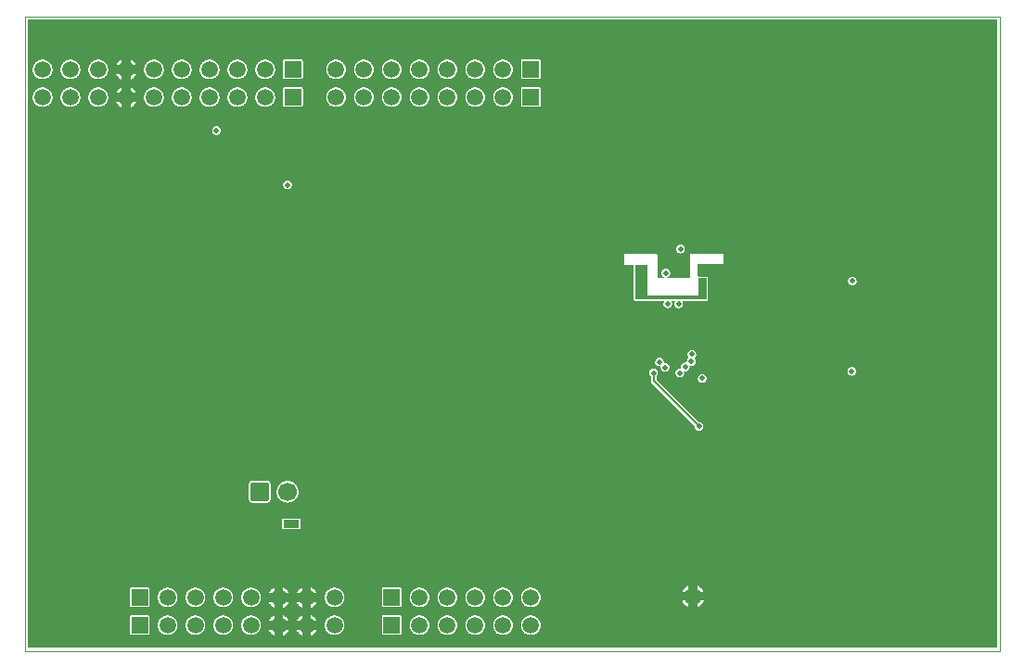
<source format=gbl>
G04 Layer_Physical_Order=4*
G04 Layer_Color=16711680*
%FSAX43Y43*%
%MOMM*%
G71*
G01*
G75*
%ADD24C,0.200*%
%ADD32C,0.050*%
%ADD33C,1.500*%
%ADD34R,1.500X1.500*%
G04:AMPARAMS|DCode=35|XSize=1.7mm|YSize=1.7mm|CornerRadius=0.17mm|HoleSize=0mm|Usage=FLASHONLY|Rotation=0.000|XOffset=0mm|YOffset=0mm|HoleType=Round|Shape=RoundedRectangle|*
%AMROUNDEDRECTD35*
21,1,1.700,1.360,0,0,0.0*
21,1,1.360,1.700,0,0,0.0*
1,1,0.340,0.680,-0.680*
1,1,0.340,-0.680,-0.680*
1,1,0.340,-0.680,0.680*
1,1,0.340,0.680,0.680*
%
%ADD35ROUNDEDRECTD35*%
%ADD36C,1.700*%
%ADD37C,1.600*%
%ADD38R,4.200X2.413*%
%ADD39C,0.500*%
%ADD40C,0.600*%
G36*
X0088750Y0000300D02*
X0000300D01*
Y0057700D01*
X0088750D01*
Y0000300D01*
D02*
G37*
%LPC*%
G36*
X0046200Y0005791D02*
X0046121Y0005787D01*
X0046044Y0005777D01*
X0045967Y0005760D01*
X0045892Y0005737D01*
X0045819Y0005706D01*
X0045750Y0005670D01*
X0045683Y0005628D01*
X0045621Y0005580D01*
X0045563Y0005527D01*
X0045510Y0005469D01*
X0045462Y0005407D01*
X0045420Y0005340D01*
X0045384Y0005271D01*
X0045353Y0005198D01*
X0045330Y0005123D01*
X0045313Y0005046D01*
X0045303Y0004969D01*
X0045299Y0004890D01*
X0045303Y0004811D01*
X0045313Y0004734D01*
X0045330Y0004657D01*
X0045353Y0004582D01*
X0045384Y0004509D01*
X0045420Y0004440D01*
X0045462Y0004373D01*
X0045510Y0004311D01*
X0045563Y0004253D01*
X0045621Y0004200D01*
X0045683Y0004152D01*
X0045750Y0004110D01*
X0045819Y0004074D01*
X0045892Y0004043D01*
X0045967Y0004020D01*
X0046044Y0004003D01*
X0046121Y0003993D01*
X0046200Y0003989D01*
X0046279Y0003993D01*
X0046356Y0004003D01*
X0046433Y0004020D01*
X0046508Y0004043D01*
X0046581Y0004074D01*
X0046650Y0004110D01*
X0046717Y0004152D01*
X0046779Y0004200D01*
X0046837Y0004253D01*
X0046890Y0004311D01*
X0046938Y0004373D01*
X0046980Y0004440D01*
X0047016Y0004509D01*
X0047047Y0004582D01*
X0047070Y0004657D01*
X0047087Y0004734D01*
X0047097Y0004811D01*
X0047101Y0004890D01*
X0047097Y0004969D01*
X0047087Y0005046D01*
X0047070Y0005123D01*
X0047047Y0005198D01*
X0047016Y0005271D01*
X0046980Y0005340D01*
X0046938Y0005407D01*
X0046890Y0005469D01*
X0046837Y0005527D01*
X0046779Y0005580D01*
X0046717Y0005628D01*
X0046650Y0005670D01*
X0046581Y0005706D01*
X0046508Y0005737D01*
X0046433Y0005760D01*
X0046356Y0005777D01*
X0046279Y0005787D01*
X0046200Y0005791D01*
D02*
G37*
G36*
X0043660D02*
X0043581Y0005787D01*
X0043504Y0005777D01*
X0043427Y0005760D01*
X0043352Y0005737D01*
X0043279Y0005706D01*
X0043210Y0005670D01*
X0043143Y0005628D01*
X0043081Y0005580D01*
X0043023Y0005527D01*
X0042970Y0005469D01*
X0042922Y0005407D01*
X0042880Y0005340D01*
X0042844Y0005271D01*
X0042813Y0005198D01*
X0042790Y0005123D01*
X0042773Y0005046D01*
X0042763Y0004969D01*
X0042759Y0004890D01*
X0042763Y0004811D01*
X0042773Y0004734D01*
X0042790Y0004657D01*
X0042813Y0004582D01*
X0042844Y0004509D01*
X0042880Y0004440D01*
X0042922Y0004373D01*
X0042970Y0004311D01*
X0043023Y0004253D01*
X0043081Y0004200D01*
X0043143Y0004152D01*
X0043210Y0004110D01*
X0043279Y0004074D01*
X0043352Y0004043D01*
X0043427Y0004020D01*
X0043504Y0004003D01*
X0043581Y0003993D01*
X0043660Y0003989D01*
X0043739Y0003993D01*
X0043816Y0004003D01*
X0043893Y0004020D01*
X0043968Y0004043D01*
X0044041Y0004074D01*
X0044110Y0004110D01*
X0044177Y0004152D01*
X0044239Y0004200D01*
X0044297Y0004253D01*
X0044350Y0004311D01*
X0044398Y0004373D01*
X0044440Y0004440D01*
X0044476Y0004509D01*
X0044507Y0004582D01*
X0044530Y0004657D01*
X0044547Y0004734D01*
X0044557Y0004811D01*
X0044561Y0004890D01*
X0044557Y0004969D01*
X0044547Y0005046D01*
X0044530Y0005123D01*
X0044507Y0005198D01*
X0044476Y0005271D01*
X0044440Y0005340D01*
X0044398Y0005407D01*
X0044350Y0005469D01*
X0044297Y0005527D01*
X0044239Y0005580D01*
X0044177Y0005628D01*
X0044110Y0005670D01*
X0044041Y0005706D01*
X0043968Y0005737D01*
X0043893Y0005760D01*
X0043816Y0005777D01*
X0043739Y0005787D01*
X0043660Y0005791D01*
D02*
G37*
G36*
X0041120D02*
X0041041Y0005787D01*
X0040964Y0005777D01*
X0040887Y0005760D01*
X0040812Y0005737D01*
X0040739Y0005706D01*
X0040670Y0005670D01*
X0040603Y0005628D01*
X0040541Y0005580D01*
X0040483Y0005527D01*
X0040430Y0005469D01*
X0040382Y0005407D01*
X0040340Y0005340D01*
X0040304Y0005271D01*
X0040273Y0005198D01*
X0040250Y0005123D01*
X0040233Y0005046D01*
X0040223Y0004969D01*
X0040219Y0004890D01*
X0040223Y0004811D01*
X0040233Y0004734D01*
X0040250Y0004657D01*
X0040273Y0004582D01*
X0040304Y0004509D01*
X0040340Y0004440D01*
X0040382Y0004373D01*
X0040430Y0004311D01*
X0040483Y0004253D01*
X0040541Y0004200D01*
X0040603Y0004152D01*
X0040670Y0004110D01*
X0040739Y0004074D01*
X0040812Y0004043D01*
X0040887Y0004020D01*
X0040964Y0004003D01*
X0041041Y0003993D01*
X0041120Y0003989D01*
X0041199Y0003993D01*
X0041276Y0004003D01*
X0041353Y0004020D01*
X0041428Y0004043D01*
X0041501Y0004074D01*
X0041570Y0004110D01*
X0041637Y0004152D01*
X0041699Y0004200D01*
X0041757Y0004253D01*
X0041810Y0004311D01*
X0041858Y0004373D01*
X0041900Y0004440D01*
X0041936Y0004509D01*
X0041967Y0004582D01*
X0041990Y0004657D01*
X0042007Y0004734D01*
X0042017Y0004811D01*
X0042021Y0004890D01*
X0042017Y0004969D01*
X0042007Y0005046D01*
X0041990Y0005123D01*
X0041967Y0005198D01*
X0041936Y0005271D01*
X0041900Y0005340D01*
X0041858Y0005407D01*
X0041810Y0005469D01*
X0041757Y0005527D01*
X0041699Y0005580D01*
X0041637Y0005628D01*
X0041570Y0005670D01*
X0041501Y0005706D01*
X0041428Y0005737D01*
X0041353Y0005760D01*
X0041276Y0005777D01*
X0041199Y0005787D01*
X0041120Y0005791D01*
D02*
G37*
G36*
X0060600Y0004600D02*
X0060024D01*
X0060025Y0004596D01*
X0060060Y0004521D01*
X0060101Y0004449D01*
X0060147Y0004380D01*
X0060198Y0004315D01*
X0060254Y0004254D01*
X0060315Y0004198D01*
X0060380Y0004147D01*
X0060449Y0004101D01*
X0060521Y0004060D01*
X0060596Y0004025D01*
X0060600Y0004024D01*
Y0004600D01*
D02*
G37*
G36*
X0034250Y0005791D02*
X0032750D01*
X0032721Y0005788D01*
X0032692Y0005779D01*
X0032666Y0005765D01*
X0032643Y0005747D01*
X0032625Y0005724D01*
X0032611Y0005698D01*
X0032602Y0005669D01*
X0032599Y0005640D01*
Y0004140D01*
X0032602Y0004111D01*
X0032611Y0004082D01*
X0032625Y0004056D01*
X0032643Y0004033D01*
X0032666Y0004015D01*
X0032692Y0004001D01*
X0032721Y0003992D01*
X0032750Y0003989D01*
X0034250D01*
X0034279Y0003992D01*
X0034308Y0004001D01*
X0034334Y0004015D01*
X0034357Y0004033D01*
X0034375Y0004056D01*
X0034389Y0004082D01*
X0034398Y0004111D01*
X0034401Y0004140D01*
Y0005640D01*
X0034398Y0005669D01*
X0034389Y0005698D01*
X0034375Y0005724D01*
X0034357Y0005747D01*
X0034334Y0005765D01*
X0034308Y0005779D01*
X0034279Y0005788D01*
X0034250Y0005791D01*
D02*
G37*
G36*
X0011250D02*
X0009750D01*
X0009721Y0005788D01*
X0009692Y0005779D01*
X0009666Y0005765D01*
X0009643Y0005747D01*
X0009625Y0005724D01*
X0009611Y0005698D01*
X0009602Y0005669D01*
X0009599Y0005640D01*
Y0004140D01*
X0009602Y0004111D01*
X0009611Y0004082D01*
X0009625Y0004056D01*
X0009643Y0004033D01*
X0009666Y0004015D01*
X0009692Y0004001D01*
X0009721Y0003992D01*
X0009750Y0003989D01*
X0011250D01*
X0011279Y0003992D01*
X0011308Y0004001D01*
X0011334Y0004015D01*
X0011357Y0004033D01*
X0011375Y0004056D01*
X0011389Y0004082D01*
X0011398Y0004111D01*
X0011401Y0004140D01*
Y0005640D01*
X0011398Y0005669D01*
X0011389Y0005698D01*
X0011375Y0005724D01*
X0011357Y0005747D01*
X0011334Y0005765D01*
X0011308Y0005779D01*
X0011279Y0005788D01*
X0011250Y0005791D01*
D02*
G37*
G36*
X0020660Y0005791D02*
X0020581Y0005787D01*
X0020504Y0005777D01*
X0020427Y0005760D01*
X0020352Y0005737D01*
X0020279Y0005706D01*
X0020210Y0005670D01*
X0020143Y0005628D01*
X0020081Y0005580D01*
X0020023Y0005527D01*
X0019970Y0005469D01*
X0019922Y0005407D01*
X0019880Y0005340D01*
X0019844Y0005271D01*
X0019813Y0005198D01*
X0019790Y0005123D01*
X0019773Y0005046D01*
X0019763Y0004969D01*
X0019759Y0004890D01*
X0019763Y0004811D01*
X0019773Y0004734D01*
X0019790Y0004657D01*
X0019813Y0004582D01*
X0019844Y0004509D01*
X0019880Y0004440D01*
X0019922Y0004373D01*
X0019970Y0004311D01*
X0020023Y0004253D01*
X0020081Y0004200D01*
X0020143Y0004152D01*
X0020210Y0004110D01*
X0020279Y0004074D01*
X0020352Y0004043D01*
X0020427Y0004020D01*
X0020504Y0004003D01*
X0020581Y0003993D01*
X0020660Y0003989D01*
X0020739Y0003993D01*
X0020816Y0004003D01*
X0020893Y0004020D01*
X0020968Y0004043D01*
X0021041Y0004074D01*
X0021110Y0004110D01*
X0021177Y0004152D01*
X0021239Y0004200D01*
X0021297Y0004253D01*
X0021350Y0004311D01*
X0021398Y0004373D01*
X0021440Y0004440D01*
X0021476Y0004509D01*
X0021507Y0004582D01*
X0021530Y0004657D01*
X0021547Y0004734D01*
X0021557Y0004811D01*
X0021561Y0004890D01*
X0021557Y0004969D01*
X0021547Y0005046D01*
X0021530Y0005123D01*
X0021507Y0005198D01*
X0021476Y0005271D01*
X0021440Y0005340D01*
X0021398Y0005407D01*
X0021350Y0005469D01*
X0021297Y0005527D01*
X0021239Y0005580D01*
X0021177Y0005628D01*
X0021110Y0005670D01*
X0021041Y0005706D01*
X0020968Y0005737D01*
X0020893Y0005760D01*
X0020816Y0005777D01*
X0020739Y0005787D01*
X0020660Y0005791D01*
D02*
G37*
G36*
X0018120D02*
X0018041Y0005787D01*
X0017964Y0005777D01*
X0017887Y0005760D01*
X0017812Y0005737D01*
X0017739Y0005706D01*
X0017670Y0005670D01*
X0017603Y0005628D01*
X0017541Y0005580D01*
X0017483Y0005527D01*
X0017430Y0005469D01*
X0017382Y0005407D01*
X0017340Y0005340D01*
X0017304Y0005271D01*
X0017273Y0005198D01*
X0017250Y0005123D01*
X0017233Y0005046D01*
X0017223Y0004969D01*
X0017219Y0004890D01*
X0017223Y0004811D01*
X0017233Y0004734D01*
X0017250Y0004657D01*
X0017273Y0004582D01*
X0017304Y0004509D01*
X0017340Y0004440D01*
X0017382Y0004373D01*
X0017430Y0004311D01*
X0017483Y0004253D01*
X0017541Y0004200D01*
X0017603Y0004152D01*
X0017670Y0004110D01*
X0017739Y0004074D01*
X0017812Y0004043D01*
X0017887Y0004020D01*
X0017964Y0004003D01*
X0018041Y0003993D01*
X0018120Y0003989D01*
X0018199Y0003993D01*
X0018276Y0004003D01*
X0018353Y0004020D01*
X0018428Y0004043D01*
X0018501Y0004074D01*
X0018570Y0004110D01*
X0018637Y0004152D01*
X0018699Y0004200D01*
X0018757Y0004253D01*
X0018810Y0004311D01*
X0018858Y0004373D01*
X0018900Y0004440D01*
X0018936Y0004509D01*
X0018967Y0004582D01*
X0018990Y0004657D01*
X0019007Y0004734D01*
X0019017Y0004811D01*
X0019021Y0004890D01*
X0019017Y0004969D01*
X0019007Y0005046D01*
X0018990Y0005123D01*
X0018967Y0005198D01*
X0018936Y0005271D01*
X0018900Y0005340D01*
X0018858Y0005407D01*
X0018810Y0005469D01*
X0018757Y0005527D01*
X0018699Y0005580D01*
X0018637Y0005628D01*
X0018570Y0005670D01*
X0018501Y0005706D01*
X0018428Y0005737D01*
X0018353Y0005760D01*
X0018276Y0005777D01*
X0018199Y0005787D01*
X0018120Y0005791D01*
D02*
G37*
G36*
X0015580D02*
X0015501Y0005787D01*
X0015424Y0005777D01*
X0015347Y0005760D01*
X0015272Y0005737D01*
X0015199Y0005706D01*
X0015130Y0005670D01*
X0015063Y0005628D01*
X0015001Y0005580D01*
X0014943Y0005527D01*
X0014890Y0005469D01*
X0014842Y0005407D01*
X0014800Y0005340D01*
X0014764Y0005271D01*
X0014733Y0005198D01*
X0014710Y0005123D01*
X0014693Y0005046D01*
X0014683Y0004969D01*
X0014679Y0004890D01*
X0014683Y0004811D01*
X0014693Y0004734D01*
X0014710Y0004657D01*
X0014733Y0004582D01*
X0014764Y0004509D01*
X0014800Y0004440D01*
X0014842Y0004373D01*
X0014890Y0004311D01*
X0014943Y0004253D01*
X0015001Y0004200D01*
X0015063Y0004152D01*
X0015130Y0004110D01*
X0015199Y0004074D01*
X0015272Y0004043D01*
X0015347Y0004020D01*
X0015424Y0004003D01*
X0015501Y0003993D01*
X0015580Y0003989D01*
X0015659Y0003993D01*
X0015736Y0004003D01*
X0015813Y0004020D01*
X0015888Y0004043D01*
X0015961Y0004074D01*
X0016030Y0004110D01*
X0016097Y0004152D01*
X0016159Y0004200D01*
X0016217Y0004253D01*
X0016270Y0004311D01*
X0016318Y0004373D01*
X0016360Y0004440D01*
X0016396Y0004509D01*
X0016427Y0004582D01*
X0016450Y0004657D01*
X0016467Y0004734D01*
X0016477Y0004811D01*
X0016481Y0004890D01*
X0016477Y0004969D01*
X0016467Y0005046D01*
X0016450Y0005123D01*
X0016427Y0005198D01*
X0016396Y0005271D01*
X0016360Y0005340D01*
X0016318Y0005407D01*
X0016270Y0005469D01*
X0016217Y0005527D01*
X0016159Y0005580D01*
X0016097Y0005628D01*
X0016030Y0005670D01*
X0015961Y0005706D01*
X0015888Y0005737D01*
X0015813Y0005760D01*
X0015736Y0005777D01*
X0015659Y0005787D01*
X0015580Y0005791D01*
D02*
G37*
G36*
X0038580D02*
X0038501Y0005787D01*
X0038424Y0005777D01*
X0038347Y0005760D01*
X0038272Y0005737D01*
X0038199Y0005706D01*
X0038130Y0005670D01*
X0038063Y0005628D01*
X0038001Y0005580D01*
X0037943Y0005527D01*
X0037890Y0005469D01*
X0037842Y0005407D01*
X0037800Y0005340D01*
X0037764Y0005271D01*
X0037733Y0005198D01*
X0037710Y0005123D01*
X0037693Y0005046D01*
X0037683Y0004969D01*
X0037679Y0004890D01*
X0037683Y0004811D01*
X0037693Y0004734D01*
X0037710Y0004657D01*
X0037733Y0004582D01*
X0037764Y0004509D01*
X0037800Y0004440D01*
X0037842Y0004373D01*
X0037890Y0004311D01*
X0037943Y0004253D01*
X0038001Y0004200D01*
X0038063Y0004152D01*
X0038130Y0004110D01*
X0038199Y0004074D01*
X0038272Y0004043D01*
X0038347Y0004020D01*
X0038424Y0004003D01*
X0038501Y0003993D01*
X0038580Y0003989D01*
X0038659Y0003993D01*
X0038736Y0004003D01*
X0038813Y0004020D01*
X0038888Y0004043D01*
X0038961Y0004074D01*
X0039030Y0004110D01*
X0039097Y0004152D01*
X0039159Y0004200D01*
X0039217Y0004253D01*
X0039270Y0004311D01*
X0039318Y0004373D01*
X0039360Y0004440D01*
X0039396Y0004509D01*
X0039427Y0004582D01*
X0039450Y0004657D01*
X0039467Y0004734D01*
X0039477Y0004811D01*
X0039481Y0004890D01*
X0039477Y0004969D01*
X0039467Y0005046D01*
X0039450Y0005123D01*
X0039427Y0005198D01*
X0039396Y0005271D01*
X0039360Y0005340D01*
X0039318Y0005407D01*
X0039270Y0005469D01*
X0039217Y0005527D01*
X0039159Y0005580D01*
X0039097Y0005628D01*
X0039030Y0005670D01*
X0038961Y0005706D01*
X0038888Y0005737D01*
X0038813Y0005760D01*
X0038736Y0005777D01*
X0038659Y0005787D01*
X0038580Y0005791D01*
D02*
G37*
G36*
X0036040D02*
X0035961Y0005787D01*
X0035884Y0005777D01*
X0035807Y0005760D01*
X0035732Y0005737D01*
X0035659Y0005706D01*
X0035590Y0005670D01*
X0035523Y0005628D01*
X0035461Y0005580D01*
X0035403Y0005527D01*
X0035350Y0005469D01*
X0035302Y0005407D01*
X0035260Y0005340D01*
X0035224Y0005271D01*
X0035193Y0005198D01*
X0035170Y0005123D01*
X0035153Y0005046D01*
X0035143Y0004969D01*
X0035139Y0004890D01*
X0035143Y0004811D01*
X0035153Y0004734D01*
X0035170Y0004657D01*
X0035193Y0004582D01*
X0035224Y0004509D01*
X0035260Y0004440D01*
X0035302Y0004373D01*
X0035350Y0004311D01*
X0035403Y0004253D01*
X0035461Y0004200D01*
X0035523Y0004152D01*
X0035590Y0004110D01*
X0035659Y0004074D01*
X0035732Y0004043D01*
X0035807Y0004020D01*
X0035884Y0004003D01*
X0035961Y0003993D01*
X0036040Y0003989D01*
X0036119Y0003993D01*
X0036196Y0004003D01*
X0036273Y0004020D01*
X0036348Y0004043D01*
X0036421Y0004074D01*
X0036490Y0004110D01*
X0036557Y0004152D01*
X0036619Y0004200D01*
X0036677Y0004253D01*
X0036730Y0004311D01*
X0036778Y0004373D01*
X0036820Y0004440D01*
X0036856Y0004509D01*
X0036887Y0004582D01*
X0036910Y0004657D01*
X0036927Y0004734D01*
X0036937Y0004811D01*
X0036941Y0004890D01*
X0036937Y0004969D01*
X0036927Y0005046D01*
X0036910Y0005123D01*
X0036887Y0005198D01*
X0036856Y0005271D01*
X0036820Y0005340D01*
X0036778Y0005407D01*
X0036730Y0005469D01*
X0036677Y0005527D01*
X0036619Y0005580D01*
X0036557Y0005628D01*
X0036490Y0005670D01*
X0036421Y0005706D01*
X0036348Y0005737D01*
X0036273Y0005760D01*
X0036196Y0005777D01*
X0036119Y0005787D01*
X0036040Y0005791D01*
D02*
G37*
G36*
X0028280D02*
X0028201Y0005787D01*
X0028124Y0005777D01*
X0028047Y0005760D01*
X0027972Y0005737D01*
X0027899Y0005706D01*
X0027830Y0005670D01*
X0027763Y0005628D01*
X0027701Y0005580D01*
X0027643Y0005527D01*
X0027590Y0005469D01*
X0027542Y0005407D01*
X0027500Y0005340D01*
X0027464Y0005271D01*
X0027433Y0005198D01*
X0027410Y0005123D01*
X0027393Y0005046D01*
X0027383Y0004969D01*
X0027379Y0004890D01*
X0027383Y0004811D01*
X0027393Y0004734D01*
X0027410Y0004657D01*
X0027433Y0004582D01*
X0027464Y0004509D01*
X0027500Y0004440D01*
X0027542Y0004373D01*
X0027590Y0004311D01*
X0027643Y0004253D01*
X0027701Y0004200D01*
X0027763Y0004152D01*
X0027830Y0004110D01*
X0027899Y0004074D01*
X0027972Y0004043D01*
X0028047Y0004020D01*
X0028124Y0004003D01*
X0028201Y0003993D01*
X0028280Y0003989D01*
X0028359Y0003993D01*
X0028436Y0004003D01*
X0028513Y0004020D01*
X0028588Y0004043D01*
X0028661Y0004074D01*
X0028730Y0004110D01*
X0028797Y0004152D01*
X0028859Y0004200D01*
X0028917Y0004253D01*
X0028970Y0004311D01*
X0029018Y0004373D01*
X0029060Y0004440D01*
X0029096Y0004509D01*
X0029127Y0004582D01*
X0029150Y0004657D01*
X0029167Y0004734D01*
X0029177Y0004811D01*
X0029181Y0004890D01*
X0029177Y0004969D01*
X0029167Y0005046D01*
X0029150Y0005123D01*
X0029127Y0005198D01*
X0029096Y0005271D01*
X0029060Y0005340D01*
X0029018Y0005407D01*
X0028970Y0005469D01*
X0028917Y0005527D01*
X0028859Y0005580D01*
X0028797Y0005628D01*
X0028730Y0005670D01*
X0028661Y0005706D01*
X0028588Y0005737D01*
X0028513Y0005760D01*
X0028436Y0005777D01*
X0028359Y0005787D01*
X0028280Y0005791D01*
D02*
G37*
G36*
X0022130Y0015551D02*
X0020770D01*
X0020720Y0015547D01*
X0020671Y0015535D01*
X0020624Y0015516D01*
X0020581Y0015490D01*
X0020543Y0015457D01*
X0020510Y0015419D01*
X0020484Y0015376D01*
X0020465Y0015329D01*
X0020453Y0015280D01*
X0020449Y0015230D01*
Y0013870D01*
X0020453Y0013820D01*
X0020465Y0013771D01*
X0020484Y0013724D01*
X0020510Y0013681D01*
X0020543Y0013643D01*
X0020581Y0013610D01*
X0020624Y0013584D01*
X0020671Y0013565D01*
X0020720Y0013553D01*
X0020770Y0013549D01*
X0022130D01*
X0022180Y0013553D01*
X0022229Y0013565D01*
X0022276Y0013584D01*
X0022319Y0013610D01*
X0022357Y0013643D01*
X0022390Y0013681D01*
X0022416Y0013724D01*
X0022435Y0013771D01*
X0022447Y0013820D01*
X0022451Y0013870D01*
Y0015230D01*
X0022447Y0015280D01*
X0022435Y0015329D01*
X0022416Y0015376D01*
X0022390Y0015419D01*
X0022357Y0015457D01*
X0022319Y0015490D01*
X0022276Y0015516D01*
X0022229Y0015535D01*
X0022180Y0015547D01*
X0022130Y0015551D01*
D02*
G37*
G36*
X0025029Y0012101D02*
X0023650D01*
X0023621Y0012098D01*
X0023592Y0012089D01*
X0023566Y0012075D01*
X0023543Y0012057D01*
X0023525Y0012034D01*
X0023511Y0012008D01*
X0023502Y0011979D01*
X0023499Y0011950D01*
Y0011250D01*
X0023502Y0011221D01*
X0023511Y0011192D01*
X0023525Y0011166D01*
X0023543Y0011143D01*
X0023543D01*
X0023566Y0011125D01*
X0023592Y0011111D01*
X0023621Y0011102D01*
X0023650Y0011099D01*
X0025029D01*
X0025059Y0011102D01*
X0025087Y0011111D01*
X0025113Y0011125D01*
X0025136Y0011143D01*
X0025155Y0011166D01*
X0025169Y0011192D01*
X0025177Y0011221D01*
X0025180Y0011250D01*
Y0011950D01*
X0025177Y0011979D01*
X0025169Y0012008D01*
X0025155Y0012034D01*
X0025136Y0012057D01*
X0025113Y0012075D01*
X0025087Y0012089D01*
X0025059Y0012098D01*
X0025029Y0012101D01*
D02*
G37*
G36*
X0061400Y0005976D02*
Y0005400D01*
X0061976D01*
X0061975Y0005404D01*
X0061940Y0005479D01*
X0061899Y0005551D01*
X0061853Y0005620D01*
X0061802Y0005685D01*
X0061746Y0005746D01*
X0061685Y0005802D01*
X0061620Y0005853D01*
X0061551Y0005899D01*
X0061479Y0005940D01*
X0061404Y0005975D01*
X0061400Y0005976D01*
D02*
G37*
G36*
X0061850Y0025301D02*
X0061798Y0025297D01*
X0061746Y0025287D01*
X0061697Y0025270D01*
X0061650Y0025247D01*
X0061606Y0025218D01*
X0061567Y0025183D01*
X0061532Y0025144D01*
X0061503Y0025100D01*
X0061480Y0025053D01*
X0061463Y0025004D01*
X0061453Y0024952D01*
X0061449Y0024900D01*
X0061453Y0024848D01*
X0061463Y0024796D01*
X0061480Y0024747D01*
X0061503Y0024700D01*
X0061532Y0024656D01*
X0061567Y0024617D01*
X0061606Y0024582D01*
X0061650Y0024553D01*
X0061697Y0024530D01*
X0061746Y0024513D01*
X0061798Y0024503D01*
X0061850Y0024499D01*
X0061902Y0024503D01*
X0061954Y0024513D01*
X0062003Y0024530D01*
X0062050Y0024553D01*
X0062094Y0024582D01*
X0062133Y0024617D01*
X0062168Y0024656D01*
X0062197Y0024700D01*
X0062220Y0024747D01*
X0062237Y0024796D01*
X0062247Y0024848D01*
X0062251Y0024900D01*
X0062247Y0024952D01*
X0062237Y0025004D01*
X0062220Y0025053D01*
X0062197Y0025100D01*
X0062168Y0025144D01*
X0062133Y0025183D01*
X0062094Y0025218D01*
X0062050Y0025247D01*
X0062003Y0025270D01*
X0061954Y0025287D01*
X0061902Y0025297D01*
X0061850Y0025301D01*
D02*
G37*
G36*
X0057400Y0025801D02*
X0057348Y0025797D01*
X0057296Y0025787D01*
X0057247Y0025770D01*
X0057200Y0025747D01*
X0057156Y0025718D01*
X0057117Y0025683D01*
X0057082Y0025644D01*
X0057053Y0025600D01*
X0057030Y0025553D01*
X0057013Y0025504D01*
X0057003Y0025452D01*
X0056999Y0025400D01*
X0057003Y0025348D01*
X0057013Y0025296D01*
X0057030Y0025247D01*
X0057053Y0025200D01*
X0057082Y0025156D01*
X0057117Y0025117D01*
X0057148Y0025089D01*
Y0024651D01*
X0057151Y0024612D01*
X0057160Y0024574D01*
X0057175Y0024537D01*
X0057196Y0024504D01*
X0057222Y0024474D01*
X0061152Y0020543D01*
X0061149Y0020500D01*
X0061153Y0020448D01*
X0061163Y0020396D01*
X0061180Y0020347D01*
X0061203Y0020300D01*
X0061232Y0020256D01*
X0061267Y0020217D01*
X0061306Y0020182D01*
X0061350Y0020153D01*
X0061397Y0020130D01*
X0061446Y0020113D01*
X0061498Y0020103D01*
X0061550Y0020099D01*
X0061602Y0020103D01*
X0061654Y0020113D01*
X0061703Y0020130D01*
X0061750Y0020153D01*
X0061794Y0020182D01*
X0061833Y0020217D01*
X0061868Y0020256D01*
X0061897Y0020300D01*
X0061920Y0020347D01*
X0061937Y0020396D01*
X0061947Y0020448D01*
X0061951Y0020500D01*
X0061947Y0020552D01*
X0061937Y0020604D01*
X0061920Y0020653D01*
X0061897Y0020700D01*
X0061868Y0020744D01*
X0061833Y0020783D01*
X0061794Y0020818D01*
X0061750Y0020847D01*
X0061703Y0020870D01*
X0061654Y0020887D01*
X0061602Y0020897D01*
X0061550Y0020901D01*
X0061507Y0020898D01*
X0057650Y0024755D01*
Y0025087D01*
X0057683Y0025117D01*
X0057718Y0025156D01*
X0057747Y0025200D01*
X0057770Y0025247D01*
X0057787Y0025296D01*
X0057797Y0025348D01*
X0057801Y0025400D01*
X0057797Y0025452D01*
X0057787Y0025504D01*
X0057770Y0025553D01*
X0057747Y0025600D01*
X0057718Y0025644D01*
X0057683Y0025683D01*
X0057644Y0025718D01*
X0057600Y0025747D01*
X0057553Y0025770D01*
X0057504Y0025787D01*
X0057452Y0025797D01*
X0057400Y0025801D01*
D02*
G37*
G36*
X0023990Y0015551D02*
X0023903Y0015547D01*
X0023816Y0015536D01*
X0023731Y0015517D01*
X0023648Y0015491D01*
X0023567Y0015457D01*
X0023490Y0015417D01*
X0023416Y0015370D01*
X0023347Y0015317D01*
X0023282Y0015258D01*
X0023223Y0015193D01*
X0023170Y0015124D01*
X0023123Y0015050D01*
X0023083Y0014973D01*
X0023049Y0014892D01*
X0023023Y0014809D01*
X0023004Y0014724D01*
X0022993Y0014637D01*
X0022989Y0014550D01*
X0022993Y0014463D01*
X0023004Y0014376D01*
X0023023Y0014291D01*
X0023049Y0014208D01*
X0023083Y0014127D01*
X0023123Y0014050D01*
X0023170Y0013976D01*
X0023223Y0013907D01*
X0023282Y0013842D01*
X0023347Y0013783D01*
X0023416Y0013730D01*
X0023490Y0013683D01*
X0023567Y0013643D01*
X0023648Y0013609D01*
X0023731Y0013583D01*
X0023816Y0013564D01*
X0023903Y0013553D01*
X0023990Y0013549D01*
X0024077Y0013553D01*
X0024164Y0013564D01*
X0024249Y0013583D01*
X0024332Y0013609D01*
X0024413Y0013643D01*
X0024490Y0013683D01*
X0024564Y0013730D01*
X0024633Y0013783D01*
X0024698Y0013842D01*
X0024757Y0013907D01*
X0024810Y0013976D01*
X0024857Y0014050D01*
X0024897Y0014127D01*
X0024931Y0014208D01*
X0024957Y0014291D01*
X0024976Y0014376D01*
X0024987Y0014463D01*
X0024991Y0014550D01*
X0024987Y0014637D01*
X0024976Y0014724D01*
X0024957Y0014809D01*
X0024931Y0014892D01*
X0024897Y0014973D01*
X0024857Y0015050D01*
X0024810Y0015124D01*
X0024757Y0015193D01*
X0024698Y0015258D01*
X0024633Y0015317D01*
X0024564Y0015370D01*
X0024490Y0015417D01*
X0024413Y0015457D01*
X0024332Y0015491D01*
X0024249Y0015517D01*
X0024164Y0015536D01*
X0024077Y0015547D01*
X0023990Y0015551D01*
D02*
G37*
G36*
X0023600Y0005811D02*
Y0005290D01*
X0024121D01*
X0024111Y0005315D01*
X0024070Y0005392D01*
X0024023Y0005466D01*
X0023970Y0005536D01*
X0023911Y0005601D01*
X0023846Y0005660D01*
X0023776Y0005713D01*
X0023702Y0005760D01*
X0023625Y0005801D01*
X0023600Y0005811D01*
D02*
G37*
G36*
X0022800D02*
X0022775Y0005801D01*
X0022698Y0005760D01*
X0022624Y0005713D01*
X0022554Y0005660D01*
X0022489Y0005601D01*
X0022430Y0005536D01*
X0022377Y0005466D01*
X0022330Y0005392D01*
X0022289Y0005315D01*
X0022279Y0005290D01*
X0022800D01*
Y0005811D01*
D02*
G37*
G36*
X0061976Y0004600D02*
X0061400D01*
Y0004024D01*
X0061404Y0004025D01*
X0061479Y0004060D01*
X0061551Y0004101D01*
X0061620Y0004147D01*
X0061685Y0004198D01*
X0061746Y0004254D01*
X0061802Y0004315D01*
X0061853Y0004380D01*
X0061899Y0004449D01*
X0061940Y0004521D01*
X0061975Y0004596D01*
X0061976Y0004600D01*
D02*
G37*
G36*
X0060600Y0005976D02*
X0060596Y0005975D01*
X0060521Y0005940D01*
X0060449Y0005899D01*
X0060380Y0005853D01*
X0060315Y0005802D01*
X0060254Y0005746D01*
X0060198Y0005685D01*
X0060147Y0005620D01*
X0060101Y0005551D01*
X0060060Y0005479D01*
X0060025Y0005404D01*
X0060024Y0005400D01*
X0060600D01*
Y0005976D01*
D02*
G37*
G36*
X0026140Y0005811D02*
Y0005290D01*
X0026661D01*
X0026651Y0005315D01*
X0026610Y0005392D01*
X0026563Y0005466D01*
X0026510Y0005536D01*
X0026451Y0005601D01*
X0026386Y0005660D01*
X0026316Y0005713D01*
X0026242Y0005760D01*
X0026165Y0005801D01*
X0026140Y0005811D01*
D02*
G37*
G36*
X0025340D02*
X0025315Y0005801D01*
X0025238Y0005760D01*
X0025164Y0005713D01*
X0025094Y0005660D01*
X0025029Y0005601D01*
X0024970Y0005536D01*
X0024917Y0005466D01*
X0024870Y0005392D01*
X0024829Y0005315D01*
X0024819Y0005290D01*
X0025340D01*
Y0005811D01*
D02*
G37*
G36*
X0013040Y0005791D02*
X0012961Y0005787D01*
X0012884Y0005777D01*
X0012807Y0005760D01*
X0012732Y0005737D01*
X0012659Y0005706D01*
X0012590Y0005670D01*
X0012523Y0005628D01*
X0012461Y0005580D01*
X0012403Y0005527D01*
X0012350Y0005469D01*
X0012302Y0005407D01*
X0012260Y0005340D01*
X0012224Y0005271D01*
X0012193Y0005198D01*
X0012170Y0005123D01*
X0012153Y0005046D01*
X0012143Y0004969D01*
X0012139Y0004890D01*
X0012143Y0004811D01*
X0012153Y0004734D01*
X0012170Y0004657D01*
X0012193Y0004582D01*
X0012224Y0004509D01*
X0012260Y0004440D01*
X0012302Y0004373D01*
X0012350Y0004311D01*
X0012403Y0004253D01*
X0012461Y0004200D01*
X0012523Y0004152D01*
X0012590Y0004110D01*
X0012659Y0004074D01*
X0012732Y0004043D01*
X0012807Y0004020D01*
X0012884Y0004003D01*
X0012961Y0003993D01*
X0013040Y0003989D01*
X0013119Y0003993D01*
X0013196Y0004003D01*
X0013273Y0004020D01*
X0013348Y0004043D01*
X0013421Y0004074D01*
X0013490Y0004110D01*
X0013557Y0004152D01*
X0013619Y0004200D01*
X0013677Y0004253D01*
X0013730Y0004311D01*
X0013778Y0004373D01*
X0013820Y0004440D01*
X0013856Y0004509D01*
X0013887Y0004582D01*
X0013910Y0004657D01*
X0013927Y0004734D01*
X0013937Y0004811D01*
X0013941Y0004890D01*
X0013937Y0004969D01*
X0013927Y0005046D01*
X0013910Y0005123D01*
X0013887Y0005198D01*
X0013856Y0005271D01*
X0013820Y0005340D01*
X0013778Y0005407D01*
X0013730Y0005469D01*
X0013677Y0005527D01*
X0013619Y0005580D01*
X0013557Y0005628D01*
X0013490Y0005670D01*
X0013421Y0005706D01*
X0013348Y0005737D01*
X0013273Y0005760D01*
X0013196Y0005777D01*
X0013119Y0005787D01*
X0013040Y0005791D01*
D02*
G37*
G36*
X0028280Y0003251D02*
X0028201Y0003247D01*
X0028124Y0003237D01*
X0028047Y0003220D01*
X0027972Y0003197D01*
X0027899Y0003166D01*
X0027830Y0003130D01*
X0027763Y0003088D01*
X0027701Y0003040D01*
X0027643Y0002987D01*
X0027590Y0002929D01*
X0027542Y0002867D01*
X0027500Y0002800D01*
X0027464Y0002731D01*
X0027433Y0002658D01*
X0027410Y0002583D01*
X0027393Y0002506D01*
X0027383Y0002429D01*
X0027379Y0002350D01*
X0027383Y0002271D01*
X0027393Y0002194D01*
X0027410Y0002117D01*
X0027433Y0002042D01*
X0027464Y0001969D01*
X0027500Y0001900D01*
X0027542Y0001833D01*
X0027590Y0001771D01*
X0027643Y0001713D01*
X0027701Y0001660D01*
X0027763Y0001612D01*
X0027830Y0001570D01*
X0027899Y0001534D01*
X0027972Y0001503D01*
X0028047Y0001480D01*
X0028124Y0001463D01*
X0028201Y0001453D01*
X0028280Y0001449D01*
X0028359Y0001453D01*
X0028436Y0001463D01*
X0028513Y0001480D01*
X0028588Y0001503D01*
X0028661Y0001534D01*
X0028730Y0001570D01*
X0028797Y0001612D01*
X0028859Y0001660D01*
X0028917Y0001713D01*
X0028970Y0001771D01*
X0029018Y0001833D01*
X0029060Y0001900D01*
X0029096Y0001969D01*
X0029127Y0002042D01*
X0029150Y0002117D01*
X0029167Y0002194D01*
X0029177Y0002271D01*
X0029181Y0002350D01*
X0029177Y0002429D01*
X0029167Y0002506D01*
X0029150Y0002583D01*
X0029127Y0002658D01*
X0029096Y0002731D01*
X0029060Y0002800D01*
X0029018Y0002867D01*
X0028970Y0002929D01*
X0028917Y0002987D01*
X0028859Y0003040D01*
X0028797Y0003088D01*
X0028730Y0003130D01*
X0028661Y0003166D01*
X0028588Y0003197D01*
X0028513Y0003220D01*
X0028436Y0003237D01*
X0028359Y0003247D01*
X0028280Y0003251D01*
D02*
G37*
G36*
X0020660D02*
X0020581Y0003247D01*
X0020504Y0003237D01*
X0020427Y0003220D01*
X0020352Y0003197D01*
X0020279Y0003166D01*
X0020210Y0003130D01*
X0020143Y0003088D01*
X0020081Y0003040D01*
X0020023Y0002987D01*
X0019970Y0002929D01*
X0019922Y0002867D01*
X0019880Y0002800D01*
X0019844Y0002731D01*
X0019813Y0002658D01*
X0019790Y0002583D01*
X0019773Y0002506D01*
X0019763Y0002429D01*
X0019759Y0002350D01*
X0019763Y0002271D01*
X0019773Y0002194D01*
X0019790Y0002117D01*
X0019813Y0002042D01*
X0019844Y0001969D01*
X0019880Y0001900D01*
X0019922Y0001833D01*
X0019970Y0001771D01*
X0020023Y0001713D01*
X0020081Y0001660D01*
X0020143Y0001612D01*
X0020210Y0001570D01*
X0020279Y0001534D01*
X0020352Y0001503D01*
X0020427Y0001480D01*
X0020504Y0001463D01*
X0020581Y0001453D01*
X0020660Y0001449D01*
X0020739Y0001453D01*
X0020816Y0001463D01*
X0020893Y0001480D01*
X0020968Y0001503D01*
X0021041Y0001534D01*
X0021110Y0001570D01*
X0021177Y0001612D01*
X0021239Y0001660D01*
X0021297Y0001713D01*
X0021350Y0001771D01*
X0021398Y0001833D01*
X0021440Y0001900D01*
X0021476Y0001969D01*
X0021507Y0002042D01*
X0021530Y0002117D01*
X0021547Y0002194D01*
X0021557Y0002271D01*
X0021561Y0002350D01*
X0021557Y0002429D01*
X0021547Y0002506D01*
X0021530Y0002583D01*
X0021507Y0002658D01*
X0021476Y0002731D01*
X0021440Y0002800D01*
X0021398Y0002867D01*
X0021350Y0002929D01*
X0021297Y0002987D01*
X0021239Y0003040D01*
X0021177Y0003088D01*
X0021110Y0003130D01*
X0021041Y0003166D01*
X0020968Y0003197D01*
X0020893Y0003220D01*
X0020816Y0003237D01*
X0020739Y0003247D01*
X0020660Y0003251D01*
D02*
G37*
G36*
X0018120D02*
X0018041Y0003247D01*
X0017964Y0003237D01*
X0017887Y0003220D01*
X0017812Y0003197D01*
X0017739Y0003166D01*
X0017670Y0003130D01*
X0017603Y0003088D01*
X0017541Y0003040D01*
X0017483Y0002987D01*
X0017430Y0002929D01*
X0017382Y0002867D01*
X0017340Y0002800D01*
X0017304Y0002731D01*
X0017273Y0002658D01*
X0017250Y0002583D01*
X0017233Y0002506D01*
X0017223Y0002429D01*
X0017219Y0002350D01*
X0017223Y0002271D01*
X0017233Y0002194D01*
X0017250Y0002117D01*
X0017273Y0002042D01*
X0017304Y0001969D01*
X0017340Y0001900D01*
X0017382Y0001833D01*
X0017430Y0001771D01*
X0017483Y0001713D01*
X0017541Y0001660D01*
X0017603Y0001612D01*
X0017670Y0001570D01*
X0017739Y0001534D01*
X0017812Y0001503D01*
X0017887Y0001480D01*
X0017964Y0001463D01*
X0018041Y0001453D01*
X0018120Y0001449D01*
X0018199Y0001453D01*
X0018276Y0001463D01*
X0018353Y0001480D01*
X0018428Y0001503D01*
X0018501Y0001534D01*
X0018570Y0001570D01*
X0018637Y0001612D01*
X0018699Y0001660D01*
X0018757Y0001713D01*
X0018810Y0001771D01*
X0018858Y0001833D01*
X0018900Y0001900D01*
X0018936Y0001969D01*
X0018967Y0002042D01*
X0018990Y0002117D01*
X0019007Y0002194D01*
X0019017Y0002271D01*
X0019021Y0002350D01*
X0019017Y0002429D01*
X0019007Y0002506D01*
X0018990Y0002583D01*
X0018967Y0002658D01*
X0018936Y0002731D01*
X0018900Y0002800D01*
X0018858Y0002867D01*
X0018810Y0002929D01*
X0018757Y0002987D01*
X0018699Y0003040D01*
X0018637Y0003088D01*
X0018570Y0003130D01*
X0018501Y0003166D01*
X0018428Y0003197D01*
X0018353Y0003220D01*
X0018276Y0003237D01*
X0018199Y0003247D01*
X0018120Y0003251D01*
D02*
G37*
G36*
X0041120D02*
X0041041Y0003247D01*
X0040964Y0003237D01*
X0040887Y0003220D01*
X0040812Y0003197D01*
X0040739Y0003166D01*
X0040670Y0003130D01*
X0040603Y0003088D01*
X0040541Y0003040D01*
X0040483Y0002987D01*
X0040430Y0002929D01*
X0040382Y0002867D01*
X0040340Y0002800D01*
X0040304Y0002731D01*
X0040273Y0002658D01*
X0040250Y0002583D01*
X0040233Y0002506D01*
X0040223Y0002429D01*
X0040219Y0002350D01*
X0040223Y0002271D01*
X0040233Y0002194D01*
X0040250Y0002117D01*
X0040273Y0002042D01*
X0040304Y0001969D01*
X0040340Y0001900D01*
X0040382Y0001833D01*
X0040430Y0001771D01*
X0040483Y0001713D01*
X0040541Y0001660D01*
X0040603Y0001612D01*
X0040670Y0001570D01*
X0040739Y0001534D01*
X0040812Y0001503D01*
X0040887Y0001480D01*
X0040964Y0001463D01*
X0041041Y0001453D01*
X0041120Y0001449D01*
X0041199Y0001453D01*
X0041276Y0001463D01*
X0041353Y0001480D01*
X0041428Y0001503D01*
X0041501Y0001534D01*
X0041570Y0001570D01*
X0041637Y0001612D01*
X0041699Y0001660D01*
X0041757Y0001713D01*
X0041810Y0001771D01*
X0041858Y0001833D01*
X0041900Y0001900D01*
X0041936Y0001969D01*
X0041967Y0002042D01*
X0041990Y0002117D01*
X0042007Y0002194D01*
X0042017Y0002271D01*
X0042021Y0002350D01*
X0042017Y0002429D01*
X0042007Y0002506D01*
X0041990Y0002583D01*
X0041967Y0002658D01*
X0041936Y0002731D01*
X0041900Y0002800D01*
X0041858Y0002867D01*
X0041810Y0002929D01*
X0041757Y0002987D01*
X0041699Y0003040D01*
X0041637Y0003088D01*
X0041570Y0003130D01*
X0041501Y0003166D01*
X0041428Y0003197D01*
X0041353Y0003220D01*
X0041276Y0003237D01*
X0041199Y0003247D01*
X0041120Y0003251D01*
D02*
G37*
G36*
X0038580D02*
X0038501Y0003247D01*
X0038424Y0003237D01*
X0038347Y0003220D01*
X0038272Y0003197D01*
X0038199Y0003166D01*
X0038130Y0003130D01*
X0038063Y0003088D01*
X0038001Y0003040D01*
X0037943Y0002987D01*
X0037890Y0002929D01*
X0037842Y0002867D01*
X0037800Y0002800D01*
X0037764Y0002731D01*
X0037733Y0002658D01*
X0037710Y0002583D01*
X0037693Y0002506D01*
X0037683Y0002429D01*
X0037679Y0002350D01*
X0037683Y0002271D01*
X0037693Y0002194D01*
X0037710Y0002117D01*
X0037733Y0002042D01*
X0037764Y0001969D01*
X0037800Y0001900D01*
X0037842Y0001833D01*
X0037890Y0001771D01*
X0037943Y0001713D01*
X0038001Y0001660D01*
X0038063Y0001612D01*
X0038130Y0001570D01*
X0038199Y0001534D01*
X0038272Y0001503D01*
X0038347Y0001480D01*
X0038424Y0001463D01*
X0038501Y0001453D01*
X0038580Y0001449D01*
X0038659Y0001453D01*
X0038736Y0001463D01*
X0038813Y0001480D01*
X0038888Y0001503D01*
X0038961Y0001534D01*
X0039030Y0001570D01*
X0039097Y0001612D01*
X0039159Y0001660D01*
X0039217Y0001713D01*
X0039270Y0001771D01*
X0039318Y0001833D01*
X0039360Y0001900D01*
X0039396Y0001969D01*
X0039427Y0002042D01*
X0039450Y0002117D01*
X0039467Y0002194D01*
X0039477Y0002271D01*
X0039481Y0002350D01*
X0039477Y0002429D01*
X0039467Y0002506D01*
X0039450Y0002583D01*
X0039427Y0002658D01*
X0039396Y0002731D01*
X0039360Y0002800D01*
X0039318Y0002867D01*
X0039270Y0002929D01*
X0039217Y0002987D01*
X0039159Y0003040D01*
X0039097Y0003088D01*
X0039030Y0003130D01*
X0038961Y0003166D01*
X0038888Y0003197D01*
X0038813Y0003220D01*
X0038736Y0003237D01*
X0038659Y0003247D01*
X0038580Y0003251D01*
D02*
G37*
G36*
X0036040D02*
X0035961Y0003247D01*
X0035884Y0003237D01*
X0035807Y0003220D01*
X0035732Y0003197D01*
X0035659Y0003166D01*
X0035590Y0003130D01*
X0035523Y0003088D01*
X0035461Y0003040D01*
X0035403Y0002987D01*
X0035350Y0002929D01*
X0035302Y0002867D01*
X0035260Y0002800D01*
X0035224Y0002731D01*
X0035193Y0002658D01*
X0035170Y0002583D01*
X0035153Y0002506D01*
X0035143Y0002429D01*
X0035139Y0002350D01*
X0035143Y0002271D01*
X0035153Y0002194D01*
X0035170Y0002117D01*
X0035193Y0002042D01*
X0035224Y0001969D01*
X0035260Y0001900D01*
X0035302Y0001833D01*
X0035350Y0001771D01*
X0035403Y0001713D01*
X0035461Y0001660D01*
X0035523Y0001612D01*
X0035590Y0001570D01*
X0035659Y0001534D01*
X0035732Y0001503D01*
X0035807Y0001480D01*
X0035884Y0001463D01*
X0035961Y0001453D01*
X0036040Y0001449D01*
X0036119Y0001453D01*
X0036196Y0001463D01*
X0036273Y0001480D01*
X0036348Y0001503D01*
X0036421Y0001534D01*
X0036490Y0001570D01*
X0036557Y0001612D01*
X0036619Y0001660D01*
X0036677Y0001713D01*
X0036730Y0001771D01*
X0036778Y0001833D01*
X0036820Y0001900D01*
X0036856Y0001969D01*
X0036887Y0002042D01*
X0036910Y0002117D01*
X0036927Y0002194D01*
X0036937Y0002271D01*
X0036941Y0002350D01*
X0036937Y0002429D01*
X0036927Y0002506D01*
X0036910Y0002583D01*
X0036887Y0002658D01*
X0036856Y0002731D01*
X0036820Y0002800D01*
X0036778Y0002867D01*
X0036730Y0002929D01*
X0036677Y0002987D01*
X0036619Y0003040D01*
X0036557Y0003088D01*
X0036490Y0003130D01*
X0036421Y0003166D01*
X0036348Y0003197D01*
X0036273Y0003220D01*
X0036196Y0003237D01*
X0036119Y0003247D01*
X0036040Y0003251D01*
D02*
G37*
G36*
X0025340Y0001950D02*
X0024819D01*
X0024829Y0001925D01*
X0024870Y0001848D01*
X0024917Y0001774D01*
X0024970Y0001704D01*
X0025029Y0001639D01*
X0025094Y0001580D01*
X0025164Y0001527D01*
X0025238Y0001480D01*
X0025315Y0001439D01*
X0025340Y0001429D01*
Y0001950D01*
D02*
G37*
G36*
X0024121D02*
X0023600D01*
Y0001429D01*
X0023625Y0001439D01*
X0023702Y0001480D01*
X0023776Y0001527D01*
X0023846Y0001580D01*
X0023911Y0001639D01*
X0023970Y0001704D01*
X0024023Y0001774D01*
X0024070Y0001848D01*
X0024111Y0001925D01*
X0024121Y0001950D01*
D02*
G37*
G36*
X0022800D02*
X0022279D01*
X0022289Y0001925D01*
X0022330Y0001848D01*
X0022377Y0001774D01*
X0022430Y0001704D01*
X0022489Y0001639D01*
X0022554Y0001580D01*
X0022624Y0001527D01*
X0022698Y0001480D01*
X0022775Y0001439D01*
X0022800Y0001429D01*
Y0001950D01*
D02*
G37*
G36*
X0015580Y0003251D02*
X0015501Y0003247D01*
X0015424Y0003237D01*
X0015347Y0003220D01*
X0015272Y0003197D01*
X0015199Y0003166D01*
X0015130Y0003130D01*
X0015063Y0003088D01*
X0015001Y0003040D01*
X0014943Y0002987D01*
X0014890Y0002929D01*
X0014842Y0002867D01*
X0014800Y0002800D01*
X0014764Y0002731D01*
X0014733Y0002658D01*
X0014710Y0002583D01*
X0014693Y0002506D01*
X0014683Y0002429D01*
X0014679Y0002350D01*
X0014683Y0002271D01*
X0014693Y0002194D01*
X0014710Y0002117D01*
X0014733Y0002042D01*
X0014764Y0001969D01*
X0014800Y0001900D01*
X0014842Y0001833D01*
X0014890Y0001771D01*
X0014943Y0001713D01*
X0015001Y0001660D01*
X0015063Y0001612D01*
X0015130Y0001570D01*
X0015199Y0001534D01*
X0015272Y0001503D01*
X0015347Y0001480D01*
X0015424Y0001463D01*
X0015501Y0001453D01*
X0015580Y0001449D01*
X0015659Y0001453D01*
X0015736Y0001463D01*
X0015813Y0001480D01*
X0015888Y0001503D01*
X0015961Y0001534D01*
X0016030Y0001570D01*
X0016097Y0001612D01*
X0016159Y0001660D01*
X0016217Y0001713D01*
X0016270Y0001771D01*
X0016318Y0001833D01*
X0016360Y0001900D01*
X0016396Y0001969D01*
X0016427Y0002042D01*
X0016450Y0002117D01*
X0016467Y0002194D01*
X0016477Y0002271D01*
X0016481Y0002350D01*
X0016477Y0002429D01*
X0016467Y0002506D01*
X0016450Y0002583D01*
X0016427Y0002658D01*
X0016396Y0002731D01*
X0016360Y0002800D01*
X0016318Y0002867D01*
X0016270Y0002929D01*
X0016217Y0002987D01*
X0016159Y0003040D01*
X0016097Y0003088D01*
X0016030Y0003130D01*
X0015961Y0003166D01*
X0015888Y0003197D01*
X0015813Y0003220D01*
X0015736Y0003237D01*
X0015659Y0003247D01*
X0015580Y0003251D01*
D02*
G37*
G36*
X0013040D02*
X0012961Y0003247D01*
X0012884Y0003237D01*
X0012807Y0003220D01*
X0012732Y0003197D01*
X0012659Y0003166D01*
X0012590Y0003130D01*
X0012523Y0003088D01*
X0012461Y0003040D01*
X0012403Y0002987D01*
X0012350Y0002929D01*
X0012302Y0002867D01*
X0012260Y0002800D01*
X0012224Y0002731D01*
X0012193Y0002658D01*
X0012170Y0002583D01*
X0012153Y0002506D01*
X0012143Y0002429D01*
X0012139Y0002350D01*
X0012143Y0002271D01*
X0012153Y0002194D01*
X0012170Y0002117D01*
X0012193Y0002042D01*
X0012224Y0001969D01*
X0012260Y0001900D01*
X0012302Y0001833D01*
X0012350Y0001771D01*
X0012403Y0001713D01*
X0012461Y0001660D01*
X0012523Y0001612D01*
X0012590Y0001570D01*
X0012659Y0001534D01*
X0012732Y0001503D01*
X0012807Y0001480D01*
X0012884Y0001463D01*
X0012961Y0001453D01*
X0013040Y0001449D01*
X0013119Y0001453D01*
X0013196Y0001463D01*
X0013273Y0001480D01*
X0013348Y0001503D01*
X0013421Y0001534D01*
X0013490Y0001570D01*
X0013557Y0001612D01*
X0013619Y0001660D01*
X0013677Y0001713D01*
X0013730Y0001771D01*
X0013778Y0001833D01*
X0013820Y0001900D01*
X0013856Y0001969D01*
X0013887Y0002042D01*
X0013910Y0002117D01*
X0013927Y0002194D01*
X0013937Y0002271D01*
X0013941Y0002350D01*
X0013937Y0002429D01*
X0013927Y0002506D01*
X0013910Y0002583D01*
X0013887Y0002658D01*
X0013856Y0002731D01*
X0013820Y0002800D01*
X0013778Y0002867D01*
X0013730Y0002929D01*
X0013677Y0002987D01*
X0013619Y0003040D01*
X0013557Y0003088D01*
X0013490Y0003130D01*
X0013421Y0003166D01*
X0013348Y0003197D01*
X0013273Y0003220D01*
X0013196Y0003237D01*
X0013119Y0003247D01*
X0013040Y0003251D01*
D02*
G37*
G36*
X0026661Y0001950D02*
X0026140D01*
Y0001429D01*
X0026165Y0001439D01*
X0026242Y0001480D01*
X0026316Y0001527D01*
X0026386Y0001580D01*
X0026451Y0001639D01*
X0026510Y0001704D01*
X0026563Y0001774D01*
X0026610Y0001848D01*
X0026651Y0001925D01*
X0026661Y0001950D01*
D02*
G37*
G36*
X0022800Y0004490D02*
X0022279D01*
X0022289Y0004465D01*
X0022330Y0004388D01*
X0022377Y0004314D01*
X0022430Y0004244D01*
X0022489Y0004179D01*
X0022554Y0004120D01*
X0022624Y0004067D01*
X0022698Y0004020D01*
X0022775Y0003979D01*
X0022800Y0003969D01*
Y0004490D01*
D02*
G37*
G36*
X0026140Y0003271D02*
Y0002750D01*
X0026661D01*
X0026651Y0002775D01*
X0026610Y0002852D01*
X0026563Y0002926D01*
X0026510Y0002996D01*
X0026451Y0003061D01*
X0026386Y0003120D01*
X0026316Y0003173D01*
X0026242Y0003220D01*
X0026165Y0003261D01*
X0026140Y0003271D01*
D02*
G37*
G36*
X0025340D02*
X0025315Y0003261D01*
X0025238Y0003220D01*
X0025164Y0003173D01*
X0025094Y0003120D01*
X0025029Y0003061D01*
X0024970Y0002996D01*
X0024917Y0002926D01*
X0024870Y0002852D01*
X0024829Y0002775D01*
X0024819Y0002750D01*
X0025340D01*
Y0003271D01*
D02*
G37*
G36*
X0026661Y0004490D02*
X0026140D01*
Y0003969D01*
X0026165Y0003979D01*
X0026242Y0004020D01*
X0026316Y0004067D01*
X0026386Y0004120D01*
X0026451Y0004179D01*
X0026510Y0004244D01*
X0026563Y0004314D01*
X0026610Y0004388D01*
X0026651Y0004465D01*
X0026661Y0004490D01*
D02*
G37*
G36*
X0025340D02*
X0024819D01*
X0024829Y0004465D01*
X0024870Y0004388D01*
X0024917Y0004314D01*
X0024970Y0004244D01*
X0025029Y0004179D01*
X0025094Y0004120D01*
X0025164Y0004067D01*
X0025238Y0004020D01*
X0025315Y0003979D01*
X0025340Y0003969D01*
Y0004490D01*
D02*
G37*
G36*
X0024121D02*
X0023600D01*
Y0003969D01*
X0023625Y0003979D01*
X0023702Y0004020D01*
X0023776Y0004067D01*
X0023846Y0004120D01*
X0023911Y0004179D01*
X0023970Y0004244D01*
X0024023Y0004314D01*
X0024070Y0004388D01*
X0024111Y0004465D01*
X0024121Y0004490D01*
D02*
G37*
G36*
X0011250Y0003251D02*
X0009750D01*
X0009721Y0003248D01*
X0009692Y0003239D01*
X0009666Y0003225D01*
X0009643Y0003207D01*
X0009625Y0003184D01*
X0009611Y0003158D01*
X0009602Y0003129D01*
X0009599Y0003100D01*
Y0001600D01*
X0009602Y0001571D01*
X0009611Y0001542D01*
X0009625Y0001516D01*
X0009643Y0001493D01*
X0009666Y0001475D01*
X0009692Y0001461D01*
X0009721Y0001452D01*
X0009750Y0001449D01*
X0011250D01*
X0011279Y0001452D01*
X0011308Y0001461D01*
X0011334Y0001475D01*
X0011357Y0001493D01*
X0011375Y0001516D01*
X0011389Y0001542D01*
X0011398Y0001571D01*
X0011401Y0001600D01*
Y0003100D01*
X0011398Y0003129D01*
X0011389Y0003158D01*
X0011375Y0003184D01*
X0011357Y0003207D01*
X0011334Y0003225D01*
X0011308Y0003239D01*
X0011279Y0003248D01*
X0011250Y0003251D01*
D02*
G37*
G36*
X0046200Y0003251D02*
X0046121Y0003247D01*
X0046044Y0003237D01*
X0045967Y0003220D01*
X0045892Y0003197D01*
X0045819Y0003166D01*
X0045750Y0003130D01*
X0045683Y0003088D01*
X0045621Y0003040D01*
X0045563Y0002987D01*
X0045510Y0002929D01*
X0045462Y0002867D01*
X0045420Y0002800D01*
X0045384Y0002731D01*
X0045353Y0002658D01*
X0045330Y0002583D01*
X0045313Y0002506D01*
X0045303Y0002429D01*
X0045299Y0002350D01*
X0045303Y0002271D01*
X0045313Y0002194D01*
X0045330Y0002117D01*
X0045353Y0002042D01*
X0045384Y0001969D01*
X0045420Y0001900D01*
X0045462Y0001833D01*
X0045510Y0001771D01*
X0045563Y0001713D01*
X0045621Y0001660D01*
X0045683Y0001612D01*
X0045750Y0001570D01*
X0045819Y0001534D01*
X0045892Y0001503D01*
X0045967Y0001480D01*
X0046044Y0001463D01*
X0046121Y0001453D01*
X0046200Y0001449D01*
X0046279Y0001453D01*
X0046356Y0001463D01*
X0046433Y0001480D01*
X0046508Y0001503D01*
X0046581Y0001534D01*
X0046650Y0001570D01*
X0046717Y0001612D01*
X0046779Y0001660D01*
X0046837Y0001713D01*
X0046890Y0001771D01*
X0046938Y0001833D01*
X0046980Y0001900D01*
X0047016Y0001969D01*
X0047047Y0002042D01*
X0047070Y0002117D01*
X0047087Y0002194D01*
X0047097Y0002271D01*
X0047101Y0002350D01*
X0047097Y0002429D01*
X0047087Y0002506D01*
X0047070Y0002583D01*
X0047047Y0002658D01*
X0047016Y0002731D01*
X0046980Y0002800D01*
X0046938Y0002867D01*
X0046890Y0002929D01*
X0046837Y0002987D01*
X0046779Y0003040D01*
X0046717Y0003088D01*
X0046650Y0003130D01*
X0046581Y0003166D01*
X0046508Y0003197D01*
X0046433Y0003220D01*
X0046356Y0003237D01*
X0046279Y0003247D01*
X0046200Y0003251D01*
D02*
G37*
G36*
X0043660D02*
X0043581Y0003247D01*
X0043504Y0003237D01*
X0043427Y0003220D01*
X0043352Y0003197D01*
X0043279Y0003166D01*
X0043210Y0003130D01*
X0043143Y0003088D01*
X0043081Y0003040D01*
X0043023Y0002987D01*
X0042970Y0002929D01*
X0042922Y0002867D01*
X0042880Y0002800D01*
X0042844Y0002731D01*
X0042813Y0002658D01*
X0042790Y0002583D01*
X0042773Y0002506D01*
X0042763Y0002429D01*
X0042759Y0002350D01*
X0042763Y0002271D01*
X0042773Y0002194D01*
X0042790Y0002117D01*
X0042813Y0002042D01*
X0042844Y0001969D01*
X0042880Y0001900D01*
X0042922Y0001833D01*
X0042970Y0001771D01*
X0043023Y0001713D01*
X0043081Y0001660D01*
X0043143Y0001612D01*
X0043210Y0001570D01*
X0043279Y0001534D01*
X0043352Y0001503D01*
X0043427Y0001480D01*
X0043504Y0001463D01*
X0043581Y0001453D01*
X0043660Y0001449D01*
X0043739Y0001453D01*
X0043816Y0001463D01*
X0043893Y0001480D01*
X0043968Y0001503D01*
X0044041Y0001534D01*
X0044110Y0001570D01*
X0044177Y0001612D01*
X0044239Y0001660D01*
X0044297Y0001713D01*
X0044350Y0001771D01*
X0044398Y0001833D01*
X0044440Y0001900D01*
X0044476Y0001969D01*
X0044507Y0002042D01*
X0044530Y0002117D01*
X0044547Y0002194D01*
X0044557Y0002271D01*
X0044561Y0002350D01*
X0044557Y0002429D01*
X0044547Y0002506D01*
X0044530Y0002583D01*
X0044507Y0002658D01*
X0044476Y0002731D01*
X0044440Y0002800D01*
X0044398Y0002867D01*
X0044350Y0002929D01*
X0044297Y0002987D01*
X0044239Y0003040D01*
X0044177Y0003088D01*
X0044110Y0003130D01*
X0044041Y0003166D01*
X0043968Y0003197D01*
X0043893Y0003220D01*
X0043816Y0003237D01*
X0043739Y0003247D01*
X0043660Y0003251D01*
D02*
G37*
G36*
X0023600Y0003271D02*
Y0002750D01*
X0024121D01*
X0024111Y0002775D01*
X0024070Y0002852D01*
X0024023Y0002926D01*
X0023970Y0002996D01*
X0023911Y0003061D01*
X0023846Y0003120D01*
X0023776Y0003173D01*
X0023702Y0003220D01*
X0023625Y0003261D01*
X0023600Y0003271D01*
D02*
G37*
G36*
X0022800D02*
X0022775Y0003261D01*
X0022698Y0003220D01*
X0022624Y0003173D01*
X0022554Y0003120D01*
X0022489Y0003061D01*
X0022430Y0002996D01*
X0022377Y0002926D01*
X0022330Y0002852D01*
X0022289Y0002775D01*
X0022279Y0002750D01*
X0022800D01*
Y0003271D01*
D02*
G37*
G36*
X0034250Y0003251D02*
X0032750D01*
X0032721Y0003248D01*
X0032692Y0003239D01*
X0032666Y0003225D01*
X0032643Y0003207D01*
X0032625Y0003184D01*
X0032611Y0003158D01*
X0032602Y0003129D01*
X0032599Y0003100D01*
Y0001600D01*
X0032602Y0001571D01*
X0032611Y0001542D01*
X0032625Y0001516D01*
X0032643Y0001493D01*
X0032666Y0001475D01*
X0032692Y0001461D01*
X0032721Y0001452D01*
X0032750Y0001449D01*
X0034250D01*
X0034279Y0001452D01*
X0034308Y0001461D01*
X0034334Y0001475D01*
X0034357Y0001493D01*
X0034375Y0001516D01*
X0034389Y0001542D01*
X0034398Y0001571D01*
X0034401Y0001600D01*
Y0003100D01*
X0034398Y0003129D01*
X0034389Y0003158D01*
X0034375Y0003184D01*
X0034357Y0003207D01*
X0034334Y0003225D01*
X0034308Y0003239D01*
X0034279Y0003248D01*
X0034250Y0003251D01*
D02*
G37*
G36*
X0075500Y0025951D02*
X0075448Y0025947D01*
X0075396Y0025937D01*
X0075347Y0025920D01*
X0075300Y0025897D01*
X0075256Y0025868D01*
X0075217Y0025833D01*
X0075182Y0025794D01*
X0075153Y0025750D01*
X0075130Y0025703D01*
X0075113Y0025654D01*
X0075103Y0025602D01*
X0075099Y0025550D01*
X0075103Y0025498D01*
X0075113Y0025446D01*
X0075130Y0025397D01*
X0075153Y0025350D01*
X0075182Y0025306D01*
X0075217Y0025267D01*
X0075256Y0025232D01*
X0075300Y0025203D01*
X0075347Y0025180D01*
X0075396Y0025163D01*
X0075448Y0025153D01*
X0075500Y0025149D01*
X0075552Y0025153D01*
X0075604Y0025163D01*
X0075653Y0025180D01*
X0075700Y0025203D01*
X0075744Y0025232D01*
X0075783Y0025267D01*
X0075818Y0025306D01*
X0075847Y0025350D01*
X0075870Y0025397D01*
X0075887Y0025446D01*
X0075897Y0025498D01*
X0075901Y0025550D01*
X0075897Y0025602D01*
X0075887Y0025654D01*
X0075870Y0025703D01*
X0075847Y0025750D01*
X0075818Y0025794D01*
X0075783Y0025833D01*
X0075744Y0025868D01*
X0075700Y0025897D01*
X0075653Y0025920D01*
X0075604Y0025937D01*
X0075552Y0025947D01*
X0075500Y0025951D01*
D02*
G37*
G36*
X0006720Y0054051D02*
X0006641Y0054047D01*
X0006564Y0054037D01*
X0006487Y0054020D01*
X0006412Y0053997D01*
X0006339Y0053966D01*
X0006270Y0053930D01*
X0006203Y0053888D01*
X0006141Y0053840D01*
X0006083Y0053787D01*
X0006030Y0053729D01*
X0005982Y0053667D01*
X0005940Y0053600D01*
X0005904Y0053531D01*
X0005873Y0053458D01*
X0005850Y0053383D01*
X0005833Y0053306D01*
X0005823Y0053229D01*
X0005819Y0053150D01*
X0005823Y0053071D01*
X0005833Y0052994D01*
X0005850Y0052917D01*
X0005873Y0052842D01*
X0005904Y0052769D01*
X0005940Y0052700D01*
X0005982Y0052633D01*
X0006030Y0052571D01*
X0006083Y0052513D01*
X0006141Y0052460D01*
X0006203Y0052412D01*
X0006270Y0052370D01*
X0006339Y0052334D01*
X0006412Y0052303D01*
X0006487Y0052280D01*
X0006564Y0052263D01*
X0006641Y0052253D01*
X0006720Y0052249D01*
X0006799Y0052253D01*
X0006876Y0052263D01*
X0006953Y0052280D01*
X0007028Y0052303D01*
X0007101Y0052334D01*
X0007170Y0052370D01*
X0007237Y0052412D01*
X0007299Y0052460D01*
X0007357Y0052513D01*
X0007410Y0052571D01*
X0007458Y0052633D01*
X0007500Y0052700D01*
X0007536Y0052769D01*
X0007567Y0052842D01*
X0007590Y0052917D01*
X0007607Y0052994D01*
X0007617Y0053071D01*
X0007621Y0053150D01*
X0007617Y0053229D01*
X0007607Y0053306D01*
X0007590Y0053383D01*
X0007567Y0053458D01*
X0007536Y0053531D01*
X0007500Y0053600D01*
X0007458Y0053667D01*
X0007410Y0053729D01*
X0007357Y0053787D01*
X0007299Y0053840D01*
X0007237Y0053888D01*
X0007170Y0053930D01*
X0007101Y0053966D01*
X0007028Y0053997D01*
X0006953Y0054020D01*
X0006876Y0054037D01*
X0006799Y0054047D01*
X0006720Y0054051D01*
D02*
G37*
G36*
X0004180D02*
X0004101Y0054047D01*
X0004024Y0054037D01*
X0003947Y0054020D01*
X0003872Y0053997D01*
X0003799Y0053966D01*
X0003730Y0053930D01*
X0003663Y0053888D01*
X0003601Y0053840D01*
X0003543Y0053787D01*
X0003490Y0053729D01*
X0003442Y0053667D01*
X0003400Y0053600D01*
X0003364Y0053531D01*
X0003333Y0053458D01*
X0003310Y0053383D01*
X0003293Y0053306D01*
X0003283Y0053229D01*
X0003279Y0053150D01*
X0003283Y0053071D01*
X0003293Y0052994D01*
X0003310Y0052917D01*
X0003333Y0052842D01*
X0003364Y0052769D01*
X0003400Y0052700D01*
X0003442Y0052633D01*
X0003490Y0052571D01*
X0003543Y0052513D01*
X0003601Y0052460D01*
X0003663Y0052412D01*
X0003730Y0052370D01*
X0003799Y0052334D01*
X0003872Y0052303D01*
X0003947Y0052280D01*
X0004024Y0052263D01*
X0004101Y0052253D01*
X0004180Y0052249D01*
X0004259Y0052253D01*
X0004336Y0052263D01*
X0004413Y0052280D01*
X0004488Y0052303D01*
X0004561Y0052334D01*
X0004630Y0052370D01*
X0004697Y0052412D01*
X0004759Y0052460D01*
X0004817Y0052513D01*
X0004870Y0052571D01*
X0004918Y0052633D01*
X0004960Y0052700D01*
X0004996Y0052769D01*
X0005027Y0052842D01*
X0005050Y0052917D01*
X0005067Y0052994D01*
X0005077Y0053071D01*
X0005081Y0053150D01*
X0005077Y0053229D01*
X0005067Y0053306D01*
X0005050Y0053383D01*
X0005027Y0053458D01*
X0004996Y0053531D01*
X0004960Y0053600D01*
X0004918Y0053667D01*
X0004870Y0053729D01*
X0004817Y0053787D01*
X0004759Y0053840D01*
X0004697Y0053888D01*
X0004630Y0053930D01*
X0004561Y0053966D01*
X0004488Y0053997D01*
X0004413Y0054020D01*
X0004336Y0054037D01*
X0004259Y0054047D01*
X0004180Y0054051D01*
D02*
G37*
G36*
X0001640D02*
X0001561Y0054047D01*
X0001484Y0054037D01*
X0001407Y0054020D01*
X0001332Y0053997D01*
X0001259Y0053966D01*
X0001190Y0053930D01*
X0001123Y0053888D01*
X0001061Y0053840D01*
X0001003Y0053787D01*
X0000950Y0053729D01*
X0000902Y0053667D01*
X0000860Y0053600D01*
X0000824Y0053531D01*
X0000793Y0053458D01*
X0000770Y0053383D01*
X0000753Y0053306D01*
X0000743Y0053229D01*
X0000739Y0053150D01*
X0000743Y0053071D01*
X0000753Y0052994D01*
X0000770Y0052917D01*
X0000793Y0052842D01*
X0000824Y0052769D01*
X0000860Y0052700D01*
X0000902Y0052633D01*
X0000950Y0052571D01*
X0001003Y0052513D01*
X0001061Y0052460D01*
X0001123Y0052412D01*
X0001190Y0052370D01*
X0001259Y0052334D01*
X0001332Y0052303D01*
X0001407Y0052280D01*
X0001484Y0052263D01*
X0001561Y0052253D01*
X0001640Y0052249D01*
X0001719Y0052253D01*
X0001796Y0052263D01*
X0001873Y0052280D01*
X0001948Y0052303D01*
X0002021Y0052334D01*
X0002090Y0052370D01*
X0002157Y0052412D01*
X0002219Y0052460D01*
X0002277Y0052513D01*
X0002330Y0052571D01*
X0002378Y0052633D01*
X0002420Y0052700D01*
X0002456Y0052769D01*
X0002487Y0052842D01*
X0002510Y0052917D01*
X0002527Y0052994D01*
X0002537Y0053071D01*
X0002541Y0053150D01*
X0002537Y0053229D01*
X0002527Y0053306D01*
X0002510Y0053383D01*
X0002487Y0053458D01*
X0002456Y0053531D01*
X0002420Y0053600D01*
X0002378Y0053667D01*
X0002330Y0053729D01*
X0002277Y0053787D01*
X0002219Y0053840D01*
X0002157Y0053888D01*
X0002090Y0053930D01*
X0002021Y0053966D01*
X0001948Y0053997D01*
X0001873Y0054020D01*
X0001796Y0054037D01*
X0001719Y0054047D01*
X0001640Y0054051D01*
D02*
G37*
G36*
X0016880D02*
X0016801Y0054047D01*
X0016724Y0054037D01*
X0016647Y0054020D01*
X0016572Y0053997D01*
X0016499Y0053966D01*
X0016430Y0053930D01*
X0016363Y0053888D01*
X0016301Y0053840D01*
X0016243Y0053787D01*
X0016190Y0053729D01*
X0016142Y0053667D01*
X0016100Y0053600D01*
X0016064Y0053531D01*
X0016033Y0053458D01*
X0016010Y0053383D01*
X0015993Y0053306D01*
X0015983Y0053229D01*
X0015979Y0053150D01*
X0015983Y0053071D01*
X0015993Y0052994D01*
X0016010Y0052917D01*
X0016033Y0052842D01*
X0016064Y0052769D01*
X0016100Y0052700D01*
X0016142Y0052633D01*
X0016190Y0052571D01*
X0016243Y0052513D01*
X0016301Y0052460D01*
X0016363Y0052412D01*
X0016430Y0052370D01*
X0016499Y0052334D01*
X0016572Y0052303D01*
X0016647Y0052280D01*
X0016724Y0052263D01*
X0016801Y0052253D01*
X0016880Y0052249D01*
X0016959Y0052253D01*
X0017036Y0052263D01*
X0017113Y0052280D01*
X0017188Y0052303D01*
X0017261Y0052334D01*
X0017330Y0052370D01*
X0017397Y0052412D01*
X0017459Y0052460D01*
X0017517Y0052513D01*
X0017570Y0052571D01*
X0017618Y0052633D01*
X0017660Y0052700D01*
X0017696Y0052769D01*
X0017727Y0052842D01*
X0017750Y0052917D01*
X0017767Y0052994D01*
X0017777Y0053071D01*
X0017781Y0053150D01*
X0017777Y0053229D01*
X0017767Y0053306D01*
X0017750Y0053383D01*
X0017727Y0053458D01*
X0017696Y0053531D01*
X0017660Y0053600D01*
X0017618Y0053667D01*
X0017570Y0053729D01*
X0017517Y0053787D01*
X0017459Y0053840D01*
X0017397Y0053888D01*
X0017330Y0053930D01*
X0017261Y0053966D01*
X0017188Y0053997D01*
X0017113Y0054020D01*
X0017036Y0054037D01*
X0016959Y0054047D01*
X0016880Y0054051D01*
D02*
G37*
G36*
X0014340D02*
X0014261Y0054047D01*
X0014184Y0054037D01*
X0014107Y0054020D01*
X0014032Y0053997D01*
X0013959Y0053966D01*
X0013890Y0053930D01*
X0013823Y0053888D01*
X0013761Y0053840D01*
X0013703Y0053787D01*
X0013650Y0053729D01*
X0013602Y0053667D01*
X0013560Y0053600D01*
X0013524Y0053531D01*
X0013493Y0053458D01*
X0013470Y0053383D01*
X0013453Y0053306D01*
X0013443Y0053229D01*
X0013439Y0053150D01*
X0013443Y0053071D01*
X0013453Y0052994D01*
X0013470Y0052917D01*
X0013493Y0052842D01*
X0013524Y0052769D01*
X0013560Y0052700D01*
X0013602Y0052633D01*
X0013650Y0052571D01*
X0013703Y0052513D01*
X0013761Y0052460D01*
X0013823Y0052412D01*
X0013890Y0052370D01*
X0013959Y0052334D01*
X0014032Y0052303D01*
X0014107Y0052280D01*
X0014184Y0052263D01*
X0014261Y0052253D01*
X0014340Y0052249D01*
X0014419Y0052253D01*
X0014496Y0052263D01*
X0014573Y0052280D01*
X0014648Y0052303D01*
X0014721Y0052334D01*
X0014790Y0052370D01*
X0014857Y0052412D01*
X0014919Y0052460D01*
X0014977Y0052513D01*
X0015030Y0052571D01*
X0015078Y0052633D01*
X0015120Y0052700D01*
X0015156Y0052769D01*
X0015187Y0052842D01*
X0015210Y0052917D01*
X0015227Y0052994D01*
X0015237Y0053071D01*
X0015241Y0053150D01*
X0015237Y0053229D01*
X0015227Y0053306D01*
X0015210Y0053383D01*
X0015187Y0053458D01*
X0015156Y0053531D01*
X0015120Y0053600D01*
X0015078Y0053667D01*
X0015030Y0053729D01*
X0014977Y0053787D01*
X0014919Y0053840D01*
X0014857Y0053888D01*
X0014790Y0053930D01*
X0014721Y0053966D01*
X0014648Y0053997D01*
X0014573Y0054020D01*
X0014496Y0054037D01*
X0014419Y0054047D01*
X0014340Y0054051D01*
D02*
G37*
G36*
X0011800D02*
X0011721Y0054047D01*
X0011644Y0054037D01*
X0011567Y0054020D01*
X0011492Y0053997D01*
X0011419Y0053966D01*
X0011350Y0053930D01*
X0011283Y0053888D01*
X0011221Y0053840D01*
X0011163Y0053787D01*
X0011110Y0053729D01*
X0011062Y0053667D01*
X0011020Y0053600D01*
X0010984Y0053531D01*
X0010953Y0053458D01*
X0010930Y0053383D01*
X0010913Y0053306D01*
X0010903Y0053229D01*
X0010899Y0053150D01*
X0010903Y0053071D01*
X0010913Y0052994D01*
X0010930Y0052917D01*
X0010953Y0052842D01*
X0010984Y0052769D01*
X0011020Y0052700D01*
X0011062Y0052633D01*
X0011110Y0052571D01*
X0011163Y0052513D01*
X0011221Y0052460D01*
X0011283Y0052412D01*
X0011350Y0052370D01*
X0011419Y0052334D01*
X0011492Y0052303D01*
X0011567Y0052280D01*
X0011644Y0052263D01*
X0011721Y0052253D01*
X0011800Y0052249D01*
X0011879Y0052253D01*
X0011956Y0052263D01*
X0012033Y0052280D01*
X0012108Y0052303D01*
X0012181Y0052334D01*
X0012250Y0052370D01*
X0012317Y0052412D01*
X0012379Y0052460D01*
X0012437Y0052513D01*
X0012490Y0052571D01*
X0012538Y0052633D01*
X0012580Y0052700D01*
X0012616Y0052769D01*
X0012647Y0052842D01*
X0012670Y0052917D01*
X0012687Y0052994D01*
X0012697Y0053071D01*
X0012701Y0053150D01*
X0012697Y0053229D01*
X0012687Y0053306D01*
X0012670Y0053383D01*
X0012647Y0053458D01*
X0012616Y0053531D01*
X0012580Y0053600D01*
X0012538Y0053667D01*
X0012490Y0053729D01*
X0012437Y0053787D01*
X0012379Y0053840D01*
X0012317Y0053888D01*
X0012250Y0053930D01*
X0012181Y0053966D01*
X0012108Y0053997D01*
X0012033Y0054020D01*
X0011956Y0054037D01*
X0011879Y0054047D01*
X0011800Y0054051D01*
D02*
G37*
G36*
X0008860Y0051531D02*
X0008835Y0051521D01*
X0008758Y0051480D01*
X0008684Y0051433D01*
X0008614Y0051380D01*
X0008549Y0051321D01*
X0008490Y0051256D01*
X0008437Y0051186D01*
X0008390Y0051112D01*
X0008349Y0051035D01*
X0008339Y0051010D01*
X0008860D01*
Y0051531D01*
D02*
G37*
G36*
X0046950Y0051511D02*
X0045450D01*
X0045421Y0051508D01*
X0045392Y0051499D01*
X0045366Y0051485D01*
X0045343Y0051467D01*
X0045325Y0051444D01*
X0045311Y0051418D01*
X0045302Y0051389D01*
X0045299Y0051360D01*
Y0049860D01*
X0045302Y0049831D01*
X0045311Y0049802D01*
X0045325Y0049776D01*
X0045343Y0049753D01*
X0045366Y0049735D01*
X0045392Y0049721D01*
X0045421Y0049712D01*
X0045450Y0049709D01*
X0046950D01*
X0046979Y0049712D01*
X0047008Y0049721D01*
X0047034Y0049735D01*
X0047057Y0049753D01*
X0047075Y0049776D01*
X0047089Y0049802D01*
X0047098Y0049831D01*
X0047101Y0049860D01*
Y0051360D01*
X0047098Y0051389D01*
X0047089Y0051418D01*
X0047075Y0051444D01*
X0047057Y0051467D01*
X0047034Y0051485D01*
X0047008Y0051499D01*
X0046979Y0051508D01*
X0046950Y0051511D01*
D02*
G37*
G36*
X0025250D02*
X0023750D01*
X0023721Y0051508D01*
X0023692Y0051499D01*
X0023666Y0051485D01*
X0023643Y0051467D01*
X0023625Y0051444D01*
X0023611Y0051418D01*
X0023602Y0051389D01*
X0023599Y0051360D01*
Y0049860D01*
X0023602Y0049831D01*
X0023611Y0049802D01*
X0023625Y0049776D01*
X0023643Y0049753D01*
X0023666Y0049735D01*
X0023692Y0049721D01*
X0023721Y0049712D01*
X0023750Y0049709D01*
X0025250D01*
X0025279Y0049712D01*
X0025308Y0049721D01*
X0025334Y0049735D01*
X0025357Y0049753D01*
X0025375Y0049776D01*
X0025389Y0049802D01*
X0025398Y0049831D01*
X0025401Y0049860D01*
Y0051360D01*
X0025398Y0051389D01*
X0025389Y0051418D01*
X0025375Y0051444D01*
X0025357Y0051467D01*
X0025334Y0051485D01*
X0025308Y0051499D01*
X0025279Y0051508D01*
X0025250Y0051511D01*
D02*
G37*
G36*
X0010181Y0052750D02*
X0009660D01*
Y0052229D01*
X0009685Y0052239D01*
X0009762Y0052280D01*
X0009836Y0052327D01*
X0009906Y0052380D01*
X0009971Y0052439D01*
X0010030Y0052504D01*
X0010083Y0052574D01*
X0010130Y0052648D01*
X0010171Y0052725D01*
X0010181Y0052750D01*
D02*
G37*
G36*
X0008860D02*
X0008339D01*
X0008349Y0052725D01*
X0008390Y0052648D01*
X0008437Y0052574D01*
X0008490Y0052504D01*
X0008549Y0052439D01*
X0008614Y0052380D01*
X0008684Y0052327D01*
X0008758Y0052280D01*
X0008835Y0052239D01*
X0008860Y0052229D01*
Y0052750D01*
D02*
G37*
G36*
X0009660Y0051531D02*
Y0051010D01*
X0010181D01*
X0010171Y0051035D01*
X0010130Y0051112D01*
X0010083Y0051186D01*
X0010030Y0051256D01*
X0009971Y0051321D01*
X0009906Y0051380D01*
X0009836Y0051433D01*
X0009762Y0051480D01*
X0009685Y0051521D01*
X0009660Y0051531D01*
D02*
G37*
G36*
X0019420Y0054051D02*
X0019341Y0054047D01*
X0019264Y0054037D01*
X0019187Y0054020D01*
X0019112Y0053997D01*
X0019039Y0053966D01*
X0018970Y0053930D01*
X0018903Y0053888D01*
X0018841Y0053840D01*
X0018783Y0053787D01*
X0018730Y0053729D01*
X0018682Y0053667D01*
X0018640Y0053600D01*
X0018604Y0053531D01*
X0018573Y0053458D01*
X0018550Y0053383D01*
X0018533Y0053306D01*
X0018523Y0053229D01*
X0018519Y0053150D01*
X0018523Y0053071D01*
X0018533Y0052994D01*
X0018550Y0052917D01*
X0018573Y0052842D01*
X0018604Y0052769D01*
X0018640Y0052700D01*
X0018682Y0052633D01*
X0018730Y0052571D01*
X0018783Y0052513D01*
X0018841Y0052460D01*
X0018903Y0052412D01*
X0018970Y0052370D01*
X0019039Y0052334D01*
X0019112Y0052303D01*
X0019187Y0052280D01*
X0019264Y0052263D01*
X0019341Y0052253D01*
X0019420Y0052249D01*
X0019499Y0052253D01*
X0019576Y0052263D01*
X0019653Y0052280D01*
X0019728Y0052303D01*
X0019801Y0052334D01*
X0019870Y0052370D01*
X0019937Y0052412D01*
X0019999Y0052460D01*
X0020057Y0052513D01*
X0020110Y0052571D01*
X0020158Y0052633D01*
X0020200Y0052700D01*
X0020236Y0052769D01*
X0020267Y0052842D01*
X0020290Y0052917D01*
X0020307Y0052994D01*
X0020317Y0053071D01*
X0020321Y0053150D01*
X0020317Y0053229D01*
X0020307Y0053306D01*
X0020290Y0053383D01*
X0020267Y0053458D01*
X0020236Y0053531D01*
X0020200Y0053600D01*
X0020158Y0053667D01*
X0020110Y0053729D01*
X0020057Y0053787D01*
X0019999Y0053840D01*
X0019937Y0053888D01*
X0019870Y0053930D01*
X0019801Y0053966D01*
X0019728Y0053997D01*
X0019653Y0054020D01*
X0019576Y0054037D01*
X0019499Y0054047D01*
X0019420Y0054051D01*
D02*
G37*
G36*
X0025250Y0054051D02*
X0023750D01*
X0023721Y0054048D01*
X0023692Y0054039D01*
X0023666Y0054025D01*
X0023643Y0054007D01*
X0023625Y0053984D01*
X0023611Y0053958D01*
X0023602Y0053929D01*
X0023599Y0053900D01*
Y0052400D01*
X0023602Y0052371D01*
X0023611Y0052342D01*
X0023625Y0052316D01*
X0023643Y0052293D01*
X0023666Y0052275D01*
X0023692Y0052261D01*
X0023721Y0052252D01*
X0023750Y0052249D01*
X0025250D01*
X0025279Y0052252D01*
X0025308Y0052261D01*
X0025334Y0052275D01*
X0025357Y0052293D01*
X0025375Y0052316D01*
X0025389Y0052342D01*
X0025398Y0052371D01*
X0025401Y0052400D01*
Y0053900D01*
X0025398Y0053929D01*
X0025389Y0053958D01*
X0025375Y0053984D01*
X0025357Y0054007D01*
X0025334Y0054025D01*
X0025308Y0054039D01*
X0025279Y0054048D01*
X0025250Y0054051D01*
D02*
G37*
G36*
X0043660Y0054051D02*
X0043581Y0054047D01*
X0043504Y0054037D01*
X0043427Y0054020D01*
X0043352Y0053997D01*
X0043279Y0053966D01*
X0043210Y0053930D01*
X0043143Y0053888D01*
X0043081Y0053840D01*
X0043023Y0053787D01*
X0042970Y0053729D01*
X0042922Y0053667D01*
X0042880Y0053600D01*
X0042844Y0053531D01*
X0042813Y0053458D01*
X0042790Y0053383D01*
X0042773Y0053306D01*
X0042763Y0053229D01*
X0042759Y0053150D01*
X0042763Y0053071D01*
X0042773Y0052994D01*
X0042790Y0052917D01*
X0042813Y0052842D01*
X0042844Y0052769D01*
X0042880Y0052700D01*
X0042922Y0052633D01*
X0042970Y0052571D01*
X0043023Y0052513D01*
X0043081Y0052460D01*
X0043143Y0052412D01*
X0043210Y0052370D01*
X0043279Y0052334D01*
X0043352Y0052303D01*
X0043427Y0052280D01*
X0043504Y0052263D01*
X0043581Y0052253D01*
X0043660Y0052249D01*
X0043739Y0052253D01*
X0043816Y0052263D01*
X0043893Y0052280D01*
X0043968Y0052303D01*
X0044041Y0052334D01*
X0044110Y0052370D01*
X0044177Y0052412D01*
X0044239Y0052460D01*
X0044297Y0052513D01*
X0044350Y0052571D01*
X0044398Y0052633D01*
X0044440Y0052700D01*
X0044476Y0052769D01*
X0044507Y0052842D01*
X0044530Y0052917D01*
X0044547Y0052994D01*
X0044557Y0053071D01*
X0044561Y0053150D01*
X0044557Y0053229D01*
X0044547Y0053306D01*
X0044530Y0053383D01*
X0044507Y0053458D01*
X0044476Y0053531D01*
X0044440Y0053600D01*
X0044398Y0053667D01*
X0044350Y0053729D01*
X0044297Y0053787D01*
X0044239Y0053840D01*
X0044177Y0053888D01*
X0044110Y0053930D01*
X0044041Y0053966D01*
X0043968Y0053997D01*
X0043893Y0054020D01*
X0043816Y0054037D01*
X0043739Y0054047D01*
X0043660Y0054051D01*
D02*
G37*
G36*
X0041120D02*
X0041041Y0054047D01*
X0040964Y0054037D01*
X0040887Y0054020D01*
X0040812Y0053997D01*
X0040739Y0053966D01*
X0040670Y0053930D01*
X0040603Y0053888D01*
X0040541Y0053840D01*
X0040483Y0053787D01*
X0040430Y0053729D01*
X0040382Y0053667D01*
X0040340Y0053600D01*
X0040304Y0053531D01*
X0040273Y0053458D01*
X0040250Y0053383D01*
X0040233Y0053306D01*
X0040223Y0053229D01*
X0040219Y0053150D01*
X0040223Y0053071D01*
X0040233Y0052994D01*
X0040250Y0052917D01*
X0040273Y0052842D01*
X0040304Y0052769D01*
X0040340Y0052700D01*
X0040382Y0052633D01*
X0040430Y0052571D01*
X0040483Y0052513D01*
X0040541Y0052460D01*
X0040603Y0052412D01*
X0040670Y0052370D01*
X0040739Y0052334D01*
X0040812Y0052303D01*
X0040887Y0052280D01*
X0040964Y0052263D01*
X0041041Y0052253D01*
X0041120Y0052249D01*
X0041199Y0052253D01*
X0041276Y0052263D01*
X0041353Y0052280D01*
X0041428Y0052303D01*
X0041501Y0052334D01*
X0041570Y0052370D01*
X0041637Y0052412D01*
X0041699Y0052460D01*
X0041757Y0052513D01*
X0041810Y0052571D01*
X0041858Y0052633D01*
X0041900Y0052700D01*
X0041936Y0052769D01*
X0041967Y0052842D01*
X0041990Y0052917D01*
X0042007Y0052994D01*
X0042017Y0053071D01*
X0042021Y0053150D01*
X0042017Y0053229D01*
X0042007Y0053306D01*
X0041990Y0053383D01*
X0041967Y0053458D01*
X0041936Y0053531D01*
X0041900Y0053600D01*
X0041858Y0053667D01*
X0041810Y0053729D01*
X0041757Y0053787D01*
X0041699Y0053840D01*
X0041637Y0053888D01*
X0041570Y0053930D01*
X0041501Y0053966D01*
X0041428Y0053997D01*
X0041353Y0054020D01*
X0041276Y0054037D01*
X0041199Y0054047D01*
X0041120Y0054051D01*
D02*
G37*
G36*
X0009660Y0054071D02*
Y0053550D01*
X0010181D01*
X0010171Y0053575D01*
X0010130Y0053652D01*
X0010083Y0053726D01*
X0010030Y0053796D01*
X0009971Y0053861D01*
X0009906Y0053920D01*
X0009836Y0053973D01*
X0009762Y0054020D01*
X0009685Y0054061D01*
X0009660Y0054071D01*
D02*
G37*
G36*
X0008860Y0054071D02*
X0008835Y0054061D01*
X0008758Y0054020D01*
X0008684Y0053973D01*
X0008614Y0053920D01*
X0008549Y0053861D01*
X0008490Y0053796D01*
X0008437Y0053726D01*
X0008390Y0053652D01*
X0008349Y0053575D01*
X0008339Y0053550D01*
X0008860D01*
Y0054071D01*
D02*
G37*
G36*
X0046950Y0054051D02*
X0045450D01*
X0045421Y0054048D01*
X0045392Y0054039D01*
X0045366Y0054025D01*
X0045343Y0054007D01*
X0045325Y0053984D01*
X0045311Y0053958D01*
X0045302Y0053929D01*
X0045299Y0053900D01*
Y0052400D01*
X0045302Y0052371D01*
X0045311Y0052342D01*
X0045325Y0052316D01*
X0045343Y0052293D01*
X0045366Y0052275D01*
X0045392Y0052261D01*
X0045421Y0052252D01*
X0045450Y0052249D01*
X0046950D01*
X0046979Y0052252D01*
X0047008Y0052261D01*
X0047034Y0052275D01*
X0047057Y0052293D01*
X0047075Y0052316D01*
X0047089Y0052342D01*
X0047098Y0052371D01*
X0047101Y0052400D01*
Y0053900D01*
X0047098Y0053929D01*
X0047089Y0053958D01*
X0047075Y0053984D01*
X0047057Y0054007D01*
X0047034Y0054025D01*
X0047008Y0054039D01*
X0046979Y0054048D01*
X0046950Y0054051D01*
D02*
G37*
G36*
X0030960Y0054051D02*
X0030881Y0054047D01*
X0030804Y0054037D01*
X0030727Y0054020D01*
X0030652Y0053997D01*
X0030579Y0053966D01*
X0030510Y0053930D01*
X0030443Y0053888D01*
X0030381Y0053840D01*
X0030323Y0053787D01*
X0030270Y0053729D01*
X0030222Y0053667D01*
X0030180Y0053600D01*
X0030144Y0053531D01*
X0030113Y0053458D01*
X0030090Y0053383D01*
X0030073Y0053306D01*
X0030063Y0053229D01*
X0030059Y0053150D01*
X0030063Y0053071D01*
X0030073Y0052994D01*
X0030090Y0052917D01*
X0030113Y0052842D01*
X0030144Y0052769D01*
X0030180Y0052700D01*
X0030222Y0052633D01*
X0030270Y0052571D01*
X0030323Y0052513D01*
X0030381Y0052460D01*
X0030443Y0052412D01*
X0030510Y0052370D01*
X0030579Y0052334D01*
X0030652Y0052303D01*
X0030727Y0052280D01*
X0030804Y0052263D01*
X0030881Y0052253D01*
X0030960Y0052249D01*
X0031039Y0052253D01*
X0031116Y0052263D01*
X0031193Y0052280D01*
X0031268Y0052303D01*
X0031341Y0052334D01*
X0031410Y0052370D01*
X0031477Y0052412D01*
X0031539Y0052460D01*
X0031597Y0052513D01*
X0031650Y0052571D01*
X0031698Y0052633D01*
X0031740Y0052700D01*
X0031776Y0052769D01*
X0031807Y0052842D01*
X0031830Y0052917D01*
X0031847Y0052994D01*
X0031857Y0053071D01*
X0031861Y0053150D01*
X0031857Y0053229D01*
X0031847Y0053306D01*
X0031830Y0053383D01*
X0031807Y0053458D01*
X0031776Y0053531D01*
X0031740Y0053600D01*
X0031698Y0053667D01*
X0031650Y0053729D01*
X0031597Y0053787D01*
X0031539Y0053840D01*
X0031477Y0053888D01*
X0031410Y0053930D01*
X0031341Y0053966D01*
X0031268Y0053997D01*
X0031193Y0054020D01*
X0031116Y0054037D01*
X0031039Y0054047D01*
X0030960Y0054051D01*
D02*
G37*
G36*
X0028420D02*
X0028341Y0054047D01*
X0028264Y0054037D01*
X0028187Y0054020D01*
X0028112Y0053997D01*
X0028039Y0053966D01*
X0027970Y0053930D01*
X0027903Y0053888D01*
X0027841Y0053840D01*
X0027783Y0053787D01*
X0027730Y0053729D01*
X0027682Y0053667D01*
X0027640Y0053600D01*
X0027604Y0053531D01*
X0027573Y0053458D01*
X0027550Y0053383D01*
X0027533Y0053306D01*
X0027523Y0053229D01*
X0027519Y0053150D01*
X0027523Y0053071D01*
X0027533Y0052994D01*
X0027550Y0052917D01*
X0027573Y0052842D01*
X0027604Y0052769D01*
X0027640Y0052700D01*
X0027682Y0052633D01*
X0027730Y0052571D01*
X0027783Y0052513D01*
X0027841Y0052460D01*
X0027903Y0052412D01*
X0027970Y0052370D01*
X0028039Y0052334D01*
X0028112Y0052303D01*
X0028187Y0052280D01*
X0028264Y0052263D01*
X0028341Y0052253D01*
X0028420Y0052249D01*
X0028499Y0052253D01*
X0028576Y0052263D01*
X0028653Y0052280D01*
X0028728Y0052303D01*
X0028801Y0052334D01*
X0028870Y0052370D01*
X0028937Y0052412D01*
X0028999Y0052460D01*
X0029057Y0052513D01*
X0029110Y0052571D01*
X0029158Y0052633D01*
X0029200Y0052700D01*
X0029236Y0052769D01*
X0029267Y0052842D01*
X0029290Y0052917D01*
X0029307Y0052994D01*
X0029317Y0053071D01*
X0029321Y0053150D01*
X0029317Y0053229D01*
X0029307Y0053306D01*
X0029290Y0053383D01*
X0029267Y0053458D01*
X0029236Y0053531D01*
X0029200Y0053600D01*
X0029158Y0053667D01*
X0029110Y0053729D01*
X0029057Y0053787D01*
X0028999Y0053840D01*
X0028937Y0053888D01*
X0028870Y0053930D01*
X0028801Y0053966D01*
X0028728Y0053997D01*
X0028653Y0054020D01*
X0028576Y0054037D01*
X0028499Y0054047D01*
X0028420Y0054051D01*
D02*
G37*
G36*
X0021960D02*
X0021881Y0054047D01*
X0021804Y0054037D01*
X0021727Y0054020D01*
X0021652Y0053997D01*
X0021579Y0053966D01*
X0021510Y0053930D01*
X0021443Y0053888D01*
X0021381Y0053840D01*
X0021323Y0053787D01*
X0021270Y0053729D01*
X0021222Y0053667D01*
X0021180Y0053600D01*
X0021144Y0053531D01*
X0021113Y0053458D01*
X0021090Y0053383D01*
X0021073Y0053306D01*
X0021063Y0053229D01*
X0021059Y0053150D01*
X0021063Y0053071D01*
X0021073Y0052994D01*
X0021090Y0052917D01*
X0021113Y0052842D01*
X0021144Y0052769D01*
X0021180Y0052700D01*
X0021222Y0052633D01*
X0021270Y0052571D01*
X0021323Y0052513D01*
X0021381Y0052460D01*
X0021443Y0052412D01*
X0021510Y0052370D01*
X0021579Y0052334D01*
X0021652Y0052303D01*
X0021727Y0052280D01*
X0021804Y0052263D01*
X0021881Y0052253D01*
X0021960Y0052249D01*
X0022039Y0052253D01*
X0022116Y0052263D01*
X0022193Y0052280D01*
X0022268Y0052303D01*
X0022341Y0052334D01*
X0022410Y0052370D01*
X0022477Y0052412D01*
X0022539Y0052460D01*
X0022597Y0052513D01*
X0022650Y0052571D01*
X0022698Y0052633D01*
X0022740Y0052700D01*
X0022776Y0052769D01*
X0022807Y0052842D01*
X0022830Y0052917D01*
X0022847Y0052994D01*
X0022857Y0053071D01*
X0022861Y0053150D01*
X0022857Y0053229D01*
X0022847Y0053306D01*
X0022830Y0053383D01*
X0022807Y0053458D01*
X0022776Y0053531D01*
X0022740Y0053600D01*
X0022698Y0053667D01*
X0022650Y0053729D01*
X0022597Y0053787D01*
X0022539Y0053840D01*
X0022477Y0053888D01*
X0022410Y0053930D01*
X0022341Y0053966D01*
X0022268Y0053997D01*
X0022193Y0054020D01*
X0022116Y0054037D01*
X0022039Y0054047D01*
X0021960Y0054051D01*
D02*
G37*
G36*
X0038580D02*
X0038501Y0054047D01*
X0038424Y0054037D01*
X0038347Y0054020D01*
X0038272Y0053997D01*
X0038199Y0053966D01*
X0038130Y0053930D01*
X0038063Y0053888D01*
X0038001Y0053840D01*
X0037943Y0053787D01*
X0037890Y0053729D01*
X0037842Y0053667D01*
X0037800Y0053600D01*
X0037764Y0053531D01*
X0037733Y0053458D01*
X0037710Y0053383D01*
X0037693Y0053306D01*
X0037683Y0053229D01*
X0037679Y0053150D01*
X0037683Y0053071D01*
X0037693Y0052994D01*
X0037710Y0052917D01*
X0037733Y0052842D01*
X0037764Y0052769D01*
X0037800Y0052700D01*
X0037842Y0052633D01*
X0037890Y0052571D01*
X0037943Y0052513D01*
X0038001Y0052460D01*
X0038063Y0052412D01*
X0038130Y0052370D01*
X0038199Y0052334D01*
X0038272Y0052303D01*
X0038347Y0052280D01*
X0038424Y0052263D01*
X0038501Y0052253D01*
X0038580Y0052249D01*
X0038659Y0052253D01*
X0038736Y0052263D01*
X0038813Y0052280D01*
X0038888Y0052303D01*
X0038961Y0052334D01*
X0039030Y0052370D01*
X0039097Y0052412D01*
X0039159Y0052460D01*
X0039217Y0052513D01*
X0039270Y0052571D01*
X0039318Y0052633D01*
X0039360Y0052700D01*
X0039396Y0052769D01*
X0039427Y0052842D01*
X0039450Y0052917D01*
X0039467Y0052994D01*
X0039477Y0053071D01*
X0039481Y0053150D01*
X0039477Y0053229D01*
X0039467Y0053306D01*
X0039450Y0053383D01*
X0039427Y0053458D01*
X0039396Y0053531D01*
X0039360Y0053600D01*
X0039318Y0053667D01*
X0039270Y0053729D01*
X0039217Y0053787D01*
X0039159Y0053840D01*
X0039097Y0053888D01*
X0039030Y0053930D01*
X0038961Y0053966D01*
X0038888Y0053997D01*
X0038813Y0054020D01*
X0038736Y0054037D01*
X0038659Y0054047D01*
X0038580Y0054051D01*
D02*
G37*
G36*
X0036040D02*
X0035961Y0054047D01*
X0035884Y0054037D01*
X0035807Y0054020D01*
X0035732Y0053997D01*
X0035659Y0053966D01*
X0035590Y0053930D01*
X0035523Y0053888D01*
X0035461Y0053840D01*
X0035403Y0053787D01*
X0035350Y0053729D01*
X0035302Y0053667D01*
X0035260Y0053600D01*
X0035224Y0053531D01*
X0035193Y0053458D01*
X0035170Y0053383D01*
X0035153Y0053306D01*
X0035143Y0053229D01*
X0035139Y0053150D01*
X0035143Y0053071D01*
X0035153Y0052994D01*
X0035170Y0052917D01*
X0035193Y0052842D01*
X0035224Y0052769D01*
X0035260Y0052700D01*
X0035302Y0052633D01*
X0035350Y0052571D01*
X0035403Y0052513D01*
X0035461Y0052460D01*
X0035523Y0052412D01*
X0035590Y0052370D01*
X0035659Y0052334D01*
X0035732Y0052303D01*
X0035807Y0052280D01*
X0035884Y0052263D01*
X0035961Y0052253D01*
X0036040Y0052249D01*
X0036119Y0052253D01*
X0036196Y0052263D01*
X0036273Y0052280D01*
X0036348Y0052303D01*
X0036421Y0052334D01*
X0036490Y0052370D01*
X0036557Y0052412D01*
X0036619Y0052460D01*
X0036677Y0052513D01*
X0036730Y0052571D01*
X0036778Y0052633D01*
X0036820Y0052700D01*
X0036856Y0052769D01*
X0036887Y0052842D01*
X0036910Y0052917D01*
X0036927Y0052994D01*
X0036937Y0053071D01*
X0036941Y0053150D01*
X0036937Y0053229D01*
X0036927Y0053306D01*
X0036910Y0053383D01*
X0036887Y0053458D01*
X0036856Y0053531D01*
X0036820Y0053600D01*
X0036778Y0053667D01*
X0036730Y0053729D01*
X0036677Y0053787D01*
X0036619Y0053840D01*
X0036557Y0053888D01*
X0036490Y0053930D01*
X0036421Y0053966D01*
X0036348Y0053997D01*
X0036273Y0054020D01*
X0036196Y0054037D01*
X0036119Y0054047D01*
X0036040Y0054051D01*
D02*
G37*
G36*
X0033500D02*
X0033421Y0054047D01*
X0033344Y0054037D01*
X0033267Y0054020D01*
X0033192Y0053997D01*
X0033119Y0053966D01*
X0033050Y0053930D01*
X0032983Y0053888D01*
X0032921Y0053840D01*
X0032863Y0053787D01*
X0032810Y0053729D01*
X0032762Y0053667D01*
X0032720Y0053600D01*
X0032684Y0053531D01*
X0032653Y0053458D01*
X0032630Y0053383D01*
X0032613Y0053306D01*
X0032603Y0053229D01*
X0032599Y0053150D01*
X0032603Y0053071D01*
X0032613Y0052994D01*
X0032630Y0052917D01*
X0032653Y0052842D01*
X0032684Y0052769D01*
X0032720Y0052700D01*
X0032762Y0052633D01*
X0032810Y0052571D01*
X0032863Y0052513D01*
X0032921Y0052460D01*
X0032983Y0052412D01*
X0033050Y0052370D01*
X0033119Y0052334D01*
X0033192Y0052303D01*
X0033267Y0052280D01*
X0033344Y0052263D01*
X0033421Y0052253D01*
X0033500Y0052249D01*
X0033579Y0052253D01*
X0033656Y0052263D01*
X0033733Y0052280D01*
X0033808Y0052303D01*
X0033881Y0052334D01*
X0033950Y0052370D01*
X0034017Y0052412D01*
X0034079Y0052460D01*
X0034137Y0052513D01*
X0034190Y0052571D01*
X0034238Y0052633D01*
X0034280Y0052700D01*
X0034316Y0052769D01*
X0034347Y0052842D01*
X0034370Y0052917D01*
X0034387Y0052994D01*
X0034397Y0053071D01*
X0034401Y0053150D01*
X0034397Y0053229D01*
X0034387Y0053306D01*
X0034370Y0053383D01*
X0034347Y0053458D01*
X0034316Y0053531D01*
X0034280Y0053600D01*
X0034238Y0053667D01*
X0034190Y0053729D01*
X0034137Y0053787D01*
X0034079Y0053840D01*
X0034017Y0053888D01*
X0033950Y0053930D01*
X0033881Y0053966D01*
X0033808Y0053997D01*
X0033733Y0054020D01*
X0033656Y0054037D01*
X0033579Y0054047D01*
X0033500Y0054051D01*
D02*
G37*
G36*
X0043660Y0051511D02*
X0043581Y0051507D01*
X0043504Y0051497D01*
X0043427Y0051480D01*
X0043352Y0051457D01*
X0043279Y0051426D01*
X0043210Y0051390D01*
X0043143Y0051348D01*
X0043081Y0051300D01*
X0043023Y0051247D01*
X0042970Y0051189D01*
X0042922Y0051127D01*
X0042880Y0051060D01*
X0042844Y0050991D01*
X0042813Y0050918D01*
X0042790Y0050843D01*
X0042773Y0050766D01*
X0042763Y0050689D01*
X0042759Y0050610D01*
X0042763Y0050531D01*
X0042773Y0050454D01*
X0042790Y0050377D01*
X0042813Y0050302D01*
X0042844Y0050229D01*
X0042880Y0050160D01*
X0042922Y0050093D01*
X0042970Y0050031D01*
X0043023Y0049973D01*
X0043081Y0049920D01*
X0043143Y0049872D01*
X0043210Y0049830D01*
X0043279Y0049794D01*
X0043352Y0049763D01*
X0043427Y0049740D01*
X0043504Y0049723D01*
X0043581Y0049713D01*
X0043660Y0049709D01*
X0043739Y0049713D01*
X0043816Y0049723D01*
X0043893Y0049740D01*
X0043968Y0049763D01*
X0044041Y0049794D01*
X0044110Y0049830D01*
X0044177Y0049872D01*
X0044239Y0049920D01*
X0044297Y0049973D01*
X0044350Y0050031D01*
X0044398Y0050093D01*
X0044440Y0050160D01*
X0044476Y0050229D01*
X0044507Y0050302D01*
X0044530Y0050377D01*
X0044547Y0050454D01*
X0044557Y0050531D01*
X0044561Y0050610D01*
X0044557Y0050689D01*
X0044547Y0050766D01*
X0044530Y0050843D01*
X0044507Y0050918D01*
X0044476Y0050991D01*
X0044440Y0051060D01*
X0044398Y0051127D01*
X0044350Y0051189D01*
X0044297Y0051247D01*
X0044239Y0051300D01*
X0044177Y0051348D01*
X0044110Y0051390D01*
X0044041Y0051426D01*
X0043968Y0051457D01*
X0043893Y0051480D01*
X0043816Y0051497D01*
X0043739Y0051507D01*
X0043660Y0051511D01*
D02*
G37*
G36*
X0008860Y0050210D02*
X0008339D01*
X0008349Y0050185D01*
X0008390Y0050108D01*
X0008437Y0050034D01*
X0008490Y0049964D01*
X0008549Y0049899D01*
X0008614Y0049840D01*
X0008684Y0049787D01*
X0008758Y0049740D01*
X0008835Y0049699D01*
X0008860Y0049689D01*
Y0050210D01*
D02*
G37*
G36*
X0017504Y0047951D02*
X0017451Y0047947D01*
X0017400Y0047937D01*
X0017350Y0047920D01*
X0017303Y0047897D01*
X0017260Y0047868D01*
X0017220Y0047833D01*
X0017186Y0047794D01*
X0017157Y0047750D01*
X0017133Y0047703D01*
X0017117Y0047654D01*
X0017106Y0047602D01*
X0017103Y0047550D01*
X0017106Y0047498D01*
X0017117Y0047446D01*
X0017133Y0047397D01*
X0017157Y0047350D01*
X0017186Y0047306D01*
X0017220Y0047267D01*
X0017260Y0047232D01*
X0017303Y0047203D01*
X0017350Y0047180D01*
X0017400Y0047163D01*
X0017451Y0047153D01*
X0017504Y0047149D01*
X0017556Y0047153D01*
X0017608Y0047163D01*
X0017657Y0047180D01*
X0017704Y0047203D01*
X0017748Y0047232D01*
X0017787Y0047267D01*
X0017822Y0047306D01*
X0017851Y0047350D01*
X0017874Y0047397D01*
X0017891Y0047446D01*
X0017901Y0047498D01*
X0017905Y0047550D01*
X0017901Y0047602D01*
X0017891Y0047654D01*
X0017874Y0047703D01*
X0017851Y0047750D01*
X0017822Y0047794D01*
X0017787Y0047833D01*
X0017748Y0047868D01*
X0017704Y0047897D01*
X0017657Y0047920D01*
X0017608Y0047937D01*
X0017556Y0047947D01*
X0017504Y0047951D01*
D02*
G37*
G36*
X0010181Y0050210D02*
X0009660D01*
Y0049689D01*
X0009685Y0049699D01*
X0009762Y0049740D01*
X0009836Y0049787D01*
X0009906Y0049840D01*
X0009971Y0049899D01*
X0010030Y0049964D01*
X0010083Y0050034D01*
X0010130Y0050108D01*
X0010171Y0050185D01*
X0010181Y0050210D01*
D02*
G37*
G36*
X0004180Y0051511D02*
X0004101Y0051507D01*
X0004024Y0051497D01*
X0003947Y0051480D01*
X0003872Y0051457D01*
X0003799Y0051426D01*
X0003730Y0051390D01*
X0003663Y0051348D01*
X0003601Y0051300D01*
X0003543Y0051247D01*
X0003490Y0051189D01*
X0003442Y0051127D01*
X0003400Y0051060D01*
X0003364Y0050991D01*
X0003333Y0050918D01*
X0003310Y0050843D01*
X0003293Y0050766D01*
X0003283Y0050689D01*
X0003279Y0050610D01*
X0003283Y0050531D01*
X0003293Y0050454D01*
X0003310Y0050377D01*
X0003333Y0050302D01*
X0003364Y0050229D01*
X0003400Y0050160D01*
X0003442Y0050093D01*
X0003490Y0050031D01*
X0003543Y0049973D01*
X0003601Y0049920D01*
X0003663Y0049872D01*
X0003730Y0049830D01*
X0003799Y0049794D01*
X0003872Y0049763D01*
X0003947Y0049740D01*
X0004024Y0049723D01*
X0004101Y0049713D01*
X0004180Y0049709D01*
X0004259Y0049713D01*
X0004336Y0049723D01*
X0004413Y0049740D01*
X0004488Y0049763D01*
X0004561Y0049794D01*
X0004630Y0049830D01*
X0004697Y0049872D01*
X0004759Y0049920D01*
X0004817Y0049973D01*
X0004870Y0050031D01*
X0004918Y0050093D01*
X0004960Y0050160D01*
X0004996Y0050229D01*
X0005027Y0050302D01*
X0005050Y0050377D01*
X0005067Y0050454D01*
X0005077Y0050531D01*
X0005081Y0050610D01*
X0005077Y0050689D01*
X0005067Y0050766D01*
X0005050Y0050843D01*
X0005027Y0050918D01*
X0004996Y0050991D01*
X0004960Y0051060D01*
X0004918Y0051127D01*
X0004870Y0051189D01*
X0004817Y0051247D01*
X0004759Y0051300D01*
X0004697Y0051348D01*
X0004630Y0051390D01*
X0004561Y0051426D01*
X0004488Y0051457D01*
X0004413Y0051480D01*
X0004336Y0051497D01*
X0004259Y0051507D01*
X0004180Y0051511D01*
D02*
G37*
G36*
X0001640D02*
X0001561Y0051507D01*
X0001484Y0051497D01*
X0001407Y0051480D01*
X0001332Y0051457D01*
X0001259Y0051426D01*
X0001190Y0051390D01*
X0001123Y0051348D01*
X0001061Y0051300D01*
X0001003Y0051247D01*
X0000950Y0051189D01*
X0000902Y0051127D01*
X0000860Y0051060D01*
X0000824Y0050991D01*
X0000793Y0050918D01*
X0000770Y0050843D01*
X0000753Y0050766D01*
X0000743Y0050689D01*
X0000739Y0050610D01*
X0000743Y0050531D01*
X0000753Y0050454D01*
X0000770Y0050377D01*
X0000793Y0050302D01*
X0000824Y0050229D01*
X0000860Y0050160D01*
X0000902Y0050093D01*
X0000950Y0050031D01*
X0001003Y0049973D01*
X0001061Y0049920D01*
X0001123Y0049872D01*
X0001190Y0049830D01*
X0001259Y0049794D01*
X0001332Y0049763D01*
X0001407Y0049740D01*
X0001484Y0049723D01*
X0001561Y0049713D01*
X0001640Y0049709D01*
X0001719Y0049713D01*
X0001796Y0049723D01*
X0001873Y0049740D01*
X0001948Y0049763D01*
X0002021Y0049794D01*
X0002090Y0049830D01*
X0002157Y0049872D01*
X0002219Y0049920D01*
X0002277Y0049973D01*
X0002330Y0050031D01*
X0002378Y0050093D01*
X0002420Y0050160D01*
X0002456Y0050229D01*
X0002487Y0050302D01*
X0002510Y0050377D01*
X0002527Y0050454D01*
X0002537Y0050531D01*
X0002541Y0050610D01*
X0002537Y0050689D01*
X0002527Y0050766D01*
X0002510Y0050843D01*
X0002487Y0050918D01*
X0002456Y0050991D01*
X0002420Y0051060D01*
X0002378Y0051127D01*
X0002330Y0051189D01*
X0002277Y0051247D01*
X0002219Y0051300D01*
X0002157Y0051348D01*
X0002090Y0051390D01*
X0002021Y0051426D01*
X0001948Y0051457D01*
X0001873Y0051480D01*
X0001796Y0051497D01*
X0001719Y0051507D01*
X0001640Y0051511D01*
D02*
G37*
G36*
X0023990Y0042991D02*
X0023938Y0042987D01*
X0023886Y0042977D01*
X0023837Y0042960D01*
X0023790Y0042937D01*
X0023746Y0042908D01*
X0023707Y0042873D01*
X0023672Y0042834D01*
X0023643Y0042790D01*
X0023620Y0042743D01*
X0023603Y0042694D01*
X0023593Y0042642D01*
X0023589Y0042590D01*
X0023593Y0042538D01*
X0023603Y0042486D01*
X0023620Y0042437D01*
X0023643Y0042390D01*
X0023672Y0042346D01*
X0023707Y0042307D01*
X0023746Y0042272D01*
X0023790Y0042243D01*
X0023837Y0042220D01*
X0023886Y0042203D01*
X0023938Y0042193D01*
X0023990Y0042189D01*
X0024042Y0042193D01*
X0024094Y0042203D01*
X0024143Y0042220D01*
X0024190Y0042243D01*
X0024234Y0042272D01*
X0024273Y0042307D01*
X0024308Y0042346D01*
X0024337Y0042390D01*
X0024360Y0042437D01*
X0024377Y0042486D01*
X0024387Y0042538D01*
X0024391Y0042590D01*
X0024387Y0042642D01*
X0024377Y0042694D01*
X0024360Y0042743D01*
X0024337Y0042790D01*
X0024308Y0042834D01*
X0024273Y0042873D01*
X0024234Y0042908D01*
X0024190Y0042937D01*
X0024143Y0042960D01*
X0024094Y0042977D01*
X0024042Y0042987D01*
X0023990Y0042991D01*
D02*
G37*
G36*
X0060900Y0027501D02*
X0060848Y0027497D01*
X0060796Y0027487D01*
X0060747Y0027470D01*
X0060700Y0027447D01*
X0060656Y0027418D01*
X0060617Y0027383D01*
X0060582Y0027344D01*
X0060553Y0027300D01*
X0060530Y0027253D01*
X0060513Y0027204D01*
X0060503Y0027152D01*
X0060499Y0027100D01*
X0060503Y0027048D01*
X0060513Y0026996D01*
X0060530Y0026947D01*
X0060553Y0026900D01*
X0060582Y0026856D01*
X0060603Y0026832D01*
X0060603Y0026773D01*
X0060597Y0026767D01*
X0060558Y0026733D01*
X0060523Y0026694D01*
X0060494Y0026650D01*
X0060471Y0026603D01*
X0060454Y0026554D01*
X0060444Y0026502D01*
X0060440Y0026450D01*
X0060444Y0026398D01*
X0060448Y0026375D01*
X0060405Y0026337D01*
X0060404Y0026337D01*
X0060352Y0026347D01*
X0060300Y0026351D01*
X0060248Y0026347D01*
X0060196Y0026337D01*
X0060146Y0026320D01*
X0060099Y0026297D01*
X0060056Y0026268D01*
X0060016Y0026233D01*
X0059982Y0026194D01*
X0059953Y0026150D01*
X0059930Y0026103D01*
X0059913Y0026054D01*
X0059902Y0026002D01*
X0059899Y0025950D01*
X0059902Y0025898D01*
X0059913Y0025846D01*
X0059917Y0025834D01*
X0059917Y0025834D01*
X0059878Y0025792D01*
X0059852Y0025797D01*
X0059800Y0025801D01*
X0059748Y0025797D01*
X0059696Y0025787D01*
X0059647Y0025770D01*
X0059600Y0025747D01*
X0059556Y0025718D01*
X0059517Y0025683D01*
X0059482Y0025644D01*
X0059453Y0025600D01*
X0059430Y0025553D01*
X0059413Y0025504D01*
X0059403Y0025452D01*
X0059399Y0025400D01*
X0059403Y0025348D01*
X0059413Y0025296D01*
X0059430Y0025247D01*
X0059453Y0025200D01*
X0059482Y0025156D01*
X0059517Y0025117D01*
X0059556Y0025082D01*
X0059600Y0025053D01*
X0059647Y0025030D01*
X0059696Y0025013D01*
X0059748Y0025003D01*
X0059800Y0024999D01*
X0059852Y0025003D01*
X0059904Y0025013D01*
X0059953Y0025030D01*
X0060000Y0025053D01*
X0060044Y0025082D01*
X0060083Y0025117D01*
X0060118Y0025156D01*
X0060147Y0025200D01*
X0060170Y0025247D01*
X0060187Y0025296D01*
X0060197Y0025348D01*
X0060201Y0025400D01*
X0060197Y0025452D01*
X0060187Y0025504D01*
X0060183Y0025516D01*
X0060183Y0025516D01*
X0060222Y0025558D01*
X0060248Y0025553D01*
X0060300Y0025549D01*
X0060352Y0025553D01*
X0060404Y0025563D01*
X0060453Y0025580D01*
X0060500Y0025603D01*
X0060544Y0025632D01*
X0060583Y0025667D01*
X0060618Y0025706D01*
X0060647Y0025750D01*
X0060670Y0025797D01*
X0060687Y0025846D01*
X0060697Y0025898D01*
X0060701Y0025950D01*
X0060697Y0026002D01*
X0060693Y0026025D01*
X0060736Y0026063D01*
X0060738Y0026063D01*
X0060789Y0026053D01*
X0060841Y0026049D01*
X0060894Y0026053D01*
X0060945Y0026063D01*
X0060995Y0026080D01*
X0061042Y0026103D01*
X0061085Y0026132D01*
X0061125Y0026167D01*
X0061159Y0026206D01*
X0061188Y0026250D01*
X0061212Y0026297D01*
X0061229Y0026346D01*
X0061239Y0026398D01*
X0061242Y0026450D01*
X0061239Y0026502D01*
X0061229Y0026554D01*
X0061212Y0026603D01*
X0061188Y0026650D01*
X0061159Y0026694D01*
X0061138Y0026718D01*
X0061138Y0026777D01*
X0061145Y0026783D01*
X0061183Y0026817D01*
X0061218Y0026856D01*
X0061247Y0026900D01*
X0061270Y0026947D01*
X0061287Y0026996D01*
X0061297Y0027048D01*
X0061301Y0027100D01*
X0061297Y0027152D01*
X0061287Y0027204D01*
X0061270Y0027253D01*
X0061247Y0027300D01*
X0061218Y0027344D01*
X0061183Y0027383D01*
X0061144Y0027418D01*
X0061100Y0027447D01*
X0061053Y0027470D01*
X0061004Y0027487D01*
X0060952Y0027497D01*
X0060900Y0027501D01*
D02*
G37*
G36*
X0057950Y0026801D02*
X0057898Y0026797D01*
X0057846Y0026787D01*
X0057797Y0026770D01*
X0057750Y0026747D01*
X0057706Y0026718D01*
X0057667Y0026683D01*
X0057632Y0026644D01*
X0057603Y0026600D01*
X0057580Y0026553D01*
X0057563Y0026504D01*
X0057553Y0026452D01*
X0057549Y0026400D01*
X0057553Y0026348D01*
X0057563Y0026296D01*
X0057580Y0026247D01*
X0057603Y0026200D01*
X0057632Y0026156D01*
X0057667Y0026117D01*
X0057706Y0026082D01*
X0057750Y0026053D01*
X0057797Y0026030D01*
X0057846Y0026013D01*
X0057898Y0026003D01*
X0057950Y0025999D01*
X0058002Y0026003D01*
X0058012Y0026004D01*
X0058054Y0025962D01*
X0058053Y0025952D01*
X0058049Y0025900D01*
X0058053Y0025848D01*
X0058063Y0025796D01*
X0058080Y0025747D01*
X0058103Y0025700D01*
X0058132Y0025656D01*
X0058167Y0025617D01*
X0058206Y0025582D01*
X0058250Y0025553D01*
X0058297Y0025530D01*
X0058346Y0025513D01*
X0058398Y0025503D01*
X0058450Y0025499D01*
X0058502Y0025503D01*
X0058554Y0025513D01*
X0058603Y0025530D01*
X0058650Y0025553D01*
X0058694Y0025582D01*
X0058733Y0025617D01*
X0058768Y0025656D01*
X0058797Y0025700D01*
X0058820Y0025747D01*
X0058837Y0025796D01*
X0058847Y0025848D01*
X0058851Y0025900D01*
X0058847Y0025952D01*
X0058837Y0026004D01*
X0058820Y0026053D01*
X0058797Y0026100D01*
X0058768Y0026144D01*
X0058733Y0026183D01*
X0058694Y0026218D01*
X0058650Y0026247D01*
X0058603Y0026270D01*
X0058554Y0026287D01*
X0058502Y0026297D01*
X0058450Y0026301D01*
X0058398Y0026297D01*
X0058388Y0026296D01*
X0058346Y0026338D01*
X0058347Y0026348D01*
X0058351Y0026400D01*
X0058347Y0026452D01*
X0058337Y0026504D01*
X0058320Y0026553D01*
X0058297Y0026600D01*
X0058268Y0026644D01*
X0058233Y0026683D01*
X0058194Y0026718D01*
X0058150Y0026747D01*
X0058103Y0026770D01*
X0058054Y0026787D01*
X0058002Y0026797D01*
X0057950Y0026801D01*
D02*
G37*
G36*
X0075550Y0034201D02*
X0075498Y0034197D01*
X0075446Y0034187D01*
X0075397Y0034170D01*
X0075350Y0034147D01*
X0075306Y0034118D01*
X0075267Y0034083D01*
X0075232Y0034044D01*
X0075203Y0034000D01*
X0075180Y0033953D01*
X0075163Y0033904D01*
X0075153Y0033852D01*
X0075149Y0033800D01*
X0075153Y0033748D01*
X0075163Y0033696D01*
X0075180Y0033647D01*
X0075203Y0033600D01*
X0075232Y0033556D01*
X0075267Y0033517D01*
X0075306Y0033482D01*
X0075350Y0033453D01*
X0075397Y0033430D01*
X0075446Y0033413D01*
X0075498Y0033403D01*
X0075550Y0033399D01*
X0075602Y0033403D01*
X0075654Y0033413D01*
X0075703Y0033430D01*
X0075750Y0033453D01*
X0075794Y0033482D01*
X0075833Y0033517D01*
X0075868Y0033556D01*
X0075897Y0033600D01*
X0075920Y0033647D01*
X0075937Y0033696D01*
X0075947Y0033748D01*
X0075951Y0033800D01*
X0075947Y0033852D01*
X0075937Y0033904D01*
X0075920Y0033953D01*
X0075897Y0034000D01*
X0075868Y0034044D01*
X0075833Y0034083D01*
X0075794Y0034118D01*
X0075750Y0034147D01*
X0075703Y0034170D01*
X0075654Y0034187D01*
X0075602Y0034197D01*
X0075550Y0034201D01*
D02*
G37*
G36*
X0059875Y0037126D02*
X0059823Y0037122D01*
X0059771Y0037112D01*
X0059722Y0037095D01*
X0059675Y0037072D01*
X0059631Y0037043D01*
X0059592Y0037008D01*
X0059557Y0036969D01*
X0059528Y0036925D01*
X0059505Y0036878D01*
X0059488Y0036829D01*
X0059478Y0036777D01*
X0059474Y0036725D01*
X0059478Y0036673D01*
X0059488Y0036621D01*
X0059505Y0036572D01*
X0059528Y0036525D01*
X0059557Y0036481D01*
X0059592Y0036442D01*
X0059631Y0036407D01*
X0059675Y0036378D01*
X0059722Y0036355D01*
X0059771Y0036338D01*
X0059823Y0036328D01*
X0059875Y0036324D01*
X0059927Y0036328D01*
X0059979Y0036338D01*
X0060028Y0036355D01*
X0060075Y0036378D01*
X0060119Y0036407D01*
X0060158Y0036442D01*
X0060193Y0036481D01*
X0060222Y0036525D01*
X0060245Y0036572D01*
X0060262Y0036621D01*
X0060272Y0036673D01*
X0060276Y0036725D01*
X0060272Y0036777D01*
X0060262Y0036829D01*
X0060245Y0036878D01*
X0060222Y0036925D01*
X0060193Y0036969D01*
X0060158Y0037008D01*
X0060119Y0037043D01*
X0060075Y0037072D01*
X0060028Y0037095D01*
X0059979Y0037112D01*
X0059927Y0037122D01*
X0059875Y0037126D01*
D02*
G37*
G36*
X0063800Y0036325D02*
X0060825D01*
X0060750Y0036250D01*
Y0034100D01*
X0058673Y0034100D01*
X0058665Y0034150D01*
X0058678Y0034155D01*
X0058725Y0034178D01*
X0058769Y0034207D01*
X0058808Y0034242D01*
X0058843Y0034281D01*
X0058872Y0034325D01*
X0058895Y0034372D01*
X0058912Y0034421D01*
X0058922Y0034473D01*
X0058926Y0034525D01*
X0058922Y0034577D01*
X0058912Y0034629D01*
X0058895Y0034678D01*
X0058872Y0034725D01*
X0058843Y0034769D01*
X0058808Y0034808D01*
X0058769Y0034843D01*
X0058725Y0034872D01*
X0058678Y0034895D01*
X0058629Y0034912D01*
X0058577Y0034922D01*
X0058525Y0034926D01*
X0058473Y0034922D01*
X0058421Y0034912D01*
X0058372Y0034895D01*
X0058325Y0034872D01*
X0058281Y0034843D01*
X0058242Y0034808D01*
X0058207Y0034769D01*
X0058178Y0034725D01*
X0058155Y0034678D01*
X0058138Y0034629D01*
X0058128Y0034577D01*
X0058124Y0034525D01*
X0058128Y0034473D01*
X0058138Y0034421D01*
X0058155Y0034372D01*
X0058178Y0034325D01*
X0058207Y0034281D01*
X0058242Y0034242D01*
X0058281Y0034207D01*
X0058325Y0034178D01*
X0058372Y0034155D01*
X0058385Y0034150D01*
X0058377Y0034100D01*
X0057750D01*
Y0036225D01*
X0057675Y0036300D01*
X0054750Y0036300D01*
X0054750Y0035300D01*
X0055599D01*
Y0032125D01*
X0055602Y0032096D01*
X0055611Y0032067D01*
X0055625Y0032041D01*
X0055643Y0032018D01*
X0055666Y0032000D01*
X0055692Y0031986D01*
X0055721Y0031977D01*
X0055750Y0031974D01*
X0058325D01*
X0058353Y0031925D01*
X0058330Y0031878D01*
X0058313Y0031829D01*
X0058303Y0031777D01*
X0058299Y0031725D01*
X0058303Y0031673D01*
X0058313Y0031621D01*
X0058330Y0031572D01*
X0058353Y0031525D01*
X0058382Y0031481D01*
X0058417Y0031442D01*
X0058456Y0031407D01*
X0058500Y0031378D01*
X0058547Y0031355D01*
X0058596Y0031338D01*
X0058648Y0031328D01*
X0058700Y0031324D01*
X0058752Y0031328D01*
X0058804Y0031338D01*
X0058853Y0031355D01*
X0058900Y0031378D01*
X0058944Y0031407D01*
X0058983Y0031442D01*
X0059018Y0031481D01*
X0059047Y0031525D01*
X0059070Y0031572D01*
X0059087Y0031621D01*
X0059097Y0031673D01*
X0059101Y0031725D01*
X0059097Y0031777D01*
X0059087Y0031829D01*
X0059070Y0031878D01*
X0059047Y0031925D01*
X0059075Y0031974D01*
X0059325D01*
X0059353Y0031925D01*
X0059330Y0031878D01*
X0059313Y0031829D01*
X0059303Y0031777D01*
X0059299Y0031725D01*
X0059303Y0031673D01*
X0059313Y0031621D01*
X0059330Y0031572D01*
X0059353Y0031525D01*
X0059382Y0031481D01*
X0059417Y0031442D01*
X0059456Y0031407D01*
X0059500Y0031378D01*
X0059547Y0031355D01*
X0059596Y0031338D01*
X0059648Y0031328D01*
X0059700Y0031324D01*
X0059752Y0031328D01*
X0059804Y0031338D01*
X0059853Y0031355D01*
X0059900Y0031378D01*
X0059944Y0031407D01*
X0059983Y0031442D01*
X0060018Y0031481D01*
X0060047Y0031525D01*
X0060070Y0031572D01*
X0060087Y0031621D01*
X0060097Y0031673D01*
X0060101Y0031725D01*
X0060097Y0031777D01*
X0060087Y0031829D01*
X0060070Y0031878D01*
X0060047Y0031925D01*
X0060075Y0031974D01*
X0062225D01*
X0062254Y0031977D01*
X0062283Y0031986D01*
X0062309Y0032000D01*
X0062332Y0032018D01*
X0062350Y0032041D01*
X0062364Y0032067D01*
X0062373Y0032096D01*
X0062376Y0032125D01*
Y0034051D01*
X0062374Y0034065D01*
X0062373Y0034079D01*
X0062373Y0034080D01*
X0062373Y0034080D01*
X0062369Y0034094D01*
X0062365Y0034107D01*
X0062364Y0034108D01*
X0062364Y0034108D01*
X0062357Y0034121D01*
X0062351Y0034134D01*
X0062351Y0034134D01*
X0062350Y0034134D01*
X0062341Y0034146D01*
X0062332Y0034157D01*
X0062332Y0034157D01*
X0062332Y0034157D01*
X0062320Y0034166D01*
X0062309Y0034175D01*
X0062309Y0034176D01*
X0062309Y0034176D01*
X0062296Y0034183D01*
X0062283Y0034189D01*
X0062283Y0034190D01*
X0062283Y0034190D01*
X0062269Y0034194D01*
X0062255Y0034198D01*
X0062255Y0034198D01*
X0062254Y0034198D01*
X0062240Y0034200D01*
X0062226Y0034201D01*
X0061526Y0034205D01*
X0061525Y0034205D01*
X0061525Y0034205D01*
X0061511Y0034204D01*
X0061500Y0034203D01*
X0061494Y0034204D01*
X0061461Y0034225D01*
X0061450Y0034238D01*
X0061450Y0034239D01*
Y0035325D01*
X0063800D01*
Y0036325D01*
D02*
G37*
G36*
X0006720Y0051511D02*
X0006641Y0051507D01*
X0006564Y0051497D01*
X0006487Y0051480D01*
X0006412Y0051457D01*
X0006339Y0051426D01*
X0006270Y0051390D01*
X0006203Y0051348D01*
X0006141Y0051300D01*
X0006083Y0051247D01*
X0006030Y0051189D01*
X0005982Y0051127D01*
X0005940Y0051060D01*
X0005904Y0050991D01*
X0005873Y0050918D01*
X0005850Y0050843D01*
X0005833Y0050766D01*
X0005823Y0050689D01*
X0005819Y0050610D01*
X0005823Y0050531D01*
X0005833Y0050454D01*
X0005850Y0050377D01*
X0005873Y0050302D01*
X0005904Y0050229D01*
X0005940Y0050160D01*
X0005982Y0050093D01*
X0006030Y0050031D01*
X0006083Y0049973D01*
X0006141Y0049920D01*
X0006203Y0049872D01*
X0006270Y0049830D01*
X0006339Y0049794D01*
X0006412Y0049763D01*
X0006487Y0049740D01*
X0006564Y0049723D01*
X0006641Y0049713D01*
X0006720Y0049709D01*
X0006799Y0049713D01*
X0006876Y0049723D01*
X0006953Y0049740D01*
X0007028Y0049763D01*
X0007101Y0049794D01*
X0007170Y0049830D01*
X0007237Y0049872D01*
X0007299Y0049920D01*
X0007357Y0049973D01*
X0007410Y0050031D01*
X0007458Y0050093D01*
X0007500Y0050160D01*
X0007536Y0050229D01*
X0007567Y0050302D01*
X0007590Y0050377D01*
X0007607Y0050454D01*
X0007617Y0050531D01*
X0007621Y0050610D01*
X0007617Y0050689D01*
X0007607Y0050766D01*
X0007590Y0050843D01*
X0007567Y0050918D01*
X0007536Y0050991D01*
X0007500Y0051060D01*
X0007458Y0051127D01*
X0007410Y0051189D01*
X0007357Y0051247D01*
X0007299Y0051300D01*
X0007237Y0051348D01*
X0007170Y0051390D01*
X0007101Y0051426D01*
X0007028Y0051457D01*
X0006953Y0051480D01*
X0006876Y0051497D01*
X0006799Y0051507D01*
X0006720Y0051511D01*
D02*
G37*
G36*
X0033500D02*
X0033421Y0051507D01*
X0033344Y0051497D01*
X0033267Y0051480D01*
X0033192Y0051457D01*
X0033119Y0051426D01*
X0033050Y0051390D01*
X0032983Y0051348D01*
X0032921Y0051300D01*
X0032863Y0051247D01*
X0032810Y0051189D01*
X0032762Y0051127D01*
X0032720Y0051060D01*
X0032684Y0050991D01*
X0032653Y0050918D01*
X0032630Y0050843D01*
X0032613Y0050766D01*
X0032603Y0050689D01*
X0032599Y0050610D01*
X0032603Y0050531D01*
X0032613Y0050454D01*
X0032630Y0050377D01*
X0032653Y0050302D01*
X0032684Y0050229D01*
X0032720Y0050160D01*
X0032762Y0050093D01*
X0032810Y0050031D01*
X0032863Y0049973D01*
X0032921Y0049920D01*
X0032983Y0049872D01*
X0033050Y0049830D01*
X0033119Y0049794D01*
X0033192Y0049763D01*
X0033267Y0049740D01*
X0033344Y0049723D01*
X0033421Y0049713D01*
X0033500Y0049709D01*
X0033579Y0049713D01*
X0033656Y0049723D01*
X0033733Y0049740D01*
X0033808Y0049763D01*
X0033881Y0049794D01*
X0033950Y0049830D01*
X0034017Y0049872D01*
X0034079Y0049920D01*
X0034137Y0049973D01*
X0034190Y0050031D01*
X0034238Y0050093D01*
X0034280Y0050160D01*
X0034316Y0050229D01*
X0034347Y0050302D01*
X0034370Y0050377D01*
X0034387Y0050454D01*
X0034397Y0050531D01*
X0034401Y0050610D01*
X0034397Y0050689D01*
X0034387Y0050766D01*
X0034370Y0050843D01*
X0034347Y0050918D01*
X0034316Y0050991D01*
X0034280Y0051060D01*
X0034238Y0051127D01*
X0034190Y0051189D01*
X0034137Y0051247D01*
X0034079Y0051300D01*
X0034017Y0051348D01*
X0033950Y0051390D01*
X0033881Y0051426D01*
X0033808Y0051457D01*
X0033733Y0051480D01*
X0033656Y0051497D01*
X0033579Y0051507D01*
X0033500Y0051511D01*
D02*
G37*
G36*
X0030960D02*
X0030881Y0051507D01*
X0030804Y0051497D01*
X0030727Y0051480D01*
X0030652Y0051457D01*
X0030579Y0051426D01*
X0030510Y0051390D01*
X0030443Y0051348D01*
X0030381Y0051300D01*
X0030323Y0051247D01*
X0030270Y0051189D01*
X0030222Y0051127D01*
X0030180Y0051060D01*
X0030144Y0050991D01*
X0030113Y0050918D01*
X0030090Y0050843D01*
X0030073Y0050766D01*
X0030063Y0050689D01*
X0030059Y0050610D01*
X0030063Y0050531D01*
X0030073Y0050454D01*
X0030090Y0050377D01*
X0030113Y0050302D01*
X0030144Y0050229D01*
X0030180Y0050160D01*
X0030222Y0050093D01*
X0030270Y0050031D01*
X0030323Y0049973D01*
X0030381Y0049920D01*
X0030443Y0049872D01*
X0030510Y0049830D01*
X0030579Y0049794D01*
X0030652Y0049763D01*
X0030727Y0049740D01*
X0030804Y0049723D01*
X0030881Y0049713D01*
X0030960Y0049709D01*
X0031039Y0049713D01*
X0031116Y0049723D01*
X0031193Y0049740D01*
X0031268Y0049763D01*
X0031341Y0049794D01*
X0031410Y0049830D01*
X0031477Y0049872D01*
X0031539Y0049920D01*
X0031597Y0049973D01*
X0031650Y0050031D01*
X0031698Y0050093D01*
X0031740Y0050160D01*
X0031776Y0050229D01*
X0031807Y0050302D01*
X0031830Y0050377D01*
X0031847Y0050454D01*
X0031857Y0050531D01*
X0031861Y0050610D01*
X0031857Y0050689D01*
X0031847Y0050766D01*
X0031830Y0050843D01*
X0031807Y0050918D01*
X0031776Y0050991D01*
X0031740Y0051060D01*
X0031698Y0051127D01*
X0031650Y0051189D01*
X0031597Y0051247D01*
X0031539Y0051300D01*
X0031477Y0051348D01*
X0031410Y0051390D01*
X0031341Y0051426D01*
X0031268Y0051457D01*
X0031193Y0051480D01*
X0031116Y0051497D01*
X0031039Y0051507D01*
X0030960Y0051511D01*
D02*
G37*
G36*
X0036040D02*
X0035961Y0051507D01*
X0035884Y0051497D01*
X0035807Y0051480D01*
X0035732Y0051457D01*
X0035659Y0051426D01*
X0035590Y0051390D01*
X0035523Y0051348D01*
X0035461Y0051300D01*
X0035403Y0051247D01*
X0035350Y0051189D01*
X0035302Y0051127D01*
X0035260Y0051060D01*
X0035224Y0050991D01*
X0035193Y0050918D01*
X0035170Y0050843D01*
X0035153Y0050766D01*
X0035143Y0050689D01*
X0035139Y0050610D01*
X0035143Y0050531D01*
X0035153Y0050454D01*
X0035170Y0050377D01*
X0035193Y0050302D01*
X0035224Y0050229D01*
X0035260Y0050160D01*
X0035302Y0050093D01*
X0035350Y0050031D01*
X0035403Y0049973D01*
X0035461Y0049920D01*
X0035523Y0049872D01*
X0035590Y0049830D01*
X0035659Y0049794D01*
X0035732Y0049763D01*
X0035807Y0049740D01*
X0035884Y0049723D01*
X0035961Y0049713D01*
X0036040Y0049709D01*
X0036119Y0049713D01*
X0036196Y0049723D01*
X0036273Y0049740D01*
X0036348Y0049763D01*
X0036421Y0049794D01*
X0036490Y0049830D01*
X0036557Y0049872D01*
X0036619Y0049920D01*
X0036677Y0049973D01*
X0036730Y0050031D01*
X0036778Y0050093D01*
X0036820Y0050160D01*
X0036856Y0050229D01*
X0036887Y0050302D01*
X0036910Y0050377D01*
X0036927Y0050454D01*
X0036937Y0050531D01*
X0036941Y0050610D01*
X0036937Y0050689D01*
X0036927Y0050766D01*
X0036910Y0050843D01*
X0036887Y0050918D01*
X0036856Y0050991D01*
X0036820Y0051060D01*
X0036778Y0051127D01*
X0036730Y0051189D01*
X0036677Y0051247D01*
X0036619Y0051300D01*
X0036557Y0051348D01*
X0036490Y0051390D01*
X0036421Y0051426D01*
X0036348Y0051457D01*
X0036273Y0051480D01*
X0036196Y0051497D01*
X0036119Y0051507D01*
X0036040Y0051511D01*
D02*
G37*
G36*
X0041120D02*
X0041041Y0051507D01*
X0040964Y0051497D01*
X0040887Y0051480D01*
X0040812Y0051457D01*
X0040739Y0051426D01*
X0040670Y0051390D01*
X0040603Y0051348D01*
X0040541Y0051300D01*
X0040483Y0051247D01*
X0040430Y0051189D01*
X0040382Y0051127D01*
X0040340Y0051060D01*
X0040304Y0050991D01*
X0040273Y0050918D01*
X0040250Y0050843D01*
X0040233Y0050766D01*
X0040223Y0050689D01*
X0040219Y0050610D01*
X0040223Y0050531D01*
X0040233Y0050454D01*
X0040250Y0050377D01*
X0040273Y0050302D01*
X0040304Y0050229D01*
X0040340Y0050160D01*
X0040382Y0050093D01*
X0040430Y0050031D01*
X0040483Y0049973D01*
X0040541Y0049920D01*
X0040603Y0049872D01*
X0040670Y0049830D01*
X0040739Y0049794D01*
X0040812Y0049763D01*
X0040887Y0049740D01*
X0040964Y0049723D01*
X0041041Y0049713D01*
X0041120Y0049709D01*
X0041199Y0049713D01*
X0041276Y0049723D01*
X0041353Y0049740D01*
X0041428Y0049763D01*
X0041501Y0049794D01*
X0041570Y0049830D01*
X0041637Y0049872D01*
X0041699Y0049920D01*
X0041757Y0049973D01*
X0041810Y0050031D01*
X0041858Y0050093D01*
X0041900Y0050160D01*
X0041936Y0050229D01*
X0041967Y0050302D01*
X0041990Y0050377D01*
X0042007Y0050454D01*
X0042017Y0050531D01*
X0042021Y0050610D01*
X0042017Y0050689D01*
X0042007Y0050766D01*
X0041990Y0050843D01*
X0041967Y0050918D01*
X0041936Y0050991D01*
X0041900Y0051060D01*
X0041858Y0051127D01*
X0041810Y0051189D01*
X0041757Y0051247D01*
X0041699Y0051300D01*
X0041637Y0051348D01*
X0041570Y0051390D01*
X0041501Y0051426D01*
X0041428Y0051457D01*
X0041353Y0051480D01*
X0041276Y0051497D01*
X0041199Y0051507D01*
X0041120Y0051511D01*
D02*
G37*
G36*
X0038580D02*
X0038501Y0051507D01*
X0038424Y0051497D01*
X0038347Y0051480D01*
X0038272Y0051457D01*
X0038199Y0051426D01*
X0038130Y0051390D01*
X0038063Y0051348D01*
X0038001Y0051300D01*
X0037943Y0051247D01*
X0037890Y0051189D01*
X0037842Y0051127D01*
X0037800Y0051060D01*
X0037764Y0050991D01*
X0037733Y0050918D01*
X0037710Y0050843D01*
X0037693Y0050766D01*
X0037683Y0050689D01*
X0037679Y0050610D01*
X0037683Y0050531D01*
X0037693Y0050454D01*
X0037710Y0050377D01*
X0037733Y0050302D01*
X0037764Y0050229D01*
X0037800Y0050160D01*
X0037842Y0050093D01*
X0037890Y0050031D01*
X0037943Y0049973D01*
X0038001Y0049920D01*
X0038063Y0049872D01*
X0038130Y0049830D01*
X0038199Y0049794D01*
X0038272Y0049763D01*
X0038347Y0049740D01*
X0038424Y0049723D01*
X0038501Y0049713D01*
X0038580Y0049709D01*
X0038659Y0049713D01*
X0038736Y0049723D01*
X0038813Y0049740D01*
X0038888Y0049763D01*
X0038961Y0049794D01*
X0039030Y0049830D01*
X0039097Y0049872D01*
X0039159Y0049920D01*
X0039217Y0049973D01*
X0039270Y0050031D01*
X0039318Y0050093D01*
X0039360Y0050160D01*
X0039396Y0050229D01*
X0039427Y0050302D01*
X0039450Y0050377D01*
X0039467Y0050454D01*
X0039477Y0050531D01*
X0039481Y0050610D01*
X0039477Y0050689D01*
X0039467Y0050766D01*
X0039450Y0050843D01*
X0039427Y0050918D01*
X0039396Y0050991D01*
X0039360Y0051060D01*
X0039318Y0051127D01*
X0039270Y0051189D01*
X0039217Y0051247D01*
X0039159Y0051300D01*
X0039097Y0051348D01*
X0039030Y0051390D01*
X0038961Y0051426D01*
X0038888Y0051457D01*
X0038813Y0051480D01*
X0038736Y0051497D01*
X0038659Y0051507D01*
X0038580Y0051511D01*
D02*
G37*
G36*
X0028420D02*
X0028341Y0051507D01*
X0028264Y0051497D01*
X0028187Y0051480D01*
X0028112Y0051457D01*
X0028039Y0051426D01*
X0027970Y0051390D01*
X0027903Y0051348D01*
X0027841Y0051300D01*
X0027783Y0051247D01*
X0027730Y0051189D01*
X0027682Y0051127D01*
X0027640Y0051060D01*
X0027604Y0050991D01*
X0027573Y0050918D01*
X0027550Y0050843D01*
X0027533Y0050766D01*
X0027523Y0050689D01*
X0027519Y0050610D01*
X0027523Y0050531D01*
X0027533Y0050454D01*
X0027550Y0050377D01*
X0027573Y0050302D01*
X0027604Y0050229D01*
X0027640Y0050160D01*
X0027682Y0050093D01*
X0027730Y0050031D01*
X0027783Y0049973D01*
X0027841Y0049920D01*
X0027903Y0049872D01*
X0027970Y0049830D01*
X0028039Y0049794D01*
X0028112Y0049763D01*
X0028187Y0049740D01*
X0028264Y0049723D01*
X0028341Y0049713D01*
X0028420Y0049709D01*
X0028499Y0049713D01*
X0028576Y0049723D01*
X0028653Y0049740D01*
X0028728Y0049763D01*
X0028801Y0049794D01*
X0028870Y0049830D01*
X0028937Y0049872D01*
X0028999Y0049920D01*
X0029057Y0049973D01*
X0029110Y0050031D01*
X0029158Y0050093D01*
X0029200Y0050160D01*
X0029236Y0050229D01*
X0029267Y0050302D01*
X0029290Y0050377D01*
X0029307Y0050454D01*
X0029317Y0050531D01*
X0029321Y0050610D01*
X0029317Y0050689D01*
X0029307Y0050766D01*
X0029290Y0050843D01*
X0029267Y0050918D01*
X0029236Y0050991D01*
X0029200Y0051060D01*
X0029158Y0051127D01*
X0029110Y0051189D01*
X0029057Y0051247D01*
X0028999Y0051300D01*
X0028937Y0051348D01*
X0028870Y0051390D01*
X0028801Y0051426D01*
X0028728Y0051457D01*
X0028653Y0051480D01*
X0028576Y0051497D01*
X0028499Y0051507D01*
X0028420Y0051511D01*
D02*
G37*
G36*
X0016880D02*
X0016801Y0051507D01*
X0016724Y0051497D01*
X0016647Y0051480D01*
X0016572Y0051457D01*
X0016499Y0051426D01*
X0016430Y0051390D01*
X0016363Y0051348D01*
X0016301Y0051300D01*
X0016243Y0051247D01*
X0016190Y0051189D01*
X0016142Y0051127D01*
X0016100Y0051060D01*
X0016064Y0050991D01*
X0016033Y0050918D01*
X0016010Y0050843D01*
X0015993Y0050766D01*
X0015983Y0050689D01*
X0015979Y0050610D01*
X0015983Y0050531D01*
X0015993Y0050454D01*
X0016010Y0050377D01*
X0016033Y0050302D01*
X0016064Y0050229D01*
X0016100Y0050160D01*
X0016142Y0050093D01*
X0016190Y0050031D01*
X0016243Y0049973D01*
X0016301Y0049920D01*
X0016363Y0049872D01*
X0016430Y0049830D01*
X0016499Y0049794D01*
X0016572Y0049763D01*
X0016647Y0049740D01*
X0016724Y0049723D01*
X0016801Y0049713D01*
X0016880Y0049709D01*
X0016959Y0049713D01*
X0017036Y0049723D01*
X0017113Y0049740D01*
X0017188Y0049763D01*
X0017261Y0049794D01*
X0017330Y0049830D01*
X0017397Y0049872D01*
X0017459Y0049920D01*
X0017517Y0049973D01*
X0017570Y0050031D01*
X0017618Y0050093D01*
X0017660Y0050160D01*
X0017696Y0050229D01*
X0017727Y0050302D01*
X0017750Y0050377D01*
X0017767Y0050454D01*
X0017777Y0050531D01*
X0017781Y0050610D01*
X0017777Y0050689D01*
X0017767Y0050766D01*
X0017750Y0050843D01*
X0017727Y0050918D01*
X0017696Y0050991D01*
X0017660Y0051060D01*
X0017618Y0051127D01*
X0017570Y0051189D01*
X0017517Y0051247D01*
X0017459Y0051300D01*
X0017397Y0051348D01*
X0017330Y0051390D01*
X0017261Y0051426D01*
X0017188Y0051457D01*
X0017113Y0051480D01*
X0017036Y0051497D01*
X0016959Y0051507D01*
X0016880Y0051511D01*
D02*
G37*
G36*
X0014340D02*
X0014261Y0051507D01*
X0014184Y0051497D01*
X0014107Y0051480D01*
X0014032Y0051457D01*
X0013959Y0051426D01*
X0013890Y0051390D01*
X0013823Y0051348D01*
X0013761Y0051300D01*
X0013703Y0051247D01*
X0013650Y0051189D01*
X0013602Y0051127D01*
X0013560Y0051060D01*
X0013524Y0050991D01*
X0013493Y0050918D01*
X0013470Y0050843D01*
X0013453Y0050766D01*
X0013443Y0050689D01*
X0013439Y0050610D01*
X0013443Y0050531D01*
X0013453Y0050454D01*
X0013470Y0050377D01*
X0013493Y0050302D01*
X0013524Y0050229D01*
X0013560Y0050160D01*
X0013602Y0050093D01*
X0013650Y0050031D01*
X0013703Y0049973D01*
X0013761Y0049920D01*
X0013823Y0049872D01*
X0013890Y0049830D01*
X0013959Y0049794D01*
X0014032Y0049763D01*
X0014107Y0049740D01*
X0014184Y0049723D01*
X0014261Y0049713D01*
X0014340Y0049709D01*
X0014419Y0049713D01*
X0014496Y0049723D01*
X0014573Y0049740D01*
X0014648Y0049763D01*
X0014721Y0049794D01*
X0014790Y0049830D01*
X0014857Y0049872D01*
X0014919Y0049920D01*
X0014977Y0049973D01*
X0015030Y0050031D01*
X0015078Y0050093D01*
X0015120Y0050160D01*
X0015156Y0050229D01*
X0015187Y0050302D01*
X0015210Y0050377D01*
X0015227Y0050454D01*
X0015237Y0050531D01*
X0015241Y0050610D01*
X0015237Y0050689D01*
X0015227Y0050766D01*
X0015210Y0050843D01*
X0015187Y0050918D01*
X0015156Y0050991D01*
X0015120Y0051060D01*
X0015078Y0051127D01*
X0015030Y0051189D01*
X0014977Y0051247D01*
X0014919Y0051300D01*
X0014857Y0051348D01*
X0014790Y0051390D01*
X0014721Y0051426D01*
X0014648Y0051457D01*
X0014573Y0051480D01*
X0014496Y0051497D01*
X0014419Y0051507D01*
X0014340Y0051511D01*
D02*
G37*
G36*
X0011800D02*
X0011721Y0051507D01*
X0011644Y0051497D01*
X0011567Y0051480D01*
X0011492Y0051457D01*
X0011419Y0051426D01*
X0011350Y0051390D01*
X0011283Y0051348D01*
X0011221Y0051300D01*
X0011163Y0051247D01*
X0011110Y0051189D01*
X0011062Y0051127D01*
X0011020Y0051060D01*
X0010984Y0050991D01*
X0010953Y0050918D01*
X0010930Y0050843D01*
X0010913Y0050766D01*
X0010903Y0050689D01*
X0010899Y0050610D01*
X0010903Y0050531D01*
X0010913Y0050454D01*
X0010930Y0050377D01*
X0010953Y0050302D01*
X0010984Y0050229D01*
X0011020Y0050160D01*
X0011062Y0050093D01*
X0011110Y0050031D01*
X0011163Y0049973D01*
X0011221Y0049920D01*
X0011283Y0049872D01*
X0011350Y0049830D01*
X0011419Y0049794D01*
X0011492Y0049763D01*
X0011567Y0049740D01*
X0011644Y0049723D01*
X0011721Y0049713D01*
X0011800Y0049709D01*
X0011879Y0049713D01*
X0011956Y0049723D01*
X0012033Y0049740D01*
X0012108Y0049763D01*
X0012181Y0049794D01*
X0012250Y0049830D01*
X0012317Y0049872D01*
X0012379Y0049920D01*
X0012437Y0049973D01*
X0012490Y0050031D01*
X0012538Y0050093D01*
X0012580Y0050160D01*
X0012616Y0050229D01*
X0012647Y0050302D01*
X0012670Y0050377D01*
X0012687Y0050454D01*
X0012697Y0050531D01*
X0012701Y0050610D01*
X0012697Y0050689D01*
X0012687Y0050766D01*
X0012670Y0050843D01*
X0012647Y0050918D01*
X0012616Y0050991D01*
X0012580Y0051060D01*
X0012538Y0051127D01*
X0012490Y0051189D01*
X0012437Y0051247D01*
X0012379Y0051300D01*
X0012317Y0051348D01*
X0012250Y0051390D01*
X0012181Y0051426D01*
X0012108Y0051457D01*
X0012033Y0051480D01*
X0011956Y0051497D01*
X0011879Y0051507D01*
X0011800Y0051511D01*
D02*
G37*
G36*
X0019420D02*
X0019341Y0051507D01*
X0019264Y0051497D01*
X0019187Y0051480D01*
X0019112Y0051457D01*
X0019039Y0051426D01*
X0018970Y0051390D01*
X0018903Y0051348D01*
X0018841Y0051300D01*
X0018783Y0051247D01*
X0018730Y0051189D01*
X0018682Y0051127D01*
X0018640Y0051060D01*
X0018604Y0050991D01*
X0018573Y0050918D01*
X0018550Y0050843D01*
X0018533Y0050766D01*
X0018523Y0050689D01*
X0018519Y0050610D01*
X0018523Y0050531D01*
X0018533Y0050454D01*
X0018550Y0050377D01*
X0018573Y0050302D01*
X0018604Y0050229D01*
X0018640Y0050160D01*
X0018682Y0050093D01*
X0018730Y0050031D01*
X0018783Y0049973D01*
X0018841Y0049920D01*
X0018903Y0049872D01*
X0018970Y0049830D01*
X0019039Y0049794D01*
X0019112Y0049763D01*
X0019187Y0049740D01*
X0019264Y0049723D01*
X0019341Y0049713D01*
X0019420Y0049709D01*
X0019499Y0049713D01*
X0019576Y0049723D01*
X0019653Y0049740D01*
X0019728Y0049763D01*
X0019801Y0049794D01*
X0019870Y0049830D01*
X0019937Y0049872D01*
X0019999Y0049920D01*
X0020057Y0049973D01*
X0020110Y0050031D01*
X0020158Y0050093D01*
X0020200Y0050160D01*
X0020236Y0050229D01*
X0020267Y0050302D01*
X0020290Y0050377D01*
X0020307Y0050454D01*
X0020317Y0050531D01*
X0020321Y0050610D01*
X0020317Y0050689D01*
X0020307Y0050766D01*
X0020290Y0050843D01*
X0020267Y0050918D01*
X0020236Y0050991D01*
X0020200Y0051060D01*
X0020158Y0051127D01*
X0020110Y0051189D01*
X0020057Y0051247D01*
X0019999Y0051300D01*
X0019937Y0051348D01*
X0019870Y0051390D01*
X0019801Y0051426D01*
X0019728Y0051457D01*
X0019653Y0051480D01*
X0019576Y0051497D01*
X0019499Y0051507D01*
X0019420Y0051511D01*
D02*
G37*
G36*
X0021960D02*
X0021881Y0051507D01*
X0021804Y0051497D01*
X0021727Y0051480D01*
X0021652Y0051457D01*
X0021579Y0051426D01*
X0021510Y0051390D01*
X0021443Y0051348D01*
X0021381Y0051300D01*
X0021323Y0051247D01*
X0021270Y0051189D01*
X0021222Y0051127D01*
X0021180Y0051060D01*
X0021144Y0050991D01*
X0021113Y0050918D01*
X0021090Y0050843D01*
X0021073Y0050766D01*
X0021063Y0050689D01*
X0021059Y0050610D01*
X0021063Y0050531D01*
X0021073Y0050454D01*
X0021090Y0050377D01*
X0021113Y0050302D01*
X0021144Y0050229D01*
X0021180Y0050160D01*
X0021222Y0050093D01*
X0021270Y0050031D01*
X0021323Y0049973D01*
X0021381Y0049920D01*
X0021443Y0049872D01*
X0021510Y0049830D01*
X0021579Y0049794D01*
X0021652Y0049763D01*
X0021727Y0049740D01*
X0021804Y0049723D01*
X0021881Y0049713D01*
X0021960Y0049709D01*
X0022039Y0049713D01*
X0022116Y0049723D01*
X0022193Y0049740D01*
X0022268Y0049763D01*
X0022341Y0049794D01*
X0022410Y0049830D01*
X0022477Y0049872D01*
X0022539Y0049920D01*
X0022597Y0049973D01*
X0022650Y0050031D01*
X0022698Y0050093D01*
X0022740Y0050160D01*
X0022776Y0050229D01*
X0022807Y0050302D01*
X0022830Y0050377D01*
X0022847Y0050454D01*
X0022857Y0050531D01*
X0022861Y0050610D01*
X0022857Y0050689D01*
X0022847Y0050766D01*
X0022830Y0050843D01*
X0022807Y0050918D01*
X0022776Y0050991D01*
X0022740Y0051060D01*
X0022698Y0051127D01*
X0022650Y0051189D01*
X0022597Y0051247D01*
X0022539Y0051300D01*
X0022477Y0051348D01*
X0022410Y0051390D01*
X0022341Y0051426D01*
X0022268Y0051457D01*
X0022193Y0051480D01*
X0022116Y0051497D01*
X0022039Y0051507D01*
X0021960Y0051511D01*
D02*
G37*
%LPD*%
G36*
X0025029Y0011250D02*
X0023650D01*
X0023650Y0011250D01*
Y0011950D01*
X0025029D01*
Y0011250D01*
D02*
G37*
G36*
X0056825Y0032500D02*
X0061525D01*
X0061525Y0034054D01*
X0062225Y0034051D01*
Y0032125D01*
X0055750D01*
Y0035300D01*
X0056825D01*
Y0032500D01*
D02*
G37*
D24*
X0057399Y0024651D02*
Y0025400D01*
X0060300Y0025950D02*
X0060300Y0025950D01*
X0033500Y0004850D02*
Y0004890D01*
X0061550Y0020500D02*
Y0020500D01*
X0057399Y0024651D02*
X0061550Y0020500D01*
D32*
X0000000Y0000000D02*
Y0058000D01*
Y0000000D02*
X0089000D01*
Y0058000D01*
X0000000D02*
X0089000D01*
D33*
X0028420Y0050610D02*
D03*
X0030960D02*
D03*
X0033500D02*
D03*
X0036040D02*
D03*
X0038580D02*
D03*
X0041120D02*
D03*
X0043660D02*
D03*
X0021960D02*
D03*
X0016880D02*
D03*
X0014340D02*
D03*
X0011800D02*
D03*
X0009260D02*
D03*
X0006720D02*
D03*
X0004180D02*
D03*
X0001640D02*
D03*
X0019420D02*
D03*
X0036040Y0002350D02*
D03*
X0038580D02*
D03*
X0041120D02*
D03*
X0043660D02*
D03*
X0046200D02*
D03*
X0028280D02*
D03*
X0025740D02*
D03*
X0023200D02*
D03*
X0020660D02*
D03*
X0018120D02*
D03*
X0015580D02*
D03*
X0013040D02*
D03*
X0036040Y0004890D02*
D03*
X0038580D02*
D03*
X0041120D02*
D03*
X0043660D02*
D03*
X0046200D02*
D03*
X0013040D02*
D03*
X0015580D02*
D03*
X0018120D02*
D03*
X0020660D02*
D03*
X0023200D02*
D03*
X0025740D02*
D03*
X0028280D02*
D03*
X0019420Y0053150D02*
D03*
X0001640D02*
D03*
X0004180D02*
D03*
X0006720D02*
D03*
X0009260D02*
D03*
X0011800D02*
D03*
X0014340D02*
D03*
X0016880D02*
D03*
X0021960D02*
D03*
X0043660D02*
D03*
X0041120D02*
D03*
X0038580D02*
D03*
X0036040D02*
D03*
X0033500D02*
D03*
X0030960D02*
D03*
X0028420D02*
D03*
D34*
X0046200Y0050610D02*
D03*
X0024500D02*
D03*
X0033500Y0002350D02*
D03*
X0010500D02*
D03*
X0033500Y0004890D02*
D03*
X0010500D02*
D03*
X0024500Y0053150D02*
D03*
X0046200D02*
D03*
D35*
X0021450Y0014550D02*
D03*
D36*
X0023990D02*
D03*
D37*
X0061000Y0005000D02*
D03*
D38*
X0086650Y0025295D02*
D03*
Y0034055D02*
D03*
D39*
X0057950Y0026400D02*
D03*
X0058450Y0025900D02*
D03*
X0062350Y0037975D02*
D03*
X0056725Y0038600D02*
D03*
X0060400D02*
D03*
X0058475D02*
D03*
X0052450Y0034775D02*
D03*
X0062675Y0035025D02*
D03*
X0064525Y0034050D02*
D03*
X0072875Y0036625D02*
D03*
X0070600D02*
D03*
X0068075D02*
D03*
X0073925Y0034175D02*
D03*
X0065600Y0038025D02*
D03*
X0064475Y0034900D02*
D03*
X0064875Y0036150D02*
D03*
X0063425Y0038050D02*
D03*
X0059275Y0037400D02*
D03*
X0057100Y0037100D02*
D03*
X0058225Y0037325D02*
D03*
X0061250Y0037100D02*
D03*
X0060375Y0037375D02*
D03*
X0062325Y0037100D02*
D03*
X0063400Y0037125D02*
D03*
X0065775Y0036625D02*
D03*
X0063575Y0035025D02*
D03*
X0061750D02*
D03*
X0064075Y0035800D02*
D03*
X0063900Y0036600D02*
D03*
X0062850D02*
D03*
X0061775D02*
D03*
X0060750D02*
D03*
X0058775Y0036825D02*
D03*
X0060475Y0034775D02*
D03*
Y0035400D02*
D03*
X0059950Y0034475D02*
D03*
X0057750Y0036600D02*
D03*
X0052525Y0035575D02*
D03*
X0054475Y0035825D02*
D03*
X0055100Y0034775D02*
D03*
X0054225D02*
D03*
X0053325D02*
D03*
X0045175Y0009000D02*
D03*
X0041875Y0007980D02*
D03*
X0057400Y0031725D02*
D03*
X0058025D02*
D03*
X0060350D02*
D03*
X0059875Y0036725D02*
D03*
X0058525Y0034525D02*
D03*
X0058700Y0031725D02*
D03*
X0059700D02*
D03*
X0043050Y0007400D02*
D03*
X0038800Y0007982D02*
D03*
X0039650Y0009050D02*
D03*
X0053525Y0035675D02*
D03*
X0056500Y0036600D02*
D03*
X0061350Y0038100D02*
D03*
X0059475Y0038150D02*
D03*
X0062650Y0033375D02*
D03*
X0076800Y0007650D02*
D03*
X0074200D02*
D03*
X0075350Y0029675D02*
D03*
X0078050Y0007750D02*
D03*
X0041750Y0006150D02*
D03*
X0039850Y0006600D02*
D03*
X0037300D02*
D03*
X0061500Y0019550D02*
D03*
X0062600Y0020700D02*
D03*
X0046550Y0010350D02*
D03*
X0044200D02*
D03*
X0050250Y0014800D02*
D03*
X0052450Y0015500D02*
D03*
X0048600Y0008050D02*
D03*
X0047450Y0007150D02*
D03*
X0047500Y0009021D02*
D03*
X0048800Y0010300D02*
D03*
X0050250Y0011850D02*
D03*
X0051750Y0013200D02*
D03*
X0047650D02*
D03*
X0044200D02*
D03*
X0040700D02*
D03*
X0047750Y0016800D02*
D03*
X0044200D02*
D03*
X0040700D02*
D03*
Y0023700D02*
D03*
X0054700Y0020700D02*
D03*
X0052900D02*
D03*
X0055600Y0021950D02*
D03*
X0053750D02*
D03*
X0051950Y0022000D02*
D03*
X0049100Y0024200D02*
D03*
X0048100Y0025500D02*
D03*
X0057400Y0021825D02*
D03*
X0056350Y0020750D02*
D03*
X0055075Y0019475D02*
D03*
X0053550Y0019450D02*
D03*
X0052025D02*
D03*
X0050725Y0020775D02*
D03*
X0049600Y0021907D02*
D03*
X0048425Y0023050D02*
D03*
X0055750Y0024700D02*
D03*
X0050450Y0023600D02*
D03*
X0051650D02*
D03*
X0053050D02*
D03*
X0054500D02*
D03*
X0055950D02*
D03*
X0057400D02*
D03*
X0019400Y0001900D02*
D03*
X0016850Y0003000D02*
D03*
X0015000Y0006350D02*
D03*
X0013700Y0003650D02*
D03*
X0037100Y0009050D02*
D03*
X0078300Y0041300D02*
D03*
X0078350Y0039700D02*
D03*
X0078400Y0037900D02*
D03*
X0072300Y0050250D02*
D03*
X0070150Y0050400D02*
D03*
X0066400D02*
D03*
X0062750D02*
D03*
X0059100Y0050350D02*
D03*
X0054900D02*
D03*
X0053050Y0051450D02*
D03*
X0056950D02*
D03*
X0060950D02*
D03*
X0064600D02*
D03*
X0068200Y0051500D02*
D03*
X0071700D02*
D03*
X0073500Y0050750D02*
D03*
X0074800Y0049400D02*
D03*
X0076050Y0048000D02*
D03*
Y0046150D02*
D03*
Y0044650D02*
D03*
Y0043100D02*
D03*
Y0041300D02*
D03*
Y0039700D02*
D03*
Y0038100D02*
D03*
Y0036200D02*
D03*
Y0034450D02*
D03*
X0074850Y0047700D02*
D03*
X0074900Y0046150D02*
D03*
Y0044650D02*
D03*
Y0043100D02*
D03*
Y0041350D02*
D03*
X0074950Y0039750D02*
D03*
Y0038100D02*
D03*
Y0036200D02*
D03*
X0056850Y0024450D02*
D03*
X0078100Y0026700D02*
D03*
X0077800Y0025400D02*
D03*
X0076100Y0024600D02*
D03*
X0074750Y0033450D02*
D03*
X0074100Y0032900D02*
D03*
X0068800Y0032950D02*
D03*
X0055850Y0037775D02*
D03*
X0055225Y0036600D02*
D03*
X0076400Y0033750D02*
D03*
X0077050Y0033100D02*
D03*
X0077350Y0032075D02*
D03*
X0061850Y0021450D02*
D03*
X0059200Y0018950D02*
D03*
X0060574Y0020350D02*
D03*
X0063100Y0019250D02*
D03*
X0072700Y0020700D02*
D03*
X0074750Y0025400D02*
D03*
X0074650Y0026700D02*
D03*
X0074500Y0027600D02*
D03*
X0073600D02*
D03*
X0072700D02*
D03*
X0069550Y0028350D02*
D03*
X0064975Y0028700D02*
D03*
X0071350Y0028350D02*
D03*
X0070450D02*
D03*
X0067750D02*
D03*
X0074050D02*
D03*
X0068650D02*
D03*
X0079750Y0029000D02*
D03*
X0084225Y0031250D02*
D03*
X0078975Y0030525D02*
D03*
X0066725Y0029675D02*
D03*
X0083500Y0031150D02*
D03*
X0084225Y0028100D02*
D03*
X0082400Y0028825D02*
D03*
X0080425D02*
D03*
X0079000D02*
D03*
X0075800Y0031150D02*
D03*
X0071850Y0032075D02*
D03*
X0067700Y0032300D02*
D03*
X0070750Y0029675D02*
D03*
X0069700D02*
D03*
X0068675Y0029675D02*
D03*
X0042875Y0009000D02*
D03*
X0040325Y0008550D02*
D03*
X0037775D02*
D03*
X0049500Y0043350D02*
D03*
X0074050Y0019850D02*
D03*
X0077750D02*
D03*
X0064700Y0020700D02*
D03*
X0068800Y0020750D02*
D03*
X0066600Y0019250D02*
D03*
X0071100Y0020700D02*
D03*
X0069450Y0019250D02*
D03*
X0074000Y0022050D02*
D03*
X0071300Y0019350D02*
D03*
X0081100Y0004350D02*
D03*
Y0007600D02*
D03*
X0083100Y0025850D02*
D03*
X0081350Y0019850D02*
D03*
X0081400Y0022150D02*
D03*
Y0025800D02*
D03*
X0083100Y0002100D02*
D03*
X0087000D02*
D03*
X0084650Y0004300D02*
D03*
Y0007600D02*
D03*
Y0011000D02*
D03*
Y0014350D02*
D03*
Y0017750D02*
D03*
Y0021100D02*
D03*
X0082850Y0034000D02*
D03*
X0084650Y0037900D02*
D03*
Y0041050D02*
D03*
X0086950Y0056000D02*
D03*
X0081650Y0055400D02*
D03*
X0084650Y0044900D02*
D03*
Y0048800D02*
D03*
Y0052700D02*
D03*
X0046200Y0043400D02*
D03*
X0086300Y0057400D02*
D03*
X0082850Y0032575D02*
D03*
X0081300D02*
D03*
X0083100Y0027300D02*
D03*
X0081400D02*
D03*
X0086200Y0000600D02*
D03*
X0083600D02*
D03*
X0082875Y0028300D02*
D03*
X0081925D02*
D03*
X0082675Y0031150D02*
D03*
X0081850D02*
D03*
X0081000D02*
D03*
X0080150Y0031100D02*
D03*
X0078600Y0031150D02*
D03*
X0077325Y0034400D02*
D03*
X0078450Y0034000D02*
D03*
Y0032575D02*
D03*
X0077825Y0031150D02*
D03*
X0078775Y0028175D02*
D03*
X0078850Y0025850D02*
D03*
Y0027300D02*
D03*
X0077000Y0026400D02*
D03*
X0067950Y0025850D02*
D03*
X0069900D02*
D03*
X0071850D02*
D03*
X0073750D02*
D03*
X0072850Y0026700D02*
D03*
X0070950D02*
D03*
X0068850D02*
D03*
X0066950D02*
D03*
X0065950Y0025850D02*
D03*
X0063750D02*
D03*
X0054350Y0024700D02*
D03*
X0053050D02*
D03*
X0051650D02*
D03*
X0053050Y0025850D02*
D03*
X0051650D02*
D03*
X0053050Y0027050D02*
D03*
X0051750D02*
D03*
X0051400Y0035250D02*
D03*
X0052050Y0039200D02*
D03*
Y0037700D02*
D03*
Y0036425D02*
D03*
X0053800Y0036600D02*
D03*
Y0037775D02*
D03*
X0060600Y0039450D02*
D03*
X0058650D02*
D03*
X0056950Y0039400D02*
D03*
X0055200D02*
D03*
X0053750Y0040700D02*
D03*
X0055850D02*
D03*
X0058050D02*
D03*
X0060200D02*
D03*
X0072100Y0034150D02*
D03*
X0070250D02*
D03*
X0068450D02*
D03*
X0066850D02*
D03*
X0065450Y0034200D02*
D03*
X0063700D02*
D03*
X0072950Y0032900D02*
D03*
X0071850D02*
D03*
X0070750D02*
D03*
X0069750D02*
D03*
X0065275Y0035300D02*
D03*
X0074950Y0034450D02*
D03*
X0074550Y0032075D02*
D03*
X0072750D02*
D03*
X0071050D02*
D03*
X0070150Y0032050D02*
D03*
X0069250D02*
D03*
X0067800Y0033050D02*
D03*
X0066850D02*
D03*
X0065900Y0033000D02*
D03*
X0065050D02*
D03*
X0064375Y0033280D02*
D03*
X0079800Y0028250D02*
D03*
Y0026600D02*
D03*
Y0025050D02*
D03*
X0074050Y0023600D02*
D03*
X0075650D02*
D03*
X0063350Y0024650D02*
D03*
X0079350Y0031100D02*
D03*
X0079800Y0032575D02*
D03*
Y0034000D02*
D03*
X0078400Y0036200D02*
D03*
X0077200Y0035300D02*
D03*
X0074050D02*
D03*
X0077100Y0031150D02*
D03*
X0076350Y0025600D02*
D03*
X0077425Y0030525D02*
D03*
X0078200D02*
D03*
X0079750Y0030325D02*
D03*
X0080575Y0030525D02*
D03*
X0081425D02*
D03*
X0082300D02*
D03*
X0083150D02*
D03*
X0084000D02*
D03*
X0081475Y0028825D02*
D03*
X0051100Y0033600D02*
D03*
Y0032250D02*
D03*
X0083325Y0028825D02*
D03*
X0080900Y0027950D02*
D03*
X0078200Y0028825D02*
D03*
X0077425D02*
D03*
X0077100Y0028200D02*
D03*
X0077300Y0027300D02*
D03*
X0074150Y0031350D02*
D03*
X0074900Y0031075D02*
D03*
X0075525Y0030500D02*
D03*
Y0028850D02*
D03*
X0075800Y0028200D02*
D03*
X0071850Y0027600D02*
D03*
X0070950D02*
D03*
X0070000D02*
D03*
X0069100D02*
D03*
X0068250D02*
D03*
X0073500Y0024600D02*
D03*
X0055250Y0027100D02*
D03*
X0056011Y0026750D02*
D03*
X0073900Y0029675D02*
D03*
X0057550Y0038100D02*
D03*
X0071450Y0031350D02*
D03*
X0073050D02*
D03*
X0072250D02*
D03*
X0070600D02*
D03*
X0069750D02*
D03*
X0068950D02*
D03*
X0066950Y0032300D02*
D03*
X0066200D02*
D03*
X0072875Y0029675D02*
D03*
X0074950Y0028350D02*
D03*
X0064900Y0027350D02*
D03*
X0072250Y0028350D02*
D03*
X0066850D02*
D03*
X0066000Y0028450D02*
D03*
X0065450Y0027850D02*
D03*
X0064350D02*
D03*
X0063650Y0027600D02*
D03*
X0062800D02*
D03*
X0062016Y0027650D02*
D03*
X0064775Y0032350D02*
D03*
X0073150Y0028350D02*
D03*
X0071800Y0029675D02*
D03*
X0067650Y0029675D02*
D03*
X0056550Y0025250D02*
D03*
X0075500Y0025550D02*
D03*
Y0002200D02*
D03*
X0079450Y0002100D02*
D03*
X0075500Y0008500D02*
D03*
X0054300Y0027050D02*
D03*
X0026450Y0008000D02*
D03*
X0025250Y0005950D02*
D03*
X0020950Y0003700D02*
D03*
X0024829Y0003300D02*
D03*
X0023200Y0005950D02*
D03*
X0022000Y0002300D02*
D03*
X0024450Y0002350D02*
D03*
X0023200Y0001300D02*
D03*
X0022600Y0000600D02*
D03*
X0026200Y0006750D02*
D03*
X0074200Y0003050D02*
D03*
Y0004200D02*
D03*
Y0005350D02*
D03*
Y0006500D02*
D03*
X0062300Y0005000D02*
D03*
X0059700Y0004950D02*
D03*
X0061900Y0025800D02*
D03*
X0011850Y0000600D02*
D03*
X0010500Y0003600D02*
D03*
Y0006100D02*
D03*
X0018125Y0003550D02*
D03*
X0019600Y0003100D02*
D03*
X0016850Y0001900D02*
D03*
X0026650Y0050800D02*
D03*
X0020700Y0049950D02*
D03*
X0055600Y0009050D02*
D03*
X0052300Y0006800D02*
D03*
X0052250Y0008450D02*
D03*
X0056450D02*
D03*
X0056500Y0006700D02*
D03*
X0058100Y0003050D02*
D03*
X0054050Y0013850D02*
D03*
X0053000Y0012700D02*
D03*
X0051850Y0011600D02*
D03*
X0050700Y0010450D02*
D03*
X0041625Y0010075D02*
D03*
X0049450Y0009250D02*
D03*
X0036300Y0010600D02*
D03*
X0033950D02*
D03*
X0031600D02*
D03*
X0029200D02*
D03*
X0034600Y0009021D02*
D03*
X0032500D02*
D03*
X0030300D02*
D03*
X0027950D02*
D03*
X0050500Y0028000D02*
D03*
X0049050D02*
D03*
X0047300D02*
D03*
X0045450D02*
D03*
X0050425Y0034300D02*
D03*
Y0032975D02*
D03*
X0051725Y0034325D02*
D03*
X0050600Y0031300D02*
D03*
X0048800D02*
D03*
X0046800D02*
D03*
X0044400D02*
D03*
X0042100D02*
D03*
X0037000Y0028000D02*
D03*
X0034750D02*
D03*
X0033650Y0026900D02*
D03*
X0032450Y0025700D02*
D03*
X0031300Y0024500D02*
D03*
X0030000Y0023250D02*
D03*
X0028850Y0022050D02*
D03*
X0027650Y0020900D02*
D03*
X0034150Y0031300D02*
D03*
X0032450Y0030800D02*
D03*
X0031300Y0029600D02*
D03*
X0030050Y0028350D02*
D03*
X0028950Y0027250D02*
D03*
X0027750Y0026050D02*
D03*
X0026400Y0024750D02*
D03*
X0025100Y0023400D02*
D03*
X0023800Y0022100D02*
D03*
X0019420Y0017750D02*
D03*
X0021050D02*
D03*
X0026950Y0006050D02*
D03*
Y0003600D02*
D03*
X0022477Y0020780D02*
D03*
X0022500Y0019300D02*
D03*
X0025400Y0014550D02*
D03*
X0026050Y0016100D02*
D03*
X0029750Y0000600D02*
D03*
X0027200D02*
D03*
X0024450Y0009600D02*
D03*
X0022500Y0017750D02*
D03*
X0025400Y0013250D02*
D03*
X0024000D02*
D03*
X0022700D02*
D03*
X0019950Y0012000D02*
D03*
Y0012850D02*
D03*
X0020550Y0009750D02*
D03*
X0021250Y0010450D02*
D03*
X0019900D02*
D03*
X0021250Y0009150D02*
D03*
X0019850D02*
D03*
X0025700Y0009021D02*
D03*
X0024600Y0008800D02*
D03*
X0023700Y0009600D02*
D03*
X0025250Y0007500D02*
D03*
X0025750Y0003600D02*
D03*
X0016600Y0004100D02*
D03*
X0016400Y0005850D02*
D03*
Y0007400D02*
D03*
Y0008850D02*
D03*
Y0010400D02*
D03*
Y0015100D02*
D03*
Y0013300D02*
D03*
Y0012000D02*
D03*
X0015250Y0034900D02*
D03*
X0014955Y0032700D02*
D03*
X0015000Y0031550D02*
D03*
Y0029500D02*
D03*
Y0027200D02*
D03*
Y0025300D02*
D03*
Y0023150D02*
D03*
Y0021200D02*
D03*
Y0019000D02*
D03*
Y0017000D02*
D03*
Y0015100D02*
D03*
Y0013300D02*
D03*
X0013700D02*
D03*
Y0015100D02*
D03*
Y0017000D02*
D03*
Y0019000D02*
D03*
Y0021200D02*
D03*
Y0023150D02*
D03*
Y0025300D02*
D03*
Y0027200D02*
D03*
Y0029500D02*
D03*
Y0031550D02*
D03*
Y0033400D02*
D03*
X0056837Y0027200D02*
D03*
X0059800Y0025400D02*
D03*
X0060300Y0025950D02*
D03*
X0060841Y0026450D02*
D03*
X0060900Y0027100D02*
D03*
X0025300Y0047900D02*
D03*
X0023150Y0049803D02*
D03*
X0013100Y0054200D02*
D03*
X0023150D02*
D03*
X0018120D02*
D03*
X0020660D02*
D03*
X0018200Y0049950D02*
D03*
X0010100Y0051850D02*
D03*
X0010500Y0054200D02*
D03*
X0055650Y0003050D02*
D03*
X0056886Y0004950D02*
D03*
X0053100Y0003050D02*
D03*
X0053050Y0009050D02*
D03*
X0054300D02*
D03*
X0000600Y0051850D02*
D03*
Y0054200D02*
D03*
X0003000D02*
D03*
X0005450D02*
D03*
X0008000D02*
D03*
X0026400Y0054300D02*
D03*
X0031650Y0054950D02*
D03*
X0034200D02*
D03*
X0036750D02*
D03*
X0039350D02*
D03*
X0042050D02*
D03*
X0044750D02*
D03*
X0047500Y0055000D02*
D03*
X0004800Y0048600D02*
D03*
X0003000Y0051850D02*
D03*
X0005450D02*
D03*
X0008000Y0050610D02*
D03*
Y0053100D02*
D03*
Y0051850D02*
D03*
X0023150D02*
D03*
X0025950D02*
D03*
X0020750Y0048600D02*
D03*
X0026550Y0049550D02*
D03*
X0027000Y0052650D02*
D03*
X0027900Y0051900D02*
D03*
X0030180D02*
D03*
X0029600Y0049800D02*
D03*
X0031650Y0051900D02*
D03*
X0032250Y0053850D02*
D03*
X0029650D02*
D03*
X0031450Y0047950D02*
D03*
X0031550Y0049300D02*
D03*
X0028100Y0048000D02*
D03*
X0027800Y0049550D02*
D03*
X0029850Y0047400D02*
D03*
X0033100Y0047950D02*
D03*
X0036500D02*
D03*
X0036600Y0049300D02*
D03*
X0033100D02*
D03*
X0034750Y0049800D02*
D03*
X0035275Y0051900D02*
D03*
X0036700D02*
D03*
X0040500D02*
D03*
X0034800Y0048150D02*
D03*
X0038250Y0047950D02*
D03*
X0042400Y0049300D02*
D03*
X0038150D02*
D03*
X0039850D02*
D03*
X0044900Y0051900D02*
D03*
X0037250Y0053800D02*
D03*
X0039800Y0053750D02*
D03*
X0042450D02*
D03*
X0047500Y0050610D02*
D03*
Y0053150D02*
D03*
Y0049300D02*
D03*
X0041700Y0051900D02*
D03*
X0044900Y0049300D02*
D03*
X0054200Y0004279D02*
D03*
X0055600Y0004950D02*
D03*
X0054300Y0005435D02*
D03*
Y0007321D02*
D03*
X0052050Y0003850D02*
D03*
X0000600Y0048150D02*
D03*
X0005350Y0050150D02*
D03*
X0002950Y0049803D02*
D03*
X0009260Y0049400D02*
D03*
X0008100Y0048700D02*
D03*
X0000600Y0049803D02*
D03*
X0001650Y0049250D02*
D03*
X0023750Y0048125D02*
D03*
X0014925Y0051850D02*
D03*
X0018250Y0048600D02*
D03*
X0015600Y0054200D02*
D03*
X0037390Y0003130D02*
D03*
X0039850Y0003100D02*
D03*
X0042350Y0003088D02*
D03*
X0044900Y0003050D02*
D03*
X0047450D02*
D03*
X0050250D02*
D03*
X0049550Y0005450D02*
D03*
X0047400Y0005435D02*
D03*
X0047550Y0003850D02*
D03*
X0049600D02*
D03*
X0061850Y0024900D02*
D03*
X0021800Y0006050D02*
D03*
X0023400Y0007000D02*
D03*
X0026850Y0016900D02*
D03*
X0025400Y0015700D02*
D03*
X0026550Y0019800D02*
D03*
X0025450Y0018700D02*
D03*
X0026050Y0017650D02*
D03*
X0026700Y0010600D02*
D03*
X0025500Y0010650D02*
D03*
X0026050Y0011600D02*
D03*
Y0013100D02*
D03*
X0026800Y0012350D02*
D03*
X0020200Y0000600D02*
D03*
X0018120Y0017000D02*
D03*
X0017150Y0015600D02*
D03*
Y0017000D02*
D03*
X0020050D02*
D03*
X0019420Y0016300D02*
D03*
X0054350Y0025850D02*
D03*
X0062450Y0038900D02*
D03*
X0062050Y0026775D02*
D03*
X0062450Y0025250D02*
D03*
X0044900Y0053750D02*
D03*
X0012400Y0051850D02*
D03*
X0013750D02*
D03*
X0011800Y0046650D02*
D03*
X0006150D02*
D03*
X0018950Y0046500D02*
D03*
X0022035Y0004900D02*
D03*
X0026950Y0002350D02*
D03*
Y0004900D02*
D03*
X0019600Y0004100D02*
D03*
X0024800Y0000600D02*
D03*
X0017650D02*
D03*
X0034046Y0006200D02*
D03*
X0035050Y0007200D02*
D03*
X0038350Y0010600D02*
D03*
X0040000D02*
D03*
X0039850Y0012000D02*
D03*
X0034750Y0005000D02*
D03*
X0051950Y0005464D02*
D03*
X0050750Y0016750D02*
D03*
X0046850Y0020625D02*
D03*
X0045550Y0021907D02*
D03*
X0043050Y0024400D02*
D03*
X0041850Y0025550D02*
D03*
X0039450Y0028000D02*
D03*
X0036150Y0031300D02*
D03*
X0034750Y0032750D02*
D03*
X0033450Y0034050D02*
D03*
X0031900Y0035600D02*
D03*
X0030200Y0037250D02*
D03*
X0028450Y0039000D02*
D03*
X0026700Y0040700D02*
D03*
X0025000Y0042400D02*
D03*
X0023800Y0043600D02*
D03*
X0022250Y0045100D02*
D03*
X0020850Y0046500D02*
D03*
X0016900D02*
D03*
X0015150D02*
D03*
X0013500D02*
D03*
X0009550Y0046650D02*
D03*
X0011000Y0048125D02*
D03*
X0047275Y0024200D02*
D03*
X0045968Y0025525D02*
D03*
X0043475Y0028000D02*
D03*
X0040150Y0031300D02*
D03*
X0039100Y0032400D02*
D03*
X0037950Y0033550D02*
D03*
X0036850Y0034150D02*
D03*
X0035500Y0035500D02*
D03*
X0034150Y0036800D02*
D03*
X0032800Y0038200D02*
D03*
X0032850Y0040250D02*
D03*
Y0042350D02*
D03*
Y0044400D02*
D03*
Y0046400D02*
D03*
X0031750Y0038700D02*
D03*
X0030400Y0040050D02*
D03*
X0029050Y0041400D02*
D03*
X0027750Y0042750D02*
D03*
X0026650Y0043300D02*
D03*
X0025250Y0044750D02*
D03*
X0023800Y0046250D02*
D03*
X0022400Y0047546D02*
D03*
X0026650Y0046464D02*
D03*
X0027750Y0046450D02*
D03*
X0026650Y0044800D02*
D03*
X0027750Y0044600D02*
D03*
X0031750Y0040500D02*
D03*
Y0042400D02*
D03*
Y0044450D02*
D03*
X0031700Y0046400D02*
D03*
X0036850Y0036350D02*
D03*
Y0038450D02*
D03*
X0036800Y0040550D02*
D03*
Y0042600D02*
D03*
Y0044650D02*
D03*
Y0046464D02*
D03*
X0037950Y0046500D02*
D03*
Y0036150D02*
D03*
Y0038400D02*
D03*
Y0040500D02*
D03*
Y0042600D02*
D03*
X0038000Y0044650D02*
D03*
X0052400Y0016650D02*
D03*
X0020050Y0015600D02*
D03*
X0023750Y0006400D02*
D03*
X0023550Y0007709D02*
D03*
X0000600Y0000600D02*
D03*
X0003400D02*
D03*
X0006100D02*
D03*
X0009000D02*
D03*
X0014800D02*
D03*
X0025750Y0001250D02*
D03*
X0032450Y0000600D02*
D03*
X0035150D02*
D03*
X0037950D02*
D03*
X0040850D02*
D03*
X0043500D02*
D03*
X0046400D02*
D03*
X0049050D02*
D03*
X0052000D02*
D03*
X0054850D02*
D03*
X0057700D02*
D03*
X0060643D02*
D03*
X0063600D02*
D03*
X0066400D02*
D03*
X0069100D02*
D03*
X0072000D02*
D03*
X0075000D02*
D03*
X0077900D02*
D03*
X0080800D02*
D03*
X0088400D02*
D03*
X0000600Y0003241D02*
D03*
Y0006050D02*
D03*
Y0008800D02*
D03*
Y0011400D02*
D03*
Y0013900D02*
D03*
Y0016500D02*
D03*
Y0019000D02*
D03*
Y0021800D02*
D03*
Y0024700D02*
D03*
Y0027696D02*
D03*
Y0030700D02*
D03*
Y0033550D02*
D03*
Y0036150D02*
D03*
X0000650Y0038900D02*
D03*
Y0041700D02*
D03*
X0000600Y0044300D02*
D03*
Y0046900D02*
D03*
Y0057400D02*
D03*
Y0055700D02*
D03*
X0003200Y0057400D02*
D03*
X0005900D02*
D03*
X0008500D02*
D03*
X0011200D02*
D03*
X0014100D02*
D03*
X0016900D02*
D03*
X0019501D02*
D03*
X0022300D02*
D03*
X0025350D02*
D03*
X0027950D02*
D03*
X0030700D02*
D03*
X0033600D02*
D03*
X0036400D02*
D03*
X0039100D02*
D03*
X0041950D02*
D03*
X0044700D02*
D03*
X0047400D02*
D03*
X0050000D02*
D03*
X0052600D02*
D03*
X0055200D02*
D03*
X0057802D02*
D03*
X0060400D02*
D03*
X0062900D02*
D03*
X0065450D02*
D03*
X0067900D02*
D03*
X0070200D02*
D03*
X0072400D02*
D03*
X0074700D02*
D03*
X0077000D02*
D03*
X0079450D02*
D03*
X0081750D02*
D03*
X0088400D02*
D03*
Y0037900D02*
D03*
Y0040000D02*
D03*
Y0042300D02*
D03*
Y0044300D02*
D03*
Y0046400D02*
D03*
Y0048500D02*
D03*
Y0050500D02*
D03*
Y0052800D02*
D03*
Y0055150D02*
D03*
Y0021050D02*
D03*
Y0018700D02*
D03*
Y0016500D02*
D03*
Y0014300D02*
D03*
Y0012000D02*
D03*
Y0009700D02*
D03*
Y0007500D02*
D03*
Y0005338D02*
D03*
Y0002938D02*
D03*
X0050425Y0024850D02*
D03*
X0064275Y0023600D02*
D03*
X0065900D02*
D03*
X0067550D02*
D03*
X0069200D02*
D03*
X0070800D02*
D03*
X0072500D02*
D03*
X0077950D02*
D03*
X0079800D02*
D03*
X0078850Y0024600D02*
D03*
X0077200Y0038900D02*
D03*
Y0037100D02*
D03*
X0076700Y0042100D02*
D03*
X0074200D02*
D03*
X0072600D02*
D03*
X0071000D02*
D03*
X0069400D02*
D03*
X0067800D02*
D03*
X0066000D02*
D03*
X0064000D02*
D03*
X0062100D02*
D03*
X0060100D02*
D03*
X0058150D02*
D03*
X0056200D02*
D03*
X0054450D02*
D03*
X0053050D02*
D03*
X0051700D02*
D03*
X0050450D02*
D03*
X0050425Y0035850D02*
D03*
Y0037600D02*
D03*
X0050450Y0039200D02*
D03*
Y0040700D02*
D03*
X0076800Y0006500D02*
D03*
Y0005350D02*
D03*
Y0004200D02*
D03*
Y0003050D02*
D03*
X0044950Y0004550D02*
D03*
X0029700Y0005000D02*
D03*
X0032200D02*
D03*
X0029700Y0002350D02*
D03*
X0032100D02*
D03*
X0009200D02*
D03*
Y0004890D02*
D03*
X0044750Y0026750D02*
D03*
X0040750Y0026700D02*
D03*
X0050450Y0026350D02*
D03*
X0003500Y0003300D02*
D03*
X0007500D02*
D03*
X0003500Y0007000D02*
D03*
X0007500D02*
D03*
X0011500Y0007500D02*
D03*
Y0010700D02*
D03*
X0007500D02*
D03*
X0003500D02*
D03*
Y0013900D02*
D03*
X0007500D02*
D03*
X0011500D02*
D03*
X0003500Y0017500D02*
D03*
X0007500D02*
D03*
X0011500D02*
D03*
X0003500Y0021700D02*
D03*
X0007500D02*
D03*
X0011500D02*
D03*
X0003500Y0026000D02*
D03*
X0007500D02*
D03*
X0011500D02*
D03*
X0003500Y0030700D02*
D03*
X0007500D02*
D03*
X0011500D02*
D03*
X0003500Y0035000D02*
D03*
X0007500Y0035100D02*
D03*
X0011500D02*
D03*
X0003500Y0038900D02*
D03*
X0007500D02*
D03*
X0011500Y0039000D02*
D03*
X0003500Y0043200D02*
D03*
X0007500D02*
D03*
X0011500D02*
D03*
X0003500Y0046650D02*
D03*
X0004200Y0055700D02*
D03*
X0008000D02*
D03*
X0017000Y0019600D02*
D03*
X0019850D02*
D03*
X0017000Y0023800D02*
D03*
X0020050D02*
D03*
X0017000Y0028400D02*
D03*
X0020400D02*
D03*
X0023500D02*
D03*
X0026800D02*
D03*
X0023300Y0023850D02*
D03*
X0017000Y0032900D02*
D03*
X0020450D02*
D03*
X0023800D02*
D03*
X0027250D02*
D03*
X0030950D02*
D03*
X0016700Y0036250D02*
D03*
X0020500Y0036800D02*
D03*
X0023800D02*
D03*
X0027300D02*
D03*
X0015200Y0043200D02*
D03*
X0020200Y0041200D02*
D03*
X0023800Y0041300D02*
D03*
X0021750Y0043200D02*
D03*
X0029200Y0013200D02*
D03*
X0032850D02*
D03*
X0036700D02*
D03*
X0029200Y0016800D02*
D03*
X0032850D02*
D03*
X0036700D02*
D03*
X0049400Y0018100D02*
D03*
X0029100Y0020200D02*
D03*
X0032850D02*
D03*
X0036700D02*
D03*
X0040700D02*
D03*
X0044200D02*
D03*
X0032850Y0023700D02*
D03*
X0036700D02*
D03*
X0035950Y0026700D02*
D03*
X0038450D02*
D03*
X0048200Y0019300D02*
D03*
X0032000Y0007600D02*
D03*
X0028420D02*
D03*
X0050200Y0008000D02*
D03*
X0052100Y0009800D02*
D03*
X0053550Y0011300D02*
D03*
X0046900Y0026700D02*
D03*
X0049050D02*
D03*
X0040750Y0033400D02*
D03*
X0044400Y0033500D02*
D03*
X0048000Y0033600D02*
D03*
X0040700Y0037100D02*
D03*
X0044400D02*
D03*
X0048000D02*
D03*
X0040700Y0040750D02*
D03*
X0044350Y0040800D02*
D03*
X0048000D02*
D03*
X0040700Y0044600D02*
D03*
X0044300Y0044700D02*
D03*
X0048000Y0044900D02*
D03*
X0040700Y0047800D02*
D03*
X0044400D02*
D03*
X0048000D02*
D03*
X0051500Y0044950D02*
D03*
X0055291D02*
D03*
X0059100Y0044900D02*
D03*
X0062900Y0044950D02*
D03*
X0066500D02*
D03*
X0070100D02*
D03*
X0073700Y0044900D02*
D03*
X0077300D02*
D03*
X0051500Y0047800D02*
D03*
X0055300D02*
D03*
X0059100D02*
D03*
X0063000D02*
D03*
X0066450D02*
D03*
X0070100D02*
D03*
X0073700Y0048800D02*
D03*
X0077300D02*
D03*
X0080900D02*
D03*
X0050100Y0054100D02*
D03*
X0055300Y0052700D02*
D03*
X0059100D02*
D03*
X0063000D02*
D03*
X0066400D02*
D03*
X0070100D02*
D03*
X0073700D02*
D03*
X0077300D02*
D03*
X0080900D02*
D03*
X0084000Y0057400D02*
D03*
X0075800Y0055400D02*
D03*
X0069900D02*
D03*
X0063200D02*
D03*
X0055900D02*
D03*
X0048350Y0056000D02*
D03*
X0061000Y0003000D02*
D03*
X0065100D02*
D03*
X0058550Y0006300D02*
D03*
X0070400Y0007600D02*
D03*
X0066450D02*
D03*
X0062400D02*
D03*
X0058600D02*
D03*
X0080200Y0011000D02*
D03*
X0075900D02*
D03*
X0071800D02*
D03*
X0068050D02*
D03*
X0064275D02*
D03*
X0060300D02*
D03*
X0056750D02*
D03*
X0080200Y0014350D02*
D03*
X0075900D02*
D03*
X0071800D02*
D03*
X0068050D02*
D03*
X0064200D02*
D03*
X0060200D02*
D03*
X0056810Y0014500D02*
D03*
X0080200Y0017750D02*
D03*
X0076000D02*
D03*
X0071800D02*
D03*
X0068050Y0017800D02*
D03*
X0064200D02*
D03*
X0060250Y0018000D02*
D03*
X0080000Y0021100D02*
D03*
X0076000D02*
D03*
X0072500Y0022050D02*
D03*
X0068100D02*
D03*
X0063450D02*
D03*
X0058550Y0016300D02*
D03*
X0055200Y0012900D02*
D03*
X0075000Y0024600D02*
D03*
X0077800Y0022300D02*
D03*
X0053100Y0043400D02*
D03*
X0057300D02*
D03*
X0061200D02*
D03*
X0064850D02*
D03*
X0068700D02*
D03*
X0072550Y0043450D02*
D03*
X0053750Y0039200D02*
D03*
X0052050Y0040700D02*
D03*
X0063150Y0026775D02*
D03*
X0065500D02*
D03*
X0066350Y0027600D02*
D03*
X0067350D02*
D03*
X0077925Y0028200D02*
D03*
X0065700Y0024600D02*
D03*
X0062400Y0024300D02*
D03*
X0068300Y0024600D02*
D03*
X0070850D02*
D03*
X0077450D02*
D03*
X0065450Y0032100D02*
D03*
X0078050Y0004350D02*
D03*
X0069200Y0003000D02*
D03*
X0072950D02*
D03*
X0068050Y0005150D02*
D03*
X0071800D02*
D03*
X0064250D02*
D03*
X0035400Y0006050D02*
D03*
X0034900Y0003130D02*
D03*
X0048600Y0006350D02*
D03*
X0051050D02*
D03*
X0035200Y0008300D02*
D03*
X0030300Y0006650D02*
D03*
X0042350Y0004350D02*
D03*
X0039850D02*
D03*
X0037300D02*
D03*
X0067450Y0035300D02*
D03*
X0069600D02*
D03*
X0071775D02*
D03*
X0073550Y0032200D02*
D03*
X0068400Y0032175D02*
D03*
X0064650Y0037125D02*
D03*
X0066800Y0037100D02*
D03*
X0069225D02*
D03*
X0071700D02*
D03*
X0074050D02*
D03*
X0064650Y0038900D02*
D03*
X0066800D02*
D03*
X0069300D02*
D03*
X0071700D02*
D03*
X0074000D02*
D03*
X0064700Y0040700D02*
D03*
X0066800D02*
D03*
X0069300D02*
D03*
X0071700D02*
D03*
X0074000D02*
D03*
X0077200D02*
D03*
X0027800Y0018350D02*
D03*
Y0015750D02*
D03*
X0027900Y0011700D02*
D03*
X0026100Y0014550D02*
D03*
X0027900Y0013200D02*
D03*
X0025450Y0011400D02*
D03*
X0025400Y0016900D02*
D03*
X0022900Y0009600D02*
D03*
Y0008100D02*
D03*
X0056837Y0026150D02*
D03*
X0055750Y0025850D02*
D03*
X0062400Y0023100D02*
D03*
X0062450Y0040700D02*
D03*
X0063600Y0033350D02*
D03*
X0064300Y0026775D02*
D03*
X0018150Y0037700D02*
D03*
X0023250Y0039000D02*
D03*
X0025950D02*
D03*
X0018900Y0051850D02*
D03*
X0058925Y0024800D02*
D03*
X0044275Y0023200D02*
D03*
X0059200Y0023625D02*
D03*
X0058925Y0022300D02*
D03*
X0053900Y0016650D02*
D03*
X0054400Y0015650D02*
D03*
X0053050Y0014350D02*
D03*
X0055400Y0016650D02*
D03*
X0056650Y0016400D02*
D03*
X0057850Y0017600D02*
D03*
X0055350Y0015100D02*
D03*
X0061550Y0020500D02*
D03*
X0023990Y0042590D02*
D03*
X0075550Y0033800D02*
D03*
X0057400Y0025400D02*
D03*
X0043660Y0006150D02*
D03*
X0046200D02*
D03*
X0044200Y0007750D02*
D03*
X0046200D02*
D03*
X0066800Y0020700D02*
D03*
X0065700Y0022050D02*
D03*
X0070450D02*
D03*
X0013040Y0001050D02*
D03*
X0015000Y0011650D02*
D03*
Y0009800D02*
D03*
Y0008100D02*
D03*
X0013700Y0011650D02*
D03*
Y0009800D02*
D03*
Y0008100D02*
D03*
Y0006350D02*
D03*
X0015000Y0003650D02*
D03*
X0019600Y0039100D02*
D03*
X0021183Y0040650D02*
D03*
X0022800Y0042300D02*
D03*
X0022265Y0040000D02*
D03*
X0020750Y0038350D02*
D03*
X0019150Y0036850D02*
D03*
X0017550Y0035350D02*
D03*
X0016350Y0034000D02*
D03*
X0015100Y0039000D02*
D03*
X0018250D02*
D03*
X0018700Y0043200D02*
D03*
X0015700Y0048125D02*
D03*
X0014200Y0047600D02*
D03*
X0026400Y0048100D02*
D03*
X0020660Y0051850D02*
D03*
X0016375D02*
D03*
X0011175D02*
D03*
X0010575Y0049575D02*
D03*
X0010450Y0053150D02*
D03*
X0024900Y0054550D02*
D03*
X0028600Y0054950D02*
D03*
X0026250Y0055650D02*
D03*
X0025150Y0046450D02*
D03*
X0025400Y0049300D02*
D03*
X0022100Y0011350D02*
D03*
X0020800D02*
D03*
X0011750Y0055700D02*
D03*
X0015650D02*
D03*
X0019420D02*
D03*
X0023150D02*
D03*
X0030250Y0056050D02*
D03*
X0033100D02*
D03*
X0035500D02*
D03*
X0038100D02*
D03*
X0040750D02*
D03*
X0043450D02*
D03*
X0045900D02*
D03*
X0048950Y0053600D02*
D03*
X0050450Y0052050D02*
D03*
X0052250Y0050350D02*
D03*
X0051600Y0052700D02*
D03*
X0050600Y0055400D02*
D03*
X0080900Y0044900D02*
D03*
Y0041100D02*
D03*
X0080850Y0037850D02*
D03*
X0081300Y0034000D02*
D03*
X0079750Y0037900D02*
D03*
Y0039850D02*
D03*
Y0042050D02*
D03*
X0078250Y0042100D02*
D03*
X0079750Y0035650D02*
D03*
X0088400Y0026200D02*
D03*
X0087200D02*
D03*
X0086000D02*
D03*
X0084800D02*
D03*
Y0033150D02*
D03*
X0086000D02*
D03*
X0087200D02*
D03*
X0088450D02*
D03*
X0084225Y0032075D02*
D03*
Y0032850D02*
D03*
Y0027350D02*
D03*
Y0026600D02*
D03*
Y0025850D02*
D03*
X0088450Y0035600D02*
D03*
X0087200D02*
D03*
X0086000D02*
D03*
X0084800D02*
D03*
Y0023750D02*
D03*
X0086000D02*
D03*
X0087200D02*
D03*
X0088400D02*
D03*
X0084225Y0025100D02*
D03*
Y0024350D02*
D03*
Y0033600D02*
D03*
Y0034400D02*
D03*
X0084250Y0035150D02*
D03*
X0087850Y0036400D02*
D03*
X0086650D02*
D03*
X0085400D02*
D03*
Y0022900D02*
D03*
X0086650D02*
D03*
X0087900D02*
D03*
X0081400Y0024100D02*
D03*
X0082850Y0035450D02*
D03*
X0081300D02*
D03*
X0083900Y0036550D02*
D03*
X0083100Y0024100D02*
D03*
X0083800Y0023000D02*
D03*
X0029750Y0044650D02*
D03*
X0030050Y0042300D02*
D03*
X0034800Y0044800D02*
D03*
Y0041900D02*
D03*
Y0038250D02*
D03*
X0064050Y0032350D02*
D03*
X0056500Y0030225D02*
D03*
X0063150Y0032350D02*
D03*
X0017504Y0047550D02*
D03*
X0017450Y0051850D02*
D03*
X0033200Y0051900D02*
D03*
X0038200D02*
D03*
X0042475Y0051875D02*
D03*
X0049675Y0050250D02*
D03*
X0012975Y0049550D02*
D03*
X0015700Y0049525D02*
D03*
X0059500Y0029300D02*
D03*
X0058300Y0029900D02*
D03*
X0059500D02*
D03*
X0058900D02*
D03*
X0060100D02*
D03*
X0058900Y0029300D02*
D03*
X0060100D02*
D03*
X0058300D02*
D03*
X0060100Y0028700D02*
D03*
X0059500D02*
D03*
X0060100Y0028100D02*
D03*
X0059500D02*
D03*
X0058900D02*
D03*
X0058300D02*
D03*
Y0028700D02*
D03*
X0058900D02*
D03*
D40*
X0056100Y0034975D02*
D03*
X0056450Y0034275D02*
D03*
Y0033500D02*
D03*
X0061875Y0033525D02*
D03*
Y0032825D02*
D03*
X0024000Y0011600D02*
D03*
X0024700D02*
D03*
M02*

</source>
